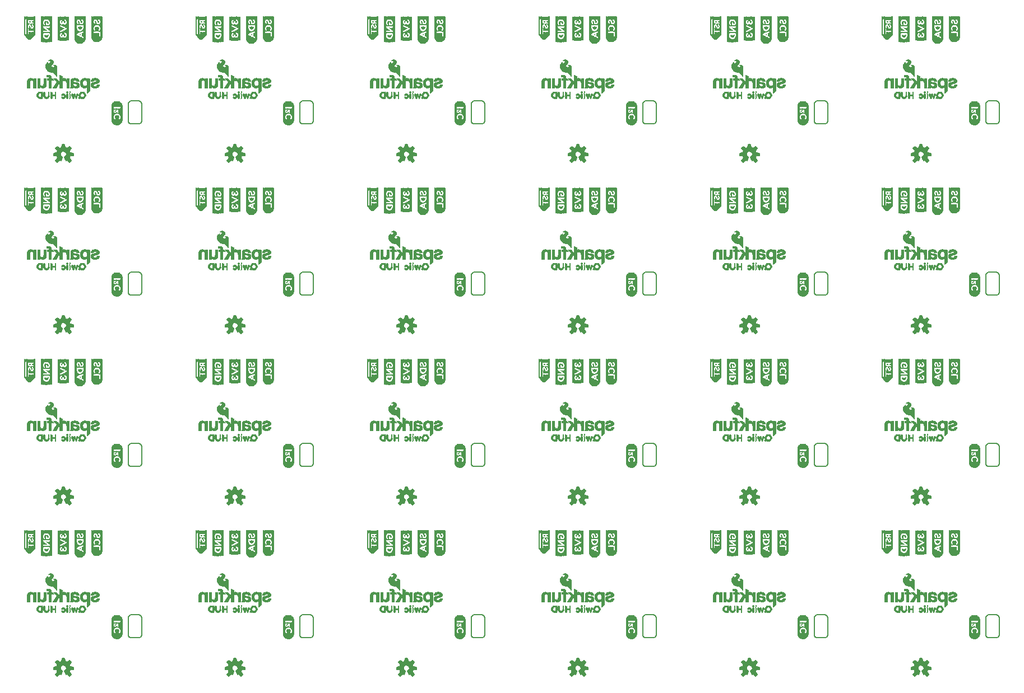
<source format=gbo>
G75*
%MOIN*%
%OFA0B0*%
%FSLAX25Y25*%
%IPPOS*%
%LPD*%
%AMOC8*
5,1,8,0,0,1.08239X$1,22.5*
%
%ADD10C,0.00600*%
%ADD11R,0.00157X0.13858*%
%ADD12R,0.00157X0.14331*%
%ADD13R,0.00157X0.14646*%
%ADD14R,0.00157X0.14961*%
%ADD15R,0.00157X0.15118*%
%ADD16R,0.00157X0.15276*%
%ADD17R,0.00157X0.15433*%
%ADD18R,0.00157X0.02835*%
%ADD19R,0.00157X0.11969*%
%ADD20R,0.00157X0.02520*%
%ADD21R,0.00157X0.01102*%
%ADD22R,0.00157X0.03150*%
%ADD23R,0.00157X0.04567*%
%ADD24R,0.00157X0.02205*%
%ADD25R,0.00157X0.00787*%
%ADD26R,0.00157X0.02677*%
%ADD27R,0.00157X0.04409*%
%ADD28R,0.00157X0.02047*%
%ADD29R,0.00157X0.00630*%
%ADD30R,0.00157X0.01890*%
%ADD31R,0.00157X0.01732*%
%ADD32R,0.00157X0.01575*%
%ADD33R,0.00157X0.00945*%
%ADD34R,0.00157X0.02362*%
%ADD35R,0.00157X0.01260*%
%ADD36R,0.00157X0.01417*%
%ADD37R,0.00157X0.04252*%
%ADD38R,0.00157X0.00315*%
%ADD39R,0.00157X0.04094*%
%ADD40R,0.00157X0.00472*%
%ADD41R,0.00157X0.03937*%
%ADD42R,0.00157X0.03307*%
%ADD43R,0.00157X0.03780*%
%ADD44R,0.00157X0.03465*%
%ADD45R,0.00157X0.02992*%
%ADD46R,0.00157X0.12913*%
%ADD47R,0.00157X0.13386*%
%ADD48R,0.00157X0.13701*%
%ADD49R,0.00157X0.14016*%
%ADD50R,0.00157X0.14173*%
%ADD51R,0.00157X0.14488*%
%ADD52R,0.00157X0.07087*%
%ADD53R,0.00157X0.04882*%
%ADD54R,0.00157X0.05039*%
%ADD55R,0.00157X0.05197*%
%ADD56R,0.00157X0.03622*%
%ADD57R,0.00157X0.00157*%
%ADD58R,0.00157X0.11024*%
%ADD59R,0.00157X0.11181*%
%ADD60R,0.00157X0.11496*%
%ADD61R,0.00157X0.11654*%
%ADD62R,0.00157X0.12756*%
%ADD63R,0.00157X0.13071*%
%ADD64R,0.00157X0.13228*%
%ADD65R,0.00157X0.11811*%
%ADD66R,0.00630X0.00157*%
%ADD67R,0.00787X0.00157*%
%ADD68R,0.00945X0.00157*%
%ADD69R,0.01102X0.00157*%
%ADD70R,0.01732X0.00157*%
%ADD71R,0.02362X0.00157*%
%ADD72R,0.02677X0.00157*%
%ADD73R,0.02992X0.00157*%
%ADD74R,0.03307X0.00157*%
%ADD75R,0.00315X0.00157*%
%ADD76R,0.00472X0.00157*%
%ADD77R,0.03622X0.00157*%
%ADD78R,0.01417X0.00157*%
%ADD79R,0.01260X0.00157*%
%ADD80R,0.02047X0.00157*%
%ADD81R,0.02520X0.00157*%
%ADD82R,0.03780X0.00157*%
%ADD83R,0.03465X0.00157*%
%ADD84R,0.01575X0.00157*%
%ADD85R,0.04094X0.00157*%
%ADD86R,0.03937X0.00157*%
%ADD87R,0.02205X0.00157*%
%ADD88R,0.02835X0.00157*%
%ADD89R,0.03150X0.00157*%
%ADD90R,0.00157X0.09606*%
%ADD91R,0.00157X0.10551*%
%ADD92R,0.00157X0.12126*%
%ADD93R,0.00157X0.12441*%
%ADD94R,0.00157X0.05669*%
%ADD95R,0.00157X0.05827*%
%ADD96R,0.00157X0.05984*%
%ADD97C,0.00300*%
%ADD98C,0.00591*%
D10*
X0117250Y0058750D02*
X0117250Y0068750D01*
X0117252Y0068833D01*
X0117258Y0068916D01*
X0117267Y0068999D01*
X0117281Y0069081D01*
X0117298Y0069162D01*
X0117319Y0069243D01*
X0117343Y0069322D01*
X0117372Y0069400D01*
X0117403Y0069477D01*
X0117439Y0069552D01*
X0117477Y0069626D01*
X0117520Y0069698D01*
X0117565Y0069767D01*
X0117614Y0069835D01*
X0117665Y0069900D01*
X0117720Y0069963D01*
X0117777Y0070023D01*
X0117837Y0070080D01*
X0117900Y0070135D01*
X0117965Y0070186D01*
X0118033Y0070235D01*
X0118102Y0070280D01*
X0118174Y0070323D01*
X0118248Y0070361D01*
X0118323Y0070397D01*
X0118400Y0070428D01*
X0118478Y0070457D01*
X0118557Y0070481D01*
X0118638Y0070502D01*
X0118719Y0070519D01*
X0118801Y0070533D01*
X0118884Y0070542D01*
X0118967Y0070548D01*
X0119050Y0070550D01*
X0123450Y0070550D01*
X0123533Y0070548D01*
X0123616Y0070542D01*
X0123699Y0070533D01*
X0123781Y0070519D01*
X0123862Y0070502D01*
X0123943Y0070481D01*
X0124022Y0070457D01*
X0124100Y0070428D01*
X0124177Y0070397D01*
X0124252Y0070361D01*
X0124326Y0070323D01*
X0124398Y0070280D01*
X0124467Y0070235D01*
X0124535Y0070186D01*
X0124600Y0070135D01*
X0124663Y0070080D01*
X0124723Y0070023D01*
X0124780Y0069963D01*
X0124835Y0069900D01*
X0124886Y0069835D01*
X0124935Y0069767D01*
X0124980Y0069698D01*
X0125023Y0069626D01*
X0125061Y0069552D01*
X0125097Y0069477D01*
X0125128Y0069400D01*
X0125157Y0069322D01*
X0125181Y0069243D01*
X0125202Y0069162D01*
X0125219Y0069081D01*
X0125233Y0068999D01*
X0125242Y0068916D01*
X0125248Y0068833D01*
X0125250Y0068750D01*
X0125250Y0058750D01*
X0125248Y0058667D01*
X0125242Y0058584D01*
X0125233Y0058501D01*
X0125219Y0058419D01*
X0125202Y0058338D01*
X0125181Y0058257D01*
X0125157Y0058178D01*
X0125128Y0058100D01*
X0125097Y0058023D01*
X0125061Y0057948D01*
X0125023Y0057874D01*
X0124980Y0057802D01*
X0124935Y0057733D01*
X0124886Y0057665D01*
X0124835Y0057600D01*
X0124780Y0057537D01*
X0124723Y0057477D01*
X0124663Y0057420D01*
X0124600Y0057365D01*
X0124535Y0057314D01*
X0124467Y0057265D01*
X0124398Y0057220D01*
X0124326Y0057177D01*
X0124252Y0057139D01*
X0124177Y0057103D01*
X0124100Y0057072D01*
X0124022Y0057043D01*
X0123943Y0057019D01*
X0123862Y0056998D01*
X0123781Y0056981D01*
X0123699Y0056967D01*
X0123616Y0056958D01*
X0123533Y0056952D01*
X0123450Y0056950D01*
X0119050Y0056950D01*
X0118967Y0056952D01*
X0118884Y0056958D01*
X0118801Y0056967D01*
X0118719Y0056981D01*
X0118638Y0056998D01*
X0118557Y0057019D01*
X0118478Y0057043D01*
X0118400Y0057072D01*
X0118323Y0057103D01*
X0118248Y0057139D01*
X0118174Y0057177D01*
X0118102Y0057220D01*
X0118033Y0057265D01*
X0117965Y0057314D01*
X0117900Y0057365D01*
X0117837Y0057420D01*
X0117777Y0057477D01*
X0117720Y0057537D01*
X0117665Y0057600D01*
X0117614Y0057665D01*
X0117565Y0057733D01*
X0117520Y0057802D01*
X0117477Y0057874D01*
X0117439Y0057948D01*
X0117403Y0058023D01*
X0117372Y0058100D01*
X0117343Y0058178D01*
X0117319Y0058257D01*
X0117298Y0058338D01*
X0117281Y0058419D01*
X0117267Y0058501D01*
X0117258Y0058584D01*
X0117252Y0058667D01*
X0117250Y0058750D01*
X0219250Y0058750D02*
X0219250Y0068750D01*
X0219252Y0068833D01*
X0219258Y0068916D01*
X0219267Y0068999D01*
X0219281Y0069081D01*
X0219298Y0069162D01*
X0219319Y0069243D01*
X0219343Y0069322D01*
X0219372Y0069400D01*
X0219403Y0069477D01*
X0219439Y0069552D01*
X0219477Y0069626D01*
X0219520Y0069698D01*
X0219565Y0069767D01*
X0219614Y0069835D01*
X0219665Y0069900D01*
X0219720Y0069963D01*
X0219777Y0070023D01*
X0219837Y0070080D01*
X0219900Y0070135D01*
X0219965Y0070186D01*
X0220033Y0070235D01*
X0220102Y0070280D01*
X0220174Y0070323D01*
X0220248Y0070361D01*
X0220323Y0070397D01*
X0220400Y0070428D01*
X0220478Y0070457D01*
X0220557Y0070481D01*
X0220638Y0070502D01*
X0220719Y0070519D01*
X0220801Y0070533D01*
X0220884Y0070542D01*
X0220967Y0070548D01*
X0221050Y0070550D01*
X0225450Y0070550D01*
X0225533Y0070548D01*
X0225616Y0070542D01*
X0225699Y0070533D01*
X0225781Y0070519D01*
X0225862Y0070502D01*
X0225943Y0070481D01*
X0226022Y0070457D01*
X0226100Y0070428D01*
X0226177Y0070397D01*
X0226252Y0070361D01*
X0226326Y0070323D01*
X0226398Y0070280D01*
X0226467Y0070235D01*
X0226535Y0070186D01*
X0226600Y0070135D01*
X0226663Y0070080D01*
X0226723Y0070023D01*
X0226780Y0069963D01*
X0226835Y0069900D01*
X0226886Y0069835D01*
X0226935Y0069767D01*
X0226980Y0069698D01*
X0227023Y0069626D01*
X0227061Y0069552D01*
X0227097Y0069477D01*
X0227128Y0069400D01*
X0227157Y0069322D01*
X0227181Y0069243D01*
X0227202Y0069162D01*
X0227219Y0069081D01*
X0227233Y0068999D01*
X0227242Y0068916D01*
X0227248Y0068833D01*
X0227250Y0068750D01*
X0227250Y0058750D01*
X0227248Y0058667D01*
X0227242Y0058584D01*
X0227233Y0058501D01*
X0227219Y0058419D01*
X0227202Y0058338D01*
X0227181Y0058257D01*
X0227157Y0058178D01*
X0227128Y0058100D01*
X0227097Y0058023D01*
X0227061Y0057948D01*
X0227023Y0057874D01*
X0226980Y0057802D01*
X0226935Y0057733D01*
X0226886Y0057665D01*
X0226835Y0057600D01*
X0226780Y0057537D01*
X0226723Y0057477D01*
X0226663Y0057420D01*
X0226600Y0057365D01*
X0226535Y0057314D01*
X0226467Y0057265D01*
X0226398Y0057220D01*
X0226326Y0057177D01*
X0226252Y0057139D01*
X0226177Y0057103D01*
X0226100Y0057072D01*
X0226022Y0057043D01*
X0225943Y0057019D01*
X0225862Y0056998D01*
X0225781Y0056981D01*
X0225699Y0056967D01*
X0225616Y0056958D01*
X0225533Y0056952D01*
X0225450Y0056950D01*
X0221050Y0056950D01*
X0220967Y0056952D01*
X0220884Y0056958D01*
X0220801Y0056967D01*
X0220719Y0056981D01*
X0220638Y0056998D01*
X0220557Y0057019D01*
X0220478Y0057043D01*
X0220400Y0057072D01*
X0220323Y0057103D01*
X0220248Y0057139D01*
X0220174Y0057177D01*
X0220102Y0057220D01*
X0220033Y0057265D01*
X0219965Y0057314D01*
X0219900Y0057365D01*
X0219837Y0057420D01*
X0219777Y0057477D01*
X0219720Y0057537D01*
X0219665Y0057600D01*
X0219614Y0057665D01*
X0219565Y0057733D01*
X0219520Y0057802D01*
X0219477Y0057874D01*
X0219439Y0057948D01*
X0219403Y0058023D01*
X0219372Y0058100D01*
X0219343Y0058178D01*
X0219319Y0058257D01*
X0219298Y0058338D01*
X0219281Y0058419D01*
X0219267Y0058501D01*
X0219258Y0058584D01*
X0219252Y0058667D01*
X0219250Y0058750D01*
X0321250Y0058750D02*
X0321250Y0068750D01*
X0321252Y0068833D01*
X0321258Y0068916D01*
X0321267Y0068999D01*
X0321281Y0069081D01*
X0321298Y0069162D01*
X0321319Y0069243D01*
X0321343Y0069322D01*
X0321372Y0069400D01*
X0321403Y0069477D01*
X0321439Y0069552D01*
X0321477Y0069626D01*
X0321520Y0069698D01*
X0321565Y0069767D01*
X0321614Y0069835D01*
X0321665Y0069900D01*
X0321720Y0069963D01*
X0321777Y0070023D01*
X0321837Y0070080D01*
X0321900Y0070135D01*
X0321965Y0070186D01*
X0322033Y0070235D01*
X0322102Y0070280D01*
X0322174Y0070323D01*
X0322248Y0070361D01*
X0322323Y0070397D01*
X0322400Y0070428D01*
X0322478Y0070457D01*
X0322557Y0070481D01*
X0322638Y0070502D01*
X0322719Y0070519D01*
X0322801Y0070533D01*
X0322884Y0070542D01*
X0322967Y0070548D01*
X0323050Y0070550D01*
X0327450Y0070550D01*
X0327533Y0070548D01*
X0327616Y0070542D01*
X0327699Y0070533D01*
X0327781Y0070519D01*
X0327862Y0070502D01*
X0327943Y0070481D01*
X0328022Y0070457D01*
X0328100Y0070428D01*
X0328177Y0070397D01*
X0328252Y0070361D01*
X0328326Y0070323D01*
X0328398Y0070280D01*
X0328467Y0070235D01*
X0328535Y0070186D01*
X0328600Y0070135D01*
X0328663Y0070080D01*
X0328723Y0070023D01*
X0328780Y0069963D01*
X0328835Y0069900D01*
X0328886Y0069835D01*
X0328935Y0069767D01*
X0328980Y0069698D01*
X0329023Y0069626D01*
X0329061Y0069552D01*
X0329097Y0069477D01*
X0329128Y0069400D01*
X0329157Y0069322D01*
X0329181Y0069243D01*
X0329202Y0069162D01*
X0329219Y0069081D01*
X0329233Y0068999D01*
X0329242Y0068916D01*
X0329248Y0068833D01*
X0329250Y0068750D01*
X0329250Y0058750D01*
X0329248Y0058667D01*
X0329242Y0058584D01*
X0329233Y0058501D01*
X0329219Y0058419D01*
X0329202Y0058338D01*
X0329181Y0058257D01*
X0329157Y0058178D01*
X0329128Y0058100D01*
X0329097Y0058023D01*
X0329061Y0057948D01*
X0329023Y0057874D01*
X0328980Y0057802D01*
X0328935Y0057733D01*
X0328886Y0057665D01*
X0328835Y0057600D01*
X0328780Y0057537D01*
X0328723Y0057477D01*
X0328663Y0057420D01*
X0328600Y0057365D01*
X0328535Y0057314D01*
X0328467Y0057265D01*
X0328398Y0057220D01*
X0328326Y0057177D01*
X0328252Y0057139D01*
X0328177Y0057103D01*
X0328100Y0057072D01*
X0328022Y0057043D01*
X0327943Y0057019D01*
X0327862Y0056998D01*
X0327781Y0056981D01*
X0327699Y0056967D01*
X0327616Y0056958D01*
X0327533Y0056952D01*
X0327450Y0056950D01*
X0323050Y0056950D01*
X0322967Y0056952D01*
X0322884Y0056958D01*
X0322801Y0056967D01*
X0322719Y0056981D01*
X0322638Y0056998D01*
X0322557Y0057019D01*
X0322478Y0057043D01*
X0322400Y0057072D01*
X0322323Y0057103D01*
X0322248Y0057139D01*
X0322174Y0057177D01*
X0322102Y0057220D01*
X0322033Y0057265D01*
X0321965Y0057314D01*
X0321900Y0057365D01*
X0321837Y0057420D01*
X0321777Y0057477D01*
X0321720Y0057537D01*
X0321665Y0057600D01*
X0321614Y0057665D01*
X0321565Y0057733D01*
X0321520Y0057802D01*
X0321477Y0057874D01*
X0321439Y0057948D01*
X0321403Y0058023D01*
X0321372Y0058100D01*
X0321343Y0058178D01*
X0321319Y0058257D01*
X0321298Y0058338D01*
X0321281Y0058419D01*
X0321267Y0058501D01*
X0321258Y0058584D01*
X0321252Y0058667D01*
X0321250Y0058750D01*
X0423250Y0058750D02*
X0423250Y0068750D01*
X0423252Y0068833D01*
X0423258Y0068916D01*
X0423267Y0068999D01*
X0423281Y0069081D01*
X0423298Y0069162D01*
X0423319Y0069243D01*
X0423343Y0069322D01*
X0423372Y0069400D01*
X0423403Y0069477D01*
X0423439Y0069552D01*
X0423477Y0069626D01*
X0423520Y0069698D01*
X0423565Y0069767D01*
X0423614Y0069835D01*
X0423665Y0069900D01*
X0423720Y0069963D01*
X0423777Y0070023D01*
X0423837Y0070080D01*
X0423900Y0070135D01*
X0423965Y0070186D01*
X0424033Y0070235D01*
X0424102Y0070280D01*
X0424174Y0070323D01*
X0424248Y0070361D01*
X0424323Y0070397D01*
X0424400Y0070428D01*
X0424478Y0070457D01*
X0424557Y0070481D01*
X0424638Y0070502D01*
X0424719Y0070519D01*
X0424801Y0070533D01*
X0424884Y0070542D01*
X0424967Y0070548D01*
X0425050Y0070550D01*
X0429450Y0070550D01*
X0429533Y0070548D01*
X0429616Y0070542D01*
X0429699Y0070533D01*
X0429781Y0070519D01*
X0429862Y0070502D01*
X0429943Y0070481D01*
X0430022Y0070457D01*
X0430100Y0070428D01*
X0430177Y0070397D01*
X0430252Y0070361D01*
X0430326Y0070323D01*
X0430398Y0070280D01*
X0430467Y0070235D01*
X0430535Y0070186D01*
X0430600Y0070135D01*
X0430663Y0070080D01*
X0430723Y0070023D01*
X0430780Y0069963D01*
X0430835Y0069900D01*
X0430886Y0069835D01*
X0430935Y0069767D01*
X0430980Y0069698D01*
X0431023Y0069626D01*
X0431061Y0069552D01*
X0431097Y0069477D01*
X0431128Y0069400D01*
X0431157Y0069322D01*
X0431181Y0069243D01*
X0431202Y0069162D01*
X0431219Y0069081D01*
X0431233Y0068999D01*
X0431242Y0068916D01*
X0431248Y0068833D01*
X0431250Y0068750D01*
X0431250Y0058750D01*
X0431248Y0058667D01*
X0431242Y0058584D01*
X0431233Y0058501D01*
X0431219Y0058419D01*
X0431202Y0058338D01*
X0431181Y0058257D01*
X0431157Y0058178D01*
X0431128Y0058100D01*
X0431097Y0058023D01*
X0431061Y0057948D01*
X0431023Y0057874D01*
X0430980Y0057802D01*
X0430935Y0057733D01*
X0430886Y0057665D01*
X0430835Y0057600D01*
X0430780Y0057537D01*
X0430723Y0057477D01*
X0430663Y0057420D01*
X0430600Y0057365D01*
X0430535Y0057314D01*
X0430467Y0057265D01*
X0430398Y0057220D01*
X0430326Y0057177D01*
X0430252Y0057139D01*
X0430177Y0057103D01*
X0430100Y0057072D01*
X0430022Y0057043D01*
X0429943Y0057019D01*
X0429862Y0056998D01*
X0429781Y0056981D01*
X0429699Y0056967D01*
X0429616Y0056958D01*
X0429533Y0056952D01*
X0429450Y0056950D01*
X0425050Y0056950D01*
X0424967Y0056952D01*
X0424884Y0056958D01*
X0424801Y0056967D01*
X0424719Y0056981D01*
X0424638Y0056998D01*
X0424557Y0057019D01*
X0424478Y0057043D01*
X0424400Y0057072D01*
X0424323Y0057103D01*
X0424248Y0057139D01*
X0424174Y0057177D01*
X0424102Y0057220D01*
X0424033Y0057265D01*
X0423965Y0057314D01*
X0423900Y0057365D01*
X0423837Y0057420D01*
X0423777Y0057477D01*
X0423720Y0057537D01*
X0423665Y0057600D01*
X0423614Y0057665D01*
X0423565Y0057733D01*
X0423520Y0057802D01*
X0423477Y0057874D01*
X0423439Y0057948D01*
X0423403Y0058023D01*
X0423372Y0058100D01*
X0423343Y0058178D01*
X0423319Y0058257D01*
X0423298Y0058338D01*
X0423281Y0058419D01*
X0423267Y0058501D01*
X0423258Y0058584D01*
X0423252Y0058667D01*
X0423250Y0058750D01*
X0525250Y0058750D02*
X0525250Y0068750D01*
X0525252Y0068833D01*
X0525258Y0068916D01*
X0525267Y0068999D01*
X0525281Y0069081D01*
X0525298Y0069162D01*
X0525319Y0069243D01*
X0525343Y0069322D01*
X0525372Y0069400D01*
X0525403Y0069477D01*
X0525439Y0069552D01*
X0525477Y0069626D01*
X0525520Y0069698D01*
X0525565Y0069767D01*
X0525614Y0069835D01*
X0525665Y0069900D01*
X0525720Y0069963D01*
X0525777Y0070023D01*
X0525837Y0070080D01*
X0525900Y0070135D01*
X0525965Y0070186D01*
X0526033Y0070235D01*
X0526102Y0070280D01*
X0526174Y0070323D01*
X0526248Y0070361D01*
X0526323Y0070397D01*
X0526400Y0070428D01*
X0526478Y0070457D01*
X0526557Y0070481D01*
X0526638Y0070502D01*
X0526719Y0070519D01*
X0526801Y0070533D01*
X0526884Y0070542D01*
X0526967Y0070548D01*
X0527050Y0070550D01*
X0531450Y0070550D01*
X0531533Y0070548D01*
X0531616Y0070542D01*
X0531699Y0070533D01*
X0531781Y0070519D01*
X0531862Y0070502D01*
X0531943Y0070481D01*
X0532022Y0070457D01*
X0532100Y0070428D01*
X0532177Y0070397D01*
X0532252Y0070361D01*
X0532326Y0070323D01*
X0532398Y0070280D01*
X0532467Y0070235D01*
X0532535Y0070186D01*
X0532600Y0070135D01*
X0532663Y0070080D01*
X0532723Y0070023D01*
X0532780Y0069963D01*
X0532835Y0069900D01*
X0532886Y0069835D01*
X0532935Y0069767D01*
X0532980Y0069698D01*
X0533023Y0069626D01*
X0533061Y0069552D01*
X0533097Y0069477D01*
X0533128Y0069400D01*
X0533157Y0069322D01*
X0533181Y0069243D01*
X0533202Y0069162D01*
X0533219Y0069081D01*
X0533233Y0068999D01*
X0533242Y0068916D01*
X0533248Y0068833D01*
X0533250Y0068750D01*
X0533250Y0058750D01*
X0533248Y0058667D01*
X0533242Y0058584D01*
X0533233Y0058501D01*
X0533219Y0058419D01*
X0533202Y0058338D01*
X0533181Y0058257D01*
X0533157Y0058178D01*
X0533128Y0058100D01*
X0533097Y0058023D01*
X0533061Y0057948D01*
X0533023Y0057874D01*
X0532980Y0057802D01*
X0532935Y0057733D01*
X0532886Y0057665D01*
X0532835Y0057600D01*
X0532780Y0057537D01*
X0532723Y0057477D01*
X0532663Y0057420D01*
X0532600Y0057365D01*
X0532535Y0057314D01*
X0532467Y0057265D01*
X0532398Y0057220D01*
X0532326Y0057177D01*
X0532252Y0057139D01*
X0532177Y0057103D01*
X0532100Y0057072D01*
X0532022Y0057043D01*
X0531943Y0057019D01*
X0531862Y0056998D01*
X0531781Y0056981D01*
X0531699Y0056967D01*
X0531616Y0056958D01*
X0531533Y0056952D01*
X0531450Y0056950D01*
X0527050Y0056950D01*
X0526967Y0056952D01*
X0526884Y0056958D01*
X0526801Y0056967D01*
X0526719Y0056981D01*
X0526638Y0056998D01*
X0526557Y0057019D01*
X0526478Y0057043D01*
X0526400Y0057072D01*
X0526323Y0057103D01*
X0526248Y0057139D01*
X0526174Y0057177D01*
X0526102Y0057220D01*
X0526033Y0057265D01*
X0525965Y0057314D01*
X0525900Y0057365D01*
X0525837Y0057420D01*
X0525777Y0057477D01*
X0525720Y0057537D01*
X0525665Y0057600D01*
X0525614Y0057665D01*
X0525565Y0057733D01*
X0525520Y0057802D01*
X0525477Y0057874D01*
X0525439Y0057948D01*
X0525403Y0058023D01*
X0525372Y0058100D01*
X0525343Y0058178D01*
X0525319Y0058257D01*
X0525298Y0058338D01*
X0525281Y0058419D01*
X0525267Y0058501D01*
X0525258Y0058584D01*
X0525252Y0058667D01*
X0525250Y0058750D01*
X0627250Y0058750D02*
X0627250Y0068750D01*
X0627252Y0068833D01*
X0627258Y0068916D01*
X0627267Y0068999D01*
X0627281Y0069081D01*
X0627298Y0069162D01*
X0627319Y0069243D01*
X0627343Y0069322D01*
X0627372Y0069400D01*
X0627403Y0069477D01*
X0627439Y0069552D01*
X0627477Y0069626D01*
X0627520Y0069698D01*
X0627565Y0069767D01*
X0627614Y0069835D01*
X0627665Y0069900D01*
X0627720Y0069963D01*
X0627777Y0070023D01*
X0627837Y0070080D01*
X0627900Y0070135D01*
X0627965Y0070186D01*
X0628033Y0070235D01*
X0628102Y0070280D01*
X0628174Y0070323D01*
X0628248Y0070361D01*
X0628323Y0070397D01*
X0628400Y0070428D01*
X0628478Y0070457D01*
X0628557Y0070481D01*
X0628638Y0070502D01*
X0628719Y0070519D01*
X0628801Y0070533D01*
X0628884Y0070542D01*
X0628967Y0070548D01*
X0629050Y0070550D01*
X0633450Y0070550D01*
X0633533Y0070548D01*
X0633616Y0070542D01*
X0633699Y0070533D01*
X0633781Y0070519D01*
X0633862Y0070502D01*
X0633943Y0070481D01*
X0634022Y0070457D01*
X0634100Y0070428D01*
X0634177Y0070397D01*
X0634252Y0070361D01*
X0634326Y0070323D01*
X0634398Y0070280D01*
X0634467Y0070235D01*
X0634535Y0070186D01*
X0634600Y0070135D01*
X0634663Y0070080D01*
X0634723Y0070023D01*
X0634780Y0069963D01*
X0634835Y0069900D01*
X0634886Y0069835D01*
X0634935Y0069767D01*
X0634980Y0069698D01*
X0635023Y0069626D01*
X0635061Y0069552D01*
X0635097Y0069477D01*
X0635128Y0069400D01*
X0635157Y0069322D01*
X0635181Y0069243D01*
X0635202Y0069162D01*
X0635219Y0069081D01*
X0635233Y0068999D01*
X0635242Y0068916D01*
X0635248Y0068833D01*
X0635250Y0068750D01*
X0635250Y0058750D01*
X0635248Y0058667D01*
X0635242Y0058584D01*
X0635233Y0058501D01*
X0635219Y0058419D01*
X0635202Y0058338D01*
X0635181Y0058257D01*
X0635157Y0058178D01*
X0635128Y0058100D01*
X0635097Y0058023D01*
X0635061Y0057948D01*
X0635023Y0057874D01*
X0634980Y0057802D01*
X0634935Y0057733D01*
X0634886Y0057665D01*
X0634835Y0057600D01*
X0634780Y0057537D01*
X0634723Y0057477D01*
X0634663Y0057420D01*
X0634600Y0057365D01*
X0634535Y0057314D01*
X0634467Y0057265D01*
X0634398Y0057220D01*
X0634326Y0057177D01*
X0634252Y0057139D01*
X0634177Y0057103D01*
X0634100Y0057072D01*
X0634022Y0057043D01*
X0633943Y0057019D01*
X0633862Y0056998D01*
X0633781Y0056981D01*
X0633699Y0056967D01*
X0633616Y0056958D01*
X0633533Y0056952D01*
X0633450Y0056950D01*
X0629050Y0056950D01*
X0628967Y0056952D01*
X0628884Y0056958D01*
X0628801Y0056967D01*
X0628719Y0056981D01*
X0628638Y0056998D01*
X0628557Y0057019D01*
X0628478Y0057043D01*
X0628400Y0057072D01*
X0628323Y0057103D01*
X0628248Y0057139D01*
X0628174Y0057177D01*
X0628102Y0057220D01*
X0628033Y0057265D01*
X0627965Y0057314D01*
X0627900Y0057365D01*
X0627837Y0057420D01*
X0627777Y0057477D01*
X0627720Y0057537D01*
X0627665Y0057600D01*
X0627614Y0057665D01*
X0627565Y0057733D01*
X0627520Y0057802D01*
X0627477Y0057874D01*
X0627439Y0057948D01*
X0627403Y0058023D01*
X0627372Y0058100D01*
X0627343Y0058178D01*
X0627319Y0058257D01*
X0627298Y0058338D01*
X0627281Y0058419D01*
X0627267Y0058501D01*
X0627258Y0058584D01*
X0627252Y0058667D01*
X0627250Y0058750D01*
X0629050Y0158950D02*
X0633450Y0158950D01*
X0633533Y0158952D01*
X0633616Y0158958D01*
X0633699Y0158967D01*
X0633781Y0158981D01*
X0633862Y0158998D01*
X0633943Y0159019D01*
X0634022Y0159043D01*
X0634100Y0159072D01*
X0634177Y0159103D01*
X0634252Y0159139D01*
X0634326Y0159177D01*
X0634398Y0159220D01*
X0634467Y0159265D01*
X0634535Y0159314D01*
X0634600Y0159365D01*
X0634663Y0159420D01*
X0634723Y0159477D01*
X0634780Y0159537D01*
X0634835Y0159600D01*
X0634886Y0159665D01*
X0634935Y0159733D01*
X0634980Y0159802D01*
X0635023Y0159874D01*
X0635061Y0159948D01*
X0635097Y0160023D01*
X0635128Y0160100D01*
X0635157Y0160178D01*
X0635181Y0160257D01*
X0635202Y0160338D01*
X0635219Y0160419D01*
X0635233Y0160501D01*
X0635242Y0160584D01*
X0635248Y0160667D01*
X0635250Y0160750D01*
X0635250Y0170750D01*
X0635248Y0170833D01*
X0635242Y0170916D01*
X0635233Y0170999D01*
X0635219Y0171081D01*
X0635202Y0171162D01*
X0635181Y0171243D01*
X0635157Y0171322D01*
X0635128Y0171400D01*
X0635097Y0171477D01*
X0635061Y0171552D01*
X0635023Y0171626D01*
X0634980Y0171698D01*
X0634935Y0171767D01*
X0634886Y0171835D01*
X0634835Y0171900D01*
X0634780Y0171963D01*
X0634723Y0172023D01*
X0634663Y0172080D01*
X0634600Y0172135D01*
X0634535Y0172186D01*
X0634467Y0172235D01*
X0634398Y0172280D01*
X0634326Y0172323D01*
X0634252Y0172361D01*
X0634177Y0172397D01*
X0634100Y0172428D01*
X0634022Y0172457D01*
X0633943Y0172481D01*
X0633862Y0172502D01*
X0633781Y0172519D01*
X0633699Y0172533D01*
X0633616Y0172542D01*
X0633533Y0172548D01*
X0633450Y0172550D01*
X0629050Y0172550D01*
X0628967Y0172548D01*
X0628884Y0172542D01*
X0628801Y0172533D01*
X0628719Y0172519D01*
X0628638Y0172502D01*
X0628557Y0172481D01*
X0628478Y0172457D01*
X0628400Y0172428D01*
X0628323Y0172397D01*
X0628248Y0172361D01*
X0628174Y0172323D01*
X0628102Y0172280D01*
X0628033Y0172235D01*
X0627965Y0172186D01*
X0627900Y0172135D01*
X0627837Y0172080D01*
X0627777Y0172023D01*
X0627720Y0171963D01*
X0627665Y0171900D01*
X0627614Y0171835D01*
X0627565Y0171767D01*
X0627520Y0171698D01*
X0627477Y0171626D01*
X0627439Y0171552D01*
X0627403Y0171477D01*
X0627372Y0171400D01*
X0627343Y0171322D01*
X0627319Y0171243D01*
X0627298Y0171162D01*
X0627281Y0171081D01*
X0627267Y0170999D01*
X0627258Y0170916D01*
X0627252Y0170833D01*
X0627250Y0170750D01*
X0627250Y0160750D01*
X0627252Y0160667D01*
X0627258Y0160584D01*
X0627267Y0160501D01*
X0627281Y0160419D01*
X0627298Y0160338D01*
X0627319Y0160257D01*
X0627343Y0160178D01*
X0627372Y0160100D01*
X0627403Y0160023D01*
X0627439Y0159948D01*
X0627477Y0159874D01*
X0627520Y0159802D01*
X0627565Y0159733D01*
X0627614Y0159665D01*
X0627665Y0159600D01*
X0627720Y0159537D01*
X0627777Y0159477D01*
X0627837Y0159420D01*
X0627900Y0159365D01*
X0627965Y0159314D01*
X0628033Y0159265D01*
X0628102Y0159220D01*
X0628174Y0159177D01*
X0628248Y0159139D01*
X0628323Y0159103D01*
X0628400Y0159072D01*
X0628478Y0159043D01*
X0628557Y0159019D01*
X0628638Y0158998D01*
X0628719Y0158981D01*
X0628801Y0158967D01*
X0628884Y0158958D01*
X0628967Y0158952D01*
X0629050Y0158950D01*
X0533250Y0160750D02*
X0533250Y0170750D01*
X0533248Y0170833D01*
X0533242Y0170916D01*
X0533233Y0170999D01*
X0533219Y0171081D01*
X0533202Y0171162D01*
X0533181Y0171243D01*
X0533157Y0171322D01*
X0533128Y0171400D01*
X0533097Y0171477D01*
X0533061Y0171552D01*
X0533023Y0171626D01*
X0532980Y0171698D01*
X0532935Y0171767D01*
X0532886Y0171835D01*
X0532835Y0171900D01*
X0532780Y0171963D01*
X0532723Y0172023D01*
X0532663Y0172080D01*
X0532600Y0172135D01*
X0532535Y0172186D01*
X0532467Y0172235D01*
X0532398Y0172280D01*
X0532326Y0172323D01*
X0532252Y0172361D01*
X0532177Y0172397D01*
X0532100Y0172428D01*
X0532022Y0172457D01*
X0531943Y0172481D01*
X0531862Y0172502D01*
X0531781Y0172519D01*
X0531699Y0172533D01*
X0531616Y0172542D01*
X0531533Y0172548D01*
X0531450Y0172550D01*
X0527050Y0172550D01*
X0526967Y0172548D01*
X0526884Y0172542D01*
X0526801Y0172533D01*
X0526719Y0172519D01*
X0526638Y0172502D01*
X0526557Y0172481D01*
X0526478Y0172457D01*
X0526400Y0172428D01*
X0526323Y0172397D01*
X0526248Y0172361D01*
X0526174Y0172323D01*
X0526102Y0172280D01*
X0526033Y0172235D01*
X0525965Y0172186D01*
X0525900Y0172135D01*
X0525837Y0172080D01*
X0525777Y0172023D01*
X0525720Y0171963D01*
X0525665Y0171900D01*
X0525614Y0171835D01*
X0525565Y0171767D01*
X0525520Y0171698D01*
X0525477Y0171626D01*
X0525439Y0171552D01*
X0525403Y0171477D01*
X0525372Y0171400D01*
X0525343Y0171322D01*
X0525319Y0171243D01*
X0525298Y0171162D01*
X0525281Y0171081D01*
X0525267Y0170999D01*
X0525258Y0170916D01*
X0525252Y0170833D01*
X0525250Y0170750D01*
X0525250Y0160750D01*
X0525252Y0160667D01*
X0525258Y0160584D01*
X0525267Y0160501D01*
X0525281Y0160419D01*
X0525298Y0160338D01*
X0525319Y0160257D01*
X0525343Y0160178D01*
X0525372Y0160100D01*
X0525403Y0160023D01*
X0525439Y0159948D01*
X0525477Y0159874D01*
X0525520Y0159802D01*
X0525565Y0159733D01*
X0525614Y0159665D01*
X0525665Y0159600D01*
X0525720Y0159537D01*
X0525777Y0159477D01*
X0525837Y0159420D01*
X0525900Y0159365D01*
X0525965Y0159314D01*
X0526033Y0159265D01*
X0526102Y0159220D01*
X0526174Y0159177D01*
X0526248Y0159139D01*
X0526323Y0159103D01*
X0526400Y0159072D01*
X0526478Y0159043D01*
X0526557Y0159019D01*
X0526638Y0158998D01*
X0526719Y0158981D01*
X0526801Y0158967D01*
X0526884Y0158958D01*
X0526967Y0158952D01*
X0527050Y0158950D01*
X0531450Y0158950D01*
X0531533Y0158952D01*
X0531616Y0158958D01*
X0531699Y0158967D01*
X0531781Y0158981D01*
X0531862Y0158998D01*
X0531943Y0159019D01*
X0532022Y0159043D01*
X0532100Y0159072D01*
X0532177Y0159103D01*
X0532252Y0159139D01*
X0532326Y0159177D01*
X0532398Y0159220D01*
X0532467Y0159265D01*
X0532535Y0159314D01*
X0532600Y0159365D01*
X0532663Y0159420D01*
X0532723Y0159477D01*
X0532780Y0159537D01*
X0532835Y0159600D01*
X0532886Y0159665D01*
X0532935Y0159733D01*
X0532980Y0159802D01*
X0533023Y0159874D01*
X0533061Y0159948D01*
X0533097Y0160023D01*
X0533128Y0160100D01*
X0533157Y0160178D01*
X0533181Y0160257D01*
X0533202Y0160338D01*
X0533219Y0160419D01*
X0533233Y0160501D01*
X0533242Y0160584D01*
X0533248Y0160667D01*
X0533250Y0160750D01*
X0431250Y0160750D02*
X0431250Y0170750D01*
X0431248Y0170833D01*
X0431242Y0170916D01*
X0431233Y0170999D01*
X0431219Y0171081D01*
X0431202Y0171162D01*
X0431181Y0171243D01*
X0431157Y0171322D01*
X0431128Y0171400D01*
X0431097Y0171477D01*
X0431061Y0171552D01*
X0431023Y0171626D01*
X0430980Y0171698D01*
X0430935Y0171767D01*
X0430886Y0171835D01*
X0430835Y0171900D01*
X0430780Y0171963D01*
X0430723Y0172023D01*
X0430663Y0172080D01*
X0430600Y0172135D01*
X0430535Y0172186D01*
X0430467Y0172235D01*
X0430398Y0172280D01*
X0430326Y0172323D01*
X0430252Y0172361D01*
X0430177Y0172397D01*
X0430100Y0172428D01*
X0430022Y0172457D01*
X0429943Y0172481D01*
X0429862Y0172502D01*
X0429781Y0172519D01*
X0429699Y0172533D01*
X0429616Y0172542D01*
X0429533Y0172548D01*
X0429450Y0172550D01*
X0425050Y0172550D01*
X0424967Y0172548D01*
X0424884Y0172542D01*
X0424801Y0172533D01*
X0424719Y0172519D01*
X0424638Y0172502D01*
X0424557Y0172481D01*
X0424478Y0172457D01*
X0424400Y0172428D01*
X0424323Y0172397D01*
X0424248Y0172361D01*
X0424174Y0172323D01*
X0424102Y0172280D01*
X0424033Y0172235D01*
X0423965Y0172186D01*
X0423900Y0172135D01*
X0423837Y0172080D01*
X0423777Y0172023D01*
X0423720Y0171963D01*
X0423665Y0171900D01*
X0423614Y0171835D01*
X0423565Y0171767D01*
X0423520Y0171698D01*
X0423477Y0171626D01*
X0423439Y0171552D01*
X0423403Y0171477D01*
X0423372Y0171400D01*
X0423343Y0171322D01*
X0423319Y0171243D01*
X0423298Y0171162D01*
X0423281Y0171081D01*
X0423267Y0170999D01*
X0423258Y0170916D01*
X0423252Y0170833D01*
X0423250Y0170750D01*
X0423250Y0160750D01*
X0423252Y0160667D01*
X0423258Y0160584D01*
X0423267Y0160501D01*
X0423281Y0160419D01*
X0423298Y0160338D01*
X0423319Y0160257D01*
X0423343Y0160178D01*
X0423372Y0160100D01*
X0423403Y0160023D01*
X0423439Y0159948D01*
X0423477Y0159874D01*
X0423520Y0159802D01*
X0423565Y0159733D01*
X0423614Y0159665D01*
X0423665Y0159600D01*
X0423720Y0159537D01*
X0423777Y0159477D01*
X0423837Y0159420D01*
X0423900Y0159365D01*
X0423965Y0159314D01*
X0424033Y0159265D01*
X0424102Y0159220D01*
X0424174Y0159177D01*
X0424248Y0159139D01*
X0424323Y0159103D01*
X0424400Y0159072D01*
X0424478Y0159043D01*
X0424557Y0159019D01*
X0424638Y0158998D01*
X0424719Y0158981D01*
X0424801Y0158967D01*
X0424884Y0158958D01*
X0424967Y0158952D01*
X0425050Y0158950D01*
X0429450Y0158950D01*
X0429533Y0158952D01*
X0429616Y0158958D01*
X0429699Y0158967D01*
X0429781Y0158981D01*
X0429862Y0158998D01*
X0429943Y0159019D01*
X0430022Y0159043D01*
X0430100Y0159072D01*
X0430177Y0159103D01*
X0430252Y0159139D01*
X0430326Y0159177D01*
X0430398Y0159220D01*
X0430467Y0159265D01*
X0430535Y0159314D01*
X0430600Y0159365D01*
X0430663Y0159420D01*
X0430723Y0159477D01*
X0430780Y0159537D01*
X0430835Y0159600D01*
X0430886Y0159665D01*
X0430935Y0159733D01*
X0430980Y0159802D01*
X0431023Y0159874D01*
X0431061Y0159948D01*
X0431097Y0160023D01*
X0431128Y0160100D01*
X0431157Y0160178D01*
X0431181Y0160257D01*
X0431202Y0160338D01*
X0431219Y0160419D01*
X0431233Y0160501D01*
X0431242Y0160584D01*
X0431248Y0160667D01*
X0431250Y0160750D01*
X0329250Y0160750D02*
X0329250Y0170750D01*
X0329248Y0170833D01*
X0329242Y0170916D01*
X0329233Y0170999D01*
X0329219Y0171081D01*
X0329202Y0171162D01*
X0329181Y0171243D01*
X0329157Y0171322D01*
X0329128Y0171400D01*
X0329097Y0171477D01*
X0329061Y0171552D01*
X0329023Y0171626D01*
X0328980Y0171698D01*
X0328935Y0171767D01*
X0328886Y0171835D01*
X0328835Y0171900D01*
X0328780Y0171963D01*
X0328723Y0172023D01*
X0328663Y0172080D01*
X0328600Y0172135D01*
X0328535Y0172186D01*
X0328467Y0172235D01*
X0328398Y0172280D01*
X0328326Y0172323D01*
X0328252Y0172361D01*
X0328177Y0172397D01*
X0328100Y0172428D01*
X0328022Y0172457D01*
X0327943Y0172481D01*
X0327862Y0172502D01*
X0327781Y0172519D01*
X0327699Y0172533D01*
X0327616Y0172542D01*
X0327533Y0172548D01*
X0327450Y0172550D01*
X0323050Y0172550D01*
X0322967Y0172548D01*
X0322884Y0172542D01*
X0322801Y0172533D01*
X0322719Y0172519D01*
X0322638Y0172502D01*
X0322557Y0172481D01*
X0322478Y0172457D01*
X0322400Y0172428D01*
X0322323Y0172397D01*
X0322248Y0172361D01*
X0322174Y0172323D01*
X0322102Y0172280D01*
X0322033Y0172235D01*
X0321965Y0172186D01*
X0321900Y0172135D01*
X0321837Y0172080D01*
X0321777Y0172023D01*
X0321720Y0171963D01*
X0321665Y0171900D01*
X0321614Y0171835D01*
X0321565Y0171767D01*
X0321520Y0171698D01*
X0321477Y0171626D01*
X0321439Y0171552D01*
X0321403Y0171477D01*
X0321372Y0171400D01*
X0321343Y0171322D01*
X0321319Y0171243D01*
X0321298Y0171162D01*
X0321281Y0171081D01*
X0321267Y0170999D01*
X0321258Y0170916D01*
X0321252Y0170833D01*
X0321250Y0170750D01*
X0321250Y0160750D01*
X0321252Y0160667D01*
X0321258Y0160584D01*
X0321267Y0160501D01*
X0321281Y0160419D01*
X0321298Y0160338D01*
X0321319Y0160257D01*
X0321343Y0160178D01*
X0321372Y0160100D01*
X0321403Y0160023D01*
X0321439Y0159948D01*
X0321477Y0159874D01*
X0321520Y0159802D01*
X0321565Y0159733D01*
X0321614Y0159665D01*
X0321665Y0159600D01*
X0321720Y0159537D01*
X0321777Y0159477D01*
X0321837Y0159420D01*
X0321900Y0159365D01*
X0321965Y0159314D01*
X0322033Y0159265D01*
X0322102Y0159220D01*
X0322174Y0159177D01*
X0322248Y0159139D01*
X0322323Y0159103D01*
X0322400Y0159072D01*
X0322478Y0159043D01*
X0322557Y0159019D01*
X0322638Y0158998D01*
X0322719Y0158981D01*
X0322801Y0158967D01*
X0322884Y0158958D01*
X0322967Y0158952D01*
X0323050Y0158950D01*
X0327450Y0158950D01*
X0327533Y0158952D01*
X0327616Y0158958D01*
X0327699Y0158967D01*
X0327781Y0158981D01*
X0327862Y0158998D01*
X0327943Y0159019D01*
X0328022Y0159043D01*
X0328100Y0159072D01*
X0328177Y0159103D01*
X0328252Y0159139D01*
X0328326Y0159177D01*
X0328398Y0159220D01*
X0328467Y0159265D01*
X0328535Y0159314D01*
X0328600Y0159365D01*
X0328663Y0159420D01*
X0328723Y0159477D01*
X0328780Y0159537D01*
X0328835Y0159600D01*
X0328886Y0159665D01*
X0328935Y0159733D01*
X0328980Y0159802D01*
X0329023Y0159874D01*
X0329061Y0159948D01*
X0329097Y0160023D01*
X0329128Y0160100D01*
X0329157Y0160178D01*
X0329181Y0160257D01*
X0329202Y0160338D01*
X0329219Y0160419D01*
X0329233Y0160501D01*
X0329242Y0160584D01*
X0329248Y0160667D01*
X0329250Y0160750D01*
X0227250Y0160750D02*
X0227250Y0170750D01*
X0227248Y0170833D01*
X0227242Y0170916D01*
X0227233Y0170999D01*
X0227219Y0171081D01*
X0227202Y0171162D01*
X0227181Y0171243D01*
X0227157Y0171322D01*
X0227128Y0171400D01*
X0227097Y0171477D01*
X0227061Y0171552D01*
X0227023Y0171626D01*
X0226980Y0171698D01*
X0226935Y0171767D01*
X0226886Y0171835D01*
X0226835Y0171900D01*
X0226780Y0171963D01*
X0226723Y0172023D01*
X0226663Y0172080D01*
X0226600Y0172135D01*
X0226535Y0172186D01*
X0226467Y0172235D01*
X0226398Y0172280D01*
X0226326Y0172323D01*
X0226252Y0172361D01*
X0226177Y0172397D01*
X0226100Y0172428D01*
X0226022Y0172457D01*
X0225943Y0172481D01*
X0225862Y0172502D01*
X0225781Y0172519D01*
X0225699Y0172533D01*
X0225616Y0172542D01*
X0225533Y0172548D01*
X0225450Y0172550D01*
X0221050Y0172550D01*
X0220967Y0172548D01*
X0220884Y0172542D01*
X0220801Y0172533D01*
X0220719Y0172519D01*
X0220638Y0172502D01*
X0220557Y0172481D01*
X0220478Y0172457D01*
X0220400Y0172428D01*
X0220323Y0172397D01*
X0220248Y0172361D01*
X0220174Y0172323D01*
X0220102Y0172280D01*
X0220033Y0172235D01*
X0219965Y0172186D01*
X0219900Y0172135D01*
X0219837Y0172080D01*
X0219777Y0172023D01*
X0219720Y0171963D01*
X0219665Y0171900D01*
X0219614Y0171835D01*
X0219565Y0171767D01*
X0219520Y0171698D01*
X0219477Y0171626D01*
X0219439Y0171552D01*
X0219403Y0171477D01*
X0219372Y0171400D01*
X0219343Y0171322D01*
X0219319Y0171243D01*
X0219298Y0171162D01*
X0219281Y0171081D01*
X0219267Y0170999D01*
X0219258Y0170916D01*
X0219252Y0170833D01*
X0219250Y0170750D01*
X0219250Y0160750D01*
X0219252Y0160667D01*
X0219258Y0160584D01*
X0219267Y0160501D01*
X0219281Y0160419D01*
X0219298Y0160338D01*
X0219319Y0160257D01*
X0219343Y0160178D01*
X0219372Y0160100D01*
X0219403Y0160023D01*
X0219439Y0159948D01*
X0219477Y0159874D01*
X0219520Y0159802D01*
X0219565Y0159733D01*
X0219614Y0159665D01*
X0219665Y0159600D01*
X0219720Y0159537D01*
X0219777Y0159477D01*
X0219837Y0159420D01*
X0219900Y0159365D01*
X0219965Y0159314D01*
X0220033Y0159265D01*
X0220102Y0159220D01*
X0220174Y0159177D01*
X0220248Y0159139D01*
X0220323Y0159103D01*
X0220400Y0159072D01*
X0220478Y0159043D01*
X0220557Y0159019D01*
X0220638Y0158998D01*
X0220719Y0158981D01*
X0220801Y0158967D01*
X0220884Y0158958D01*
X0220967Y0158952D01*
X0221050Y0158950D01*
X0225450Y0158950D01*
X0225533Y0158952D01*
X0225616Y0158958D01*
X0225699Y0158967D01*
X0225781Y0158981D01*
X0225862Y0158998D01*
X0225943Y0159019D01*
X0226022Y0159043D01*
X0226100Y0159072D01*
X0226177Y0159103D01*
X0226252Y0159139D01*
X0226326Y0159177D01*
X0226398Y0159220D01*
X0226467Y0159265D01*
X0226535Y0159314D01*
X0226600Y0159365D01*
X0226663Y0159420D01*
X0226723Y0159477D01*
X0226780Y0159537D01*
X0226835Y0159600D01*
X0226886Y0159665D01*
X0226935Y0159733D01*
X0226980Y0159802D01*
X0227023Y0159874D01*
X0227061Y0159948D01*
X0227097Y0160023D01*
X0227128Y0160100D01*
X0227157Y0160178D01*
X0227181Y0160257D01*
X0227202Y0160338D01*
X0227219Y0160419D01*
X0227233Y0160501D01*
X0227242Y0160584D01*
X0227248Y0160667D01*
X0227250Y0160750D01*
X0125250Y0160750D02*
X0125250Y0170750D01*
X0125248Y0170833D01*
X0125242Y0170916D01*
X0125233Y0170999D01*
X0125219Y0171081D01*
X0125202Y0171162D01*
X0125181Y0171243D01*
X0125157Y0171322D01*
X0125128Y0171400D01*
X0125097Y0171477D01*
X0125061Y0171552D01*
X0125023Y0171626D01*
X0124980Y0171698D01*
X0124935Y0171767D01*
X0124886Y0171835D01*
X0124835Y0171900D01*
X0124780Y0171963D01*
X0124723Y0172023D01*
X0124663Y0172080D01*
X0124600Y0172135D01*
X0124535Y0172186D01*
X0124467Y0172235D01*
X0124398Y0172280D01*
X0124326Y0172323D01*
X0124252Y0172361D01*
X0124177Y0172397D01*
X0124100Y0172428D01*
X0124022Y0172457D01*
X0123943Y0172481D01*
X0123862Y0172502D01*
X0123781Y0172519D01*
X0123699Y0172533D01*
X0123616Y0172542D01*
X0123533Y0172548D01*
X0123450Y0172550D01*
X0119050Y0172550D01*
X0118967Y0172548D01*
X0118884Y0172542D01*
X0118801Y0172533D01*
X0118719Y0172519D01*
X0118638Y0172502D01*
X0118557Y0172481D01*
X0118478Y0172457D01*
X0118400Y0172428D01*
X0118323Y0172397D01*
X0118248Y0172361D01*
X0118174Y0172323D01*
X0118102Y0172280D01*
X0118033Y0172235D01*
X0117965Y0172186D01*
X0117900Y0172135D01*
X0117837Y0172080D01*
X0117777Y0172023D01*
X0117720Y0171963D01*
X0117665Y0171900D01*
X0117614Y0171835D01*
X0117565Y0171767D01*
X0117520Y0171698D01*
X0117477Y0171626D01*
X0117439Y0171552D01*
X0117403Y0171477D01*
X0117372Y0171400D01*
X0117343Y0171322D01*
X0117319Y0171243D01*
X0117298Y0171162D01*
X0117281Y0171081D01*
X0117267Y0170999D01*
X0117258Y0170916D01*
X0117252Y0170833D01*
X0117250Y0170750D01*
X0117250Y0160750D01*
X0117252Y0160667D01*
X0117258Y0160584D01*
X0117267Y0160501D01*
X0117281Y0160419D01*
X0117298Y0160338D01*
X0117319Y0160257D01*
X0117343Y0160178D01*
X0117372Y0160100D01*
X0117403Y0160023D01*
X0117439Y0159948D01*
X0117477Y0159874D01*
X0117520Y0159802D01*
X0117565Y0159733D01*
X0117614Y0159665D01*
X0117665Y0159600D01*
X0117720Y0159537D01*
X0117777Y0159477D01*
X0117837Y0159420D01*
X0117900Y0159365D01*
X0117965Y0159314D01*
X0118033Y0159265D01*
X0118102Y0159220D01*
X0118174Y0159177D01*
X0118248Y0159139D01*
X0118323Y0159103D01*
X0118400Y0159072D01*
X0118478Y0159043D01*
X0118557Y0159019D01*
X0118638Y0158998D01*
X0118719Y0158981D01*
X0118801Y0158967D01*
X0118884Y0158958D01*
X0118967Y0158952D01*
X0119050Y0158950D01*
X0123450Y0158950D01*
X0123533Y0158952D01*
X0123616Y0158958D01*
X0123699Y0158967D01*
X0123781Y0158981D01*
X0123862Y0158998D01*
X0123943Y0159019D01*
X0124022Y0159043D01*
X0124100Y0159072D01*
X0124177Y0159103D01*
X0124252Y0159139D01*
X0124326Y0159177D01*
X0124398Y0159220D01*
X0124467Y0159265D01*
X0124535Y0159314D01*
X0124600Y0159365D01*
X0124663Y0159420D01*
X0124723Y0159477D01*
X0124780Y0159537D01*
X0124835Y0159600D01*
X0124886Y0159665D01*
X0124935Y0159733D01*
X0124980Y0159802D01*
X0125023Y0159874D01*
X0125061Y0159948D01*
X0125097Y0160023D01*
X0125128Y0160100D01*
X0125157Y0160178D01*
X0125181Y0160257D01*
X0125202Y0160338D01*
X0125219Y0160419D01*
X0125233Y0160501D01*
X0125242Y0160584D01*
X0125248Y0160667D01*
X0125250Y0160750D01*
X0123450Y0260950D02*
X0119050Y0260950D01*
X0118967Y0260952D01*
X0118884Y0260958D01*
X0118801Y0260967D01*
X0118719Y0260981D01*
X0118638Y0260998D01*
X0118557Y0261019D01*
X0118478Y0261043D01*
X0118400Y0261072D01*
X0118323Y0261103D01*
X0118248Y0261139D01*
X0118174Y0261177D01*
X0118102Y0261220D01*
X0118033Y0261265D01*
X0117965Y0261314D01*
X0117900Y0261365D01*
X0117837Y0261420D01*
X0117777Y0261477D01*
X0117720Y0261537D01*
X0117665Y0261600D01*
X0117614Y0261665D01*
X0117565Y0261733D01*
X0117520Y0261802D01*
X0117477Y0261874D01*
X0117439Y0261948D01*
X0117403Y0262023D01*
X0117372Y0262100D01*
X0117343Y0262178D01*
X0117319Y0262257D01*
X0117298Y0262338D01*
X0117281Y0262419D01*
X0117267Y0262501D01*
X0117258Y0262584D01*
X0117252Y0262667D01*
X0117250Y0262750D01*
X0117250Y0272750D01*
X0117252Y0272833D01*
X0117258Y0272916D01*
X0117267Y0272999D01*
X0117281Y0273081D01*
X0117298Y0273162D01*
X0117319Y0273243D01*
X0117343Y0273322D01*
X0117372Y0273400D01*
X0117403Y0273477D01*
X0117439Y0273552D01*
X0117477Y0273626D01*
X0117520Y0273698D01*
X0117565Y0273767D01*
X0117614Y0273835D01*
X0117665Y0273900D01*
X0117720Y0273963D01*
X0117777Y0274023D01*
X0117837Y0274080D01*
X0117900Y0274135D01*
X0117965Y0274186D01*
X0118033Y0274235D01*
X0118102Y0274280D01*
X0118174Y0274323D01*
X0118248Y0274361D01*
X0118323Y0274397D01*
X0118400Y0274428D01*
X0118478Y0274457D01*
X0118557Y0274481D01*
X0118638Y0274502D01*
X0118719Y0274519D01*
X0118801Y0274533D01*
X0118884Y0274542D01*
X0118967Y0274548D01*
X0119050Y0274550D01*
X0123450Y0274550D01*
X0123533Y0274548D01*
X0123616Y0274542D01*
X0123699Y0274533D01*
X0123781Y0274519D01*
X0123862Y0274502D01*
X0123943Y0274481D01*
X0124022Y0274457D01*
X0124100Y0274428D01*
X0124177Y0274397D01*
X0124252Y0274361D01*
X0124326Y0274323D01*
X0124398Y0274280D01*
X0124467Y0274235D01*
X0124535Y0274186D01*
X0124600Y0274135D01*
X0124663Y0274080D01*
X0124723Y0274023D01*
X0124780Y0273963D01*
X0124835Y0273900D01*
X0124886Y0273835D01*
X0124935Y0273767D01*
X0124980Y0273698D01*
X0125023Y0273626D01*
X0125061Y0273552D01*
X0125097Y0273477D01*
X0125128Y0273400D01*
X0125157Y0273322D01*
X0125181Y0273243D01*
X0125202Y0273162D01*
X0125219Y0273081D01*
X0125233Y0272999D01*
X0125242Y0272916D01*
X0125248Y0272833D01*
X0125250Y0272750D01*
X0125250Y0262750D01*
X0125248Y0262667D01*
X0125242Y0262584D01*
X0125233Y0262501D01*
X0125219Y0262419D01*
X0125202Y0262338D01*
X0125181Y0262257D01*
X0125157Y0262178D01*
X0125128Y0262100D01*
X0125097Y0262023D01*
X0125061Y0261948D01*
X0125023Y0261874D01*
X0124980Y0261802D01*
X0124935Y0261733D01*
X0124886Y0261665D01*
X0124835Y0261600D01*
X0124780Y0261537D01*
X0124723Y0261477D01*
X0124663Y0261420D01*
X0124600Y0261365D01*
X0124535Y0261314D01*
X0124467Y0261265D01*
X0124398Y0261220D01*
X0124326Y0261177D01*
X0124252Y0261139D01*
X0124177Y0261103D01*
X0124100Y0261072D01*
X0124022Y0261043D01*
X0123943Y0261019D01*
X0123862Y0260998D01*
X0123781Y0260981D01*
X0123699Y0260967D01*
X0123616Y0260958D01*
X0123533Y0260952D01*
X0123450Y0260950D01*
X0219250Y0262750D02*
X0219250Y0272750D01*
X0219252Y0272833D01*
X0219258Y0272916D01*
X0219267Y0272999D01*
X0219281Y0273081D01*
X0219298Y0273162D01*
X0219319Y0273243D01*
X0219343Y0273322D01*
X0219372Y0273400D01*
X0219403Y0273477D01*
X0219439Y0273552D01*
X0219477Y0273626D01*
X0219520Y0273698D01*
X0219565Y0273767D01*
X0219614Y0273835D01*
X0219665Y0273900D01*
X0219720Y0273963D01*
X0219777Y0274023D01*
X0219837Y0274080D01*
X0219900Y0274135D01*
X0219965Y0274186D01*
X0220033Y0274235D01*
X0220102Y0274280D01*
X0220174Y0274323D01*
X0220248Y0274361D01*
X0220323Y0274397D01*
X0220400Y0274428D01*
X0220478Y0274457D01*
X0220557Y0274481D01*
X0220638Y0274502D01*
X0220719Y0274519D01*
X0220801Y0274533D01*
X0220884Y0274542D01*
X0220967Y0274548D01*
X0221050Y0274550D01*
X0225450Y0274550D01*
X0225533Y0274548D01*
X0225616Y0274542D01*
X0225699Y0274533D01*
X0225781Y0274519D01*
X0225862Y0274502D01*
X0225943Y0274481D01*
X0226022Y0274457D01*
X0226100Y0274428D01*
X0226177Y0274397D01*
X0226252Y0274361D01*
X0226326Y0274323D01*
X0226398Y0274280D01*
X0226467Y0274235D01*
X0226535Y0274186D01*
X0226600Y0274135D01*
X0226663Y0274080D01*
X0226723Y0274023D01*
X0226780Y0273963D01*
X0226835Y0273900D01*
X0226886Y0273835D01*
X0226935Y0273767D01*
X0226980Y0273698D01*
X0227023Y0273626D01*
X0227061Y0273552D01*
X0227097Y0273477D01*
X0227128Y0273400D01*
X0227157Y0273322D01*
X0227181Y0273243D01*
X0227202Y0273162D01*
X0227219Y0273081D01*
X0227233Y0272999D01*
X0227242Y0272916D01*
X0227248Y0272833D01*
X0227250Y0272750D01*
X0227250Y0262750D01*
X0227248Y0262667D01*
X0227242Y0262584D01*
X0227233Y0262501D01*
X0227219Y0262419D01*
X0227202Y0262338D01*
X0227181Y0262257D01*
X0227157Y0262178D01*
X0227128Y0262100D01*
X0227097Y0262023D01*
X0227061Y0261948D01*
X0227023Y0261874D01*
X0226980Y0261802D01*
X0226935Y0261733D01*
X0226886Y0261665D01*
X0226835Y0261600D01*
X0226780Y0261537D01*
X0226723Y0261477D01*
X0226663Y0261420D01*
X0226600Y0261365D01*
X0226535Y0261314D01*
X0226467Y0261265D01*
X0226398Y0261220D01*
X0226326Y0261177D01*
X0226252Y0261139D01*
X0226177Y0261103D01*
X0226100Y0261072D01*
X0226022Y0261043D01*
X0225943Y0261019D01*
X0225862Y0260998D01*
X0225781Y0260981D01*
X0225699Y0260967D01*
X0225616Y0260958D01*
X0225533Y0260952D01*
X0225450Y0260950D01*
X0221050Y0260950D01*
X0220967Y0260952D01*
X0220884Y0260958D01*
X0220801Y0260967D01*
X0220719Y0260981D01*
X0220638Y0260998D01*
X0220557Y0261019D01*
X0220478Y0261043D01*
X0220400Y0261072D01*
X0220323Y0261103D01*
X0220248Y0261139D01*
X0220174Y0261177D01*
X0220102Y0261220D01*
X0220033Y0261265D01*
X0219965Y0261314D01*
X0219900Y0261365D01*
X0219837Y0261420D01*
X0219777Y0261477D01*
X0219720Y0261537D01*
X0219665Y0261600D01*
X0219614Y0261665D01*
X0219565Y0261733D01*
X0219520Y0261802D01*
X0219477Y0261874D01*
X0219439Y0261948D01*
X0219403Y0262023D01*
X0219372Y0262100D01*
X0219343Y0262178D01*
X0219319Y0262257D01*
X0219298Y0262338D01*
X0219281Y0262419D01*
X0219267Y0262501D01*
X0219258Y0262584D01*
X0219252Y0262667D01*
X0219250Y0262750D01*
X0321250Y0262750D02*
X0321250Y0272750D01*
X0321252Y0272833D01*
X0321258Y0272916D01*
X0321267Y0272999D01*
X0321281Y0273081D01*
X0321298Y0273162D01*
X0321319Y0273243D01*
X0321343Y0273322D01*
X0321372Y0273400D01*
X0321403Y0273477D01*
X0321439Y0273552D01*
X0321477Y0273626D01*
X0321520Y0273698D01*
X0321565Y0273767D01*
X0321614Y0273835D01*
X0321665Y0273900D01*
X0321720Y0273963D01*
X0321777Y0274023D01*
X0321837Y0274080D01*
X0321900Y0274135D01*
X0321965Y0274186D01*
X0322033Y0274235D01*
X0322102Y0274280D01*
X0322174Y0274323D01*
X0322248Y0274361D01*
X0322323Y0274397D01*
X0322400Y0274428D01*
X0322478Y0274457D01*
X0322557Y0274481D01*
X0322638Y0274502D01*
X0322719Y0274519D01*
X0322801Y0274533D01*
X0322884Y0274542D01*
X0322967Y0274548D01*
X0323050Y0274550D01*
X0327450Y0274550D01*
X0327533Y0274548D01*
X0327616Y0274542D01*
X0327699Y0274533D01*
X0327781Y0274519D01*
X0327862Y0274502D01*
X0327943Y0274481D01*
X0328022Y0274457D01*
X0328100Y0274428D01*
X0328177Y0274397D01*
X0328252Y0274361D01*
X0328326Y0274323D01*
X0328398Y0274280D01*
X0328467Y0274235D01*
X0328535Y0274186D01*
X0328600Y0274135D01*
X0328663Y0274080D01*
X0328723Y0274023D01*
X0328780Y0273963D01*
X0328835Y0273900D01*
X0328886Y0273835D01*
X0328935Y0273767D01*
X0328980Y0273698D01*
X0329023Y0273626D01*
X0329061Y0273552D01*
X0329097Y0273477D01*
X0329128Y0273400D01*
X0329157Y0273322D01*
X0329181Y0273243D01*
X0329202Y0273162D01*
X0329219Y0273081D01*
X0329233Y0272999D01*
X0329242Y0272916D01*
X0329248Y0272833D01*
X0329250Y0272750D01*
X0329250Y0262750D01*
X0329248Y0262667D01*
X0329242Y0262584D01*
X0329233Y0262501D01*
X0329219Y0262419D01*
X0329202Y0262338D01*
X0329181Y0262257D01*
X0329157Y0262178D01*
X0329128Y0262100D01*
X0329097Y0262023D01*
X0329061Y0261948D01*
X0329023Y0261874D01*
X0328980Y0261802D01*
X0328935Y0261733D01*
X0328886Y0261665D01*
X0328835Y0261600D01*
X0328780Y0261537D01*
X0328723Y0261477D01*
X0328663Y0261420D01*
X0328600Y0261365D01*
X0328535Y0261314D01*
X0328467Y0261265D01*
X0328398Y0261220D01*
X0328326Y0261177D01*
X0328252Y0261139D01*
X0328177Y0261103D01*
X0328100Y0261072D01*
X0328022Y0261043D01*
X0327943Y0261019D01*
X0327862Y0260998D01*
X0327781Y0260981D01*
X0327699Y0260967D01*
X0327616Y0260958D01*
X0327533Y0260952D01*
X0327450Y0260950D01*
X0323050Y0260950D01*
X0322967Y0260952D01*
X0322884Y0260958D01*
X0322801Y0260967D01*
X0322719Y0260981D01*
X0322638Y0260998D01*
X0322557Y0261019D01*
X0322478Y0261043D01*
X0322400Y0261072D01*
X0322323Y0261103D01*
X0322248Y0261139D01*
X0322174Y0261177D01*
X0322102Y0261220D01*
X0322033Y0261265D01*
X0321965Y0261314D01*
X0321900Y0261365D01*
X0321837Y0261420D01*
X0321777Y0261477D01*
X0321720Y0261537D01*
X0321665Y0261600D01*
X0321614Y0261665D01*
X0321565Y0261733D01*
X0321520Y0261802D01*
X0321477Y0261874D01*
X0321439Y0261948D01*
X0321403Y0262023D01*
X0321372Y0262100D01*
X0321343Y0262178D01*
X0321319Y0262257D01*
X0321298Y0262338D01*
X0321281Y0262419D01*
X0321267Y0262501D01*
X0321258Y0262584D01*
X0321252Y0262667D01*
X0321250Y0262750D01*
X0423250Y0262750D02*
X0423250Y0272750D01*
X0423252Y0272833D01*
X0423258Y0272916D01*
X0423267Y0272999D01*
X0423281Y0273081D01*
X0423298Y0273162D01*
X0423319Y0273243D01*
X0423343Y0273322D01*
X0423372Y0273400D01*
X0423403Y0273477D01*
X0423439Y0273552D01*
X0423477Y0273626D01*
X0423520Y0273698D01*
X0423565Y0273767D01*
X0423614Y0273835D01*
X0423665Y0273900D01*
X0423720Y0273963D01*
X0423777Y0274023D01*
X0423837Y0274080D01*
X0423900Y0274135D01*
X0423965Y0274186D01*
X0424033Y0274235D01*
X0424102Y0274280D01*
X0424174Y0274323D01*
X0424248Y0274361D01*
X0424323Y0274397D01*
X0424400Y0274428D01*
X0424478Y0274457D01*
X0424557Y0274481D01*
X0424638Y0274502D01*
X0424719Y0274519D01*
X0424801Y0274533D01*
X0424884Y0274542D01*
X0424967Y0274548D01*
X0425050Y0274550D01*
X0429450Y0274550D01*
X0429533Y0274548D01*
X0429616Y0274542D01*
X0429699Y0274533D01*
X0429781Y0274519D01*
X0429862Y0274502D01*
X0429943Y0274481D01*
X0430022Y0274457D01*
X0430100Y0274428D01*
X0430177Y0274397D01*
X0430252Y0274361D01*
X0430326Y0274323D01*
X0430398Y0274280D01*
X0430467Y0274235D01*
X0430535Y0274186D01*
X0430600Y0274135D01*
X0430663Y0274080D01*
X0430723Y0274023D01*
X0430780Y0273963D01*
X0430835Y0273900D01*
X0430886Y0273835D01*
X0430935Y0273767D01*
X0430980Y0273698D01*
X0431023Y0273626D01*
X0431061Y0273552D01*
X0431097Y0273477D01*
X0431128Y0273400D01*
X0431157Y0273322D01*
X0431181Y0273243D01*
X0431202Y0273162D01*
X0431219Y0273081D01*
X0431233Y0272999D01*
X0431242Y0272916D01*
X0431248Y0272833D01*
X0431250Y0272750D01*
X0431250Y0262750D01*
X0431248Y0262667D01*
X0431242Y0262584D01*
X0431233Y0262501D01*
X0431219Y0262419D01*
X0431202Y0262338D01*
X0431181Y0262257D01*
X0431157Y0262178D01*
X0431128Y0262100D01*
X0431097Y0262023D01*
X0431061Y0261948D01*
X0431023Y0261874D01*
X0430980Y0261802D01*
X0430935Y0261733D01*
X0430886Y0261665D01*
X0430835Y0261600D01*
X0430780Y0261537D01*
X0430723Y0261477D01*
X0430663Y0261420D01*
X0430600Y0261365D01*
X0430535Y0261314D01*
X0430467Y0261265D01*
X0430398Y0261220D01*
X0430326Y0261177D01*
X0430252Y0261139D01*
X0430177Y0261103D01*
X0430100Y0261072D01*
X0430022Y0261043D01*
X0429943Y0261019D01*
X0429862Y0260998D01*
X0429781Y0260981D01*
X0429699Y0260967D01*
X0429616Y0260958D01*
X0429533Y0260952D01*
X0429450Y0260950D01*
X0425050Y0260950D01*
X0424967Y0260952D01*
X0424884Y0260958D01*
X0424801Y0260967D01*
X0424719Y0260981D01*
X0424638Y0260998D01*
X0424557Y0261019D01*
X0424478Y0261043D01*
X0424400Y0261072D01*
X0424323Y0261103D01*
X0424248Y0261139D01*
X0424174Y0261177D01*
X0424102Y0261220D01*
X0424033Y0261265D01*
X0423965Y0261314D01*
X0423900Y0261365D01*
X0423837Y0261420D01*
X0423777Y0261477D01*
X0423720Y0261537D01*
X0423665Y0261600D01*
X0423614Y0261665D01*
X0423565Y0261733D01*
X0423520Y0261802D01*
X0423477Y0261874D01*
X0423439Y0261948D01*
X0423403Y0262023D01*
X0423372Y0262100D01*
X0423343Y0262178D01*
X0423319Y0262257D01*
X0423298Y0262338D01*
X0423281Y0262419D01*
X0423267Y0262501D01*
X0423258Y0262584D01*
X0423252Y0262667D01*
X0423250Y0262750D01*
X0525250Y0262750D02*
X0525250Y0272750D01*
X0525252Y0272833D01*
X0525258Y0272916D01*
X0525267Y0272999D01*
X0525281Y0273081D01*
X0525298Y0273162D01*
X0525319Y0273243D01*
X0525343Y0273322D01*
X0525372Y0273400D01*
X0525403Y0273477D01*
X0525439Y0273552D01*
X0525477Y0273626D01*
X0525520Y0273698D01*
X0525565Y0273767D01*
X0525614Y0273835D01*
X0525665Y0273900D01*
X0525720Y0273963D01*
X0525777Y0274023D01*
X0525837Y0274080D01*
X0525900Y0274135D01*
X0525965Y0274186D01*
X0526033Y0274235D01*
X0526102Y0274280D01*
X0526174Y0274323D01*
X0526248Y0274361D01*
X0526323Y0274397D01*
X0526400Y0274428D01*
X0526478Y0274457D01*
X0526557Y0274481D01*
X0526638Y0274502D01*
X0526719Y0274519D01*
X0526801Y0274533D01*
X0526884Y0274542D01*
X0526967Y0274548D01*
X0527050Y0274550D01*
X0531450Y0274550D01*
X0531533Y0274548D01*
X0531616Y0274542D01*
X0531699Y0274533D01*
X0531781Y0274519D01*
X0531862Y0274502D01*
X0531943Y0274481D01*
X0532022Y0274457D01*
X0532100Y0274428D01*
X0532177Y0274397D01*
X0532252Y0274361D01*
X0532326Y0274323D01*
X0532398Y0274280D01*
X0532467Y0274235D01*
X0532535Y0274186D01*
X0532600Y0274135D01*
X0532663Y0274080D01*
X0532723Y0274023D01*
X0532780Y0273963D01*
X0532835Y0273900D01*
X0532886Y0273835D01*
X0532935Y0273767D01*
X0532980Y0273698D01*
X0533023Y0273626D01*
X0533061Y0273552D01*
X0533097Y0273477D01*
X0533128Y0273400D01*
X0533157Y0273322D01*
X0533181Y0273243D01*
X0533202Y0273162D01*
X0533219Y0273081D01*
X0533233Y0272999D01*
X0533242Y0272916D01*
X0533248Y0272833D01*
X0533250Y0272750D01*
X0533250Y0262750D01*
X0533248Y0262667D01*
X0533242Y0262584D01*
X0533233Y0262501D01*
X0533219Y0262419D01*
X0533202Y0262338D01*
X0533181Y0262257D01*
X0533157Y0262178D01*
X0533128Y0262100D01*
X0533097Y0262023D01*
X0533061Y0261948D01*
X0533023Y0261874D01*
X0532980Y0261802D01*
X0532935Y0261733D01*
X0532886Y0261665D01*
X0532835Y0261600D01*
X0532780Y0261537D01*
X0532723Y0261477D01*
X0532663Y0261420D01*
X0532600Y0261365D01*
X0532535Y0261314D01*
X0532467Y0261265D01*
X0532398Y0261220D01*
X0532326Y0261177D01*
X0532252Y0261139D01*
X0532177Y0261103D01*
X0532100Y0261072D01*
X0532022Y0261043D01*
X0531943Y0261019D01*
X0531862Y0260998D01*
X0531781Y0260981D01*
X0531699Y0260967D01*
X0531616Y0260958D01*
X0531533Y0260952D01*
X0531450Y0260950D01*
X0527050Y0260950D01*
X0526967Y0260952D01*
X0526884Y0260958D01*
X0526801Y0260967D01*
X0526719Y0260981D01*
X0526638Y0260998D01*
X0526557Y0261019D01*
X0526478Y0261043D01*
X0526400Y0261072D01*
X0526323Y0261103D01*
X0526248Y0261139D01*
X0526174Y0261177D01*
X0526102Y0261220D01*
X0526033Y0261265D01*
X0525965Y0261314D01*
X0525900Y0261365D01*
X0525837Y0261420D01*
X0525777Y0261477D01*
X0525720Y0261537D01*
X0525665Y0261600D01*
X0525614Y0261665D01*
X0525565Y0261733D01*
X0525520Y0261802D01*
X0525477Y0261874D01*
X0525439Y0261948D01*
X0525403Y0262023D01*
X0525372Y0262100D01*
X0525343Y0262178D01*
X0525319Y0262257D01*
X0525298Y0262338D01*
X0525281Y0262419D01*
X0525267Y0262501D01*
X0525258Y0262584D01*
X0525252Y0262667D01*
X0525250Y0262750D01*
X0627250Y0262750D02*
X0627250Y0272750D01*
X0627252Y0272833D01*
X0627258Y0272916D01*
X0627267Y0272999D01*
X0627281Y0273081D01*
X0627298Y0273162D01*
X0627319Y0273243D01*
X0627343Y0273322D01*
X0627372Y0273400D01*
X0627403Y0273477D01*
X0627439Y0273552D01*
X0627477Y0273626D01*
X0627520Y0273698D01*
X0627565Y0273767D01*
X0627614Y0273835D01*
X0627665Y0273900D01*
X0627720Y0273963D01*
X0627777Y0274023D01*
X0627837Y0274080D01*
X0627900Y0274135D01*
X0627965Y0274186D01*
X0628033Y0274235D01*
X0628102Y0274280D01*
X0628174Y0274323D01*
X0628248Y0274361D01*
X0628323Y0274397D01*
X0628400Y0274428D01*
X0628478Y0274457D01*
X0628557Y0274481D01*
X0628638Y0274502D01*
X0628719Y0274519D01*
X0628801Y0274533D01*
X0628884Y0274542D01*
X0628967Y0274548D01*
X0629050Y0274550D01*
X0633450Y0274550D01*
X0633533Y0274548D01*
X0633616Y0274542D01*
X0633699Y0274533D01*
X0633781Y0274519D01*
X0633862Y0274502D01*
X0633943Y0274481D01*
X0634022Y0274457D01*
X0634100Y0274428D01*
X0634177Y0274397D01*
X0634252Y0274361D01*
X0634326Y0274323D01*
X0634398Y0274280D01*
X0634467Y0274235D01*
X0634535Y0274186D01*
X0634600Y0274135D01*
X0634663Y0274080D01*
X0634723Y0274023D01*
X0634780Y0273963D01*
X0634835Y0273900D01*
X0634886Y0273835D01*
X0634935Y0273767D01*
X0634980Y0273698D01*
X0635023Y0273626D01*
X0635061Y0273552D01*
X0635097Y0273477D01*
X0635128Y0273400D01*
X0635157Y0273322D01*
X0635181Y0273243D01*
X0635202Y0273162D01*
X0635219Y0273081D01*
X0635233Y0272999D01*
X0635242Y0272916D01*
X0635248Y0272833D01*
X0635250Y0272750D01*
X0635250Y0262750D01*
X0635248Y0262667D01*
X0635242Y0262584D01*
X0635233Y0262501D01*
X0635219Y0262419D01*
X0635202Y0262338D01*
X0635181Y0262257D01*
X0635157Y0262178D01*
X0635128Y0262100D01*
X0635097Y0262023D01*
X0635061Y0261948D01*
X0635023Y0261874D01*
X0634980Y0261802D01*
X0634935Y0261733D01*
X0634886Y0261665D01*
X0634835Y0261600D01*
X0634780Y0261537D01*
X0634723Y0261477D01*
X0634663Y0261420D01*
X0634600Y0261365D01*
X0634535Y0261314D01*
X0634467Y0261265D01*
X0634398Y0261220D01*
X0634326Y0261177D01*
X0634252Y0261139D01*
X0634177Y0261103D01*
X0634100Y0261072D01*
X0634022Y0261043D01*
X0633943Y0261019D01*
X0633862Y0260998D01*
X0633781Y0260981D01*
X0633699Y0260967D01*
X0633616Y0260958D01*
X0633533Y0260952D01*
X0633450Y0260950D01*
X0629050Y0260950D01*
X0628967Y0260952D01*
X0628884Y0260958D01*
X0628801Y0260967D01*
X0628719Y0260981D01*
X0628638Y0260998D01*
X0628557Y0261019D01*
X0628478Y0261043D01*
X0628400Y0261072D01*
X0628323Y0261103D01*
X0628248Y0261139D01*
X0628174Y0261177D01*
X0628102Y0261220D01*
X0628033Y0261265D01*
X0627965Y0261314D01*
X0627900Y0261365D01*
X0627837Y0261420D01*
X0627777Y0261477D01*
X0627720Y0261537D01*
X0627665Y0261600D01*
X0627614Y0261665D01*
X0627565Y0261733D01*
X0627520Y0261802D01*
X0627477Y0261874D01*
X0627439Y0261948D01*
X0627403Y0262023D01*
X0627372Y0262100D01*
X0627343Y0262178D01*
X0627319Y0262257D01*
X0627298Y0262338D01*
X0627281Y0262419D01*
X0627267Y0262501D01*
X0627258Y0262584D01*
X0627252Y0262667D01*
X0627250Y0262750D01*
X0629050Y0362950D02*
X0633450Y0362950D01*
X0633533Y0362952D01*
X0633616Y0362958D01*
X0633699Y0362967D01*
X0633781Y0362981D01*
X0633862Y0362998D01*
X0633943Y0363019D01*
X0634022Y0363043D01*
X0634100Y0363072D01*
X0634177Y0363103D01*
X0634252Y0363139D01*
X0634326Y0363177D01*
X0634398Y0363220D01*
X0634467Y0363265D01*
X0634535Y0363314D01*
X0634600Y0363365D01*
X0634663Y0363420D01*
X0634723Y0363477D01*
X0634780Y0363537D01*
X0634835Y0363600D01*
X0634886Y0363665D01*
X0634935Y0363733D01*
X0634980Y0363802D01*
X0635023Y0363874D01*
X0635061Y0363948D01*
X0635097Y0364023D01*
X0635128Y0364100D01*
X0635157Y0364178D01*
X0635181Y0364257D01*
X0635202Y0364338D01*
X0635219Y0364419D01*
X0635233Y0364501D01*
X0635242Y0364584D01*
X0635248Y0364667D01*
X0635250Y0364750D01*
X0635250Y0374750D01*
X0635248Y0374833D01*
X0635242Y0374916D01*
X0635233Y0374999D01*
X0635219Y0375081D01*
X0635202Y0375162D01*
X0635181Y0375243D01*
X0635157Y0375322D01*
X0635128Y0375400D01*
X0635097Y0375477D01*
X0635061Y0375552D01*
X0635023Y0375626D01*
X0634980Y0375698D01*
X0634935Y0375767D01*
X0634886Y0375835D01*
X0634835Y0375900D01*
X0634780Y0375963D01*
X0634723Y0376023D01*
X0634663Y0376080D01*
X0634600Y0376135D01*
X0634535Y0376186D01*
X0634467Y0376235D01*
X0634398Y0376280D01*
X0634326Y0376323D01*
X0634252Y0376361D01*
X0634177Y0376397D01*
X0634100Y0376428D01*
X0634022Y0376457D01*
X0633943Y0376481D01*
X0633862Y0376502D01*
X0633781Y0376519D01*
X0633699Y0376533D01*
X0633616Y0376542D01*
X0633533Y0376548D01*
X0633450Y0376550D01*
X0629050Y0376550D01*
X0628967Y0376548D01*
X0628884Y0376542D01*
X0628801Y0376533D01*
X0628719Y0376519D01*
X0628638Y0376502D01*
X0628557Y0376481D01*
X0628478Y0376457D01*
X0628400Y0376428D01*
X0628323Y0376397D01*
X0628248Y0376361D01*
X0628174Y0376323D01*
X0628102Y0376280D01*
X0628033Y0376235D01*
X0627965Y0376186D01*
X0627900Y0376135D01*
X0627837Y0376080D01*
X0627777Y0376023D01*
X0627720Y0375963D01*
X0627665Y0375900D01*
X0627614Y0375835D01*
X0627565Y0375767D01*
X0627520Y0375698D01*
X0627477Y0375626D01*
X0627439Y0375552D01*
X0627403Y0375477D01*
X0627372Y0375400D01*
X0627343Y0375322D01*
X0627319Y0375243D01*
X0627298Y0375162D01*
X0627281Y0375081D01*
X0627267Y0374999D01*
X0627258Y0374916D01*
X0627252Y0374833D01*
X0627250Y0374750D01*
X0627250Y0364750D01*
X0627252Y0364667D01*
X0627258Y0364584D01*
X0627267Y0364501D01*
X0627281Y0364419D01*
X0627298Y0364338D01*
X0627319Y0364257D01*
X0627343Y0364178D01*
X0627372Y0364100D01*
X0627403Y0364023D01*
X0627439Y0363948D01*
X0627477Y0363874D01*
X0627520Y0363802D01*
X0627565Y0363733D01*
X0627614Y0363665D01*
X0627665Y0363600D01*
X0627720Y0363537D01*
X0627777Y0363477D01*
X0627837Y0363420D01*
X0627900Y0363365D01*
X0627965Y0363314D01*
X0628033Y0363265D01*
X0628102Y0363220D01*
X0628174Y0363177D01*
X0628248Y0363139D01*
X0628323Y0363103D01*
X0628400Y0363072D01*
X0628478Y0363043D01*
X0628557Y0363019D01*
X0628638Y0362998D01*
X0628719Y0362981D01*
X0628801Y0362967D01*
X0628884Y0362958D01*
X0628967Y0362952D01*
X0629050Y0362950D01*
X0533250Y0364750D02*
X0533250Y0374750D01*
X0533248Y0374833D01*
X0533242Y0374916D01*
X0533233Y0374999D01*
X0533219Y0375081D01*
X0533202Y0375162D01*
X0533181Y0375243D01*
X0533157Y0375322D01*
X0533128Y0375400D01*
X0533097Y0375477D01*
X0533061Y0375552D01*
X0533023Y0375626D01*
X0532980Y0375698D01*
X0532935Y0375767D01*
X0532886Y0375835D01*
X0532835Y0375900D01*
X0532780Y0375963D01*
X0532723Y0376023D01*
X0532663Y0376080D01*
X0532600Y0376135D01*
X0532535Y0376186D01*
X0532467Y0376235D01*
X0532398Y0376280D01*
X0532326Y0376323D01*
X0532252Y0376361D01*
X0532177Y0376397D01*
X0532100Y0376428D01*
X0532022Y0376457D01*
X0531943Y0376481D01*
X0531862Y0376502D01*
X0531781Y0376519D01*
X0531699Y0376533D01*
X0531616Y0376542D01*
X0531533Y0376548D01*
X0531450Y0376550D01*
X0527050Y0376550D01*
X0526967Y0376548D01*
X0526884Y0376542D01*
X0526801Y0376533D01*
X0526719Y0376519D01*
X0526638Y0376502D01*
X0526557Y0376481D01*
X0526478Y0376457D01*
X0526400Y0376428D01*
X0526323Y0376397D01*
X0526248Y0376361D01*
X0526174Y0376323D01*
X0526102Y0376280D01*
X0526033Y0376235D01*
X0525965Y0376186D01*
X0525900Y0376135D01*
X0525837Y0376080D01*
X0525777Y0376023D01*
X0525720Y0375963D01*
X0525665Y0375900D01*
X0525614Y0375835D01*
X0525565Y0375767D01*
X0525520Y0375698D01*
X0525477Y0375626D01*
X0525439Y0375552D01*
X0525403Y0375477D01*
X0525372Y0375400D01*
X0525343Y0375322D01*
X0525319Y0375243D01*
X0525298Y0375162D01*
X0525281Y0375081D01*
X0525267Y0374999D01*
X0525258Y0374916D01*
X0525252Y0374833D01*
X0525250Y0374750D01*
X0525250Y0364750D01*
X0525252Y0364667D01*
X0525258Y0364584D01*
X0525267Y0364501D01*
X0525281Y0364419D01*
X0525298Y0364338D01*
X0525319Y0364257D01*
X0525343Y0364178D01*
X0525372Y0364100D01*
X0525403Y0364023D01*
X0525439Y0363948D01*
X0525477Y0363874D01*
X0525520Y0363802D01*
X0525565Y0363733D01*
X0525614Y0363665D01*
X0525665Y0363600D01*
X0525720Y0363537D01*
X0525777Y0363477D01*
X0525837Y0363420D01*
X0525900Y0363365D01*
X0525965Y0363314D01*
X0526033Y0363265D01*
X0526102Y0363220D01*
X0526174Y0363177D01*
X0526248Y0363139D01*
X0526323Y0363103D01*
X0526400Y0363072D01*
X0526478Y0363043D01*
X0526557Y0363019D01*
X0526638Y0362998D01*
X0526719Y0362981D01*
X0526801Y0362967D01*
X0526884Y0362958D01*
X0526967Y0362952D01*
X0527050Y0362950D01*
X0531450Y0362950D01*
X0531533Y0362952D01*
X0531616Y0362958D01*
X0531699Y0362967D01*
X0531781Y0362981D01*
X0531862Y0362998D01*
X0531943Y0363019D01*
X0532022Y0363043D01*
X0532100Y0363072D01*
X0532177Y0363103D01*
X0532252Y0363139D01*
X0532326Y0363177D01*
X0532398Y0363220D01*
X0532467Y0363265D01*
X0532535Y0363314D01*
X0532600Y0363365D01*
X0532663Y0363420D01*
X0532723Y0363477D01*
X0532780Y0363537D01*
X0532835Y0363600D01*
X0532886Y0363665D01*
X0532935Y0363733D01*
X0532980Y0363802D01*
X0533023Y0363874D01*
X0533061Y0363948D01*
X0533097Y0364023D01*
X0533128Y0364100D01*
X0533157Y0364178D01*
X0533181Y0364257D01*
X0533202Y0364338D01*
X0533219Y0364419D01*
X0533233Y0364501D01*
X0533242Y0364584D01*
X0533248Y0364667D01*
X0533250Y0364750D01*
X0431250Y0364750D02*
X0431250Y0374750D01*
X0431248Y0374833D01*
X0431242Y0374916D01*
X0431233Y0374999D01*
X0431219Y0375081D01*
X0431202Y0375162D01*
X0431181Y0375243D01*
X0431157Y0375322D01*
X0431128Y0375400D01*
X0431097Y0375477D01*
X0431061Y0375552D01*
X0431023Y0375626D01*
X0430980Y0375698D01*
X0430935Y0375767D01*
X0430886Y0375835D01*
X0430835Y0375900D01*
X0430780Y0375963D01*
X0430723Y0376023D01*
X0430663Y0376080D01*
X0430600Y0376135D01*
X0430535Y0376186D01*
X0430467Y0376235D01*
X0430398Y0376280D01*
X0430326Y0376323D01*
X0430252Y0376361D01*
X0430177Y0376397D01*
X0430100Y0376428D01*
X0430022Y0376457D01*
X0429943Y0376481D01*
X0429862Y0376502D01*
X0429781Y0376519D01*
X0429699Y0376533D01*
X0429616Y0376542D01*
X0429533Y0376548D01*
X0429450Y0376550D01*
X0425050Y0376550D01*
X0424967Y0376548D01*
X0424884Y0376542D01*
X0424801Y0376533D01*
X0424719Y0376519D01*
X0424638Y0376502D01*
X0424557Y0376481D01*
X0424478Y0376457D01*
X0424400Y0376428D01*
X0424323Y0376397D01*
X0424248Y0376361D01*
X0424174Y0376323D01*
X0424102Y0376280D01*
X0424033Y0376235D01*
X0423965Y0376186D01*
X0423900Y0376135D01*
X0423837Y0376080D01*
X0423777Y0376023D01*
X0423720Y0375963D01*
X0423665Y0375900D01*
X0423614Y0375835D01*
X0423565Y0375767D01*
X0423520Y0375698D01*
X0423477Y0375626D01*
X0423439Y0375552D01*
X0423403Y0375477D01*
X0423372Y0375400D01*
X0423343Y0375322D01*
X0423319Y0375243D01*
X0423298Y0375162D01*
X0423281Y0375081D01*
X0423267Y0374999D01*
X0423258Y0374916D01*
X0423252Y0374833D01*
X0423250Y0374750D01*
X0423250Y0364750D01*
X0423252Y0364667D01*
X0423258Y0364584D01*
X0423267Y0364501D01*
X0423281Y0364419D01*
X0423298Y0364338D01*
X0423319Y0364257D01*
X0423343Y0364178D01*
X0423372Y0364100D01*
X0423403Y0364023D01*
X0423439Y0363948D01*
X0423477Y0363874D01*
X0423520Y0363802D01*
X0423565Y0363733D01*
X0423614Y0363665D01*
X0423665Y0363600D01*
X0423720Y0363537D01*
X0423777Y0363477D01*
X0423837Y0363420D01*
X0423900Y0363365D01*
X0423965Y0363314D01*
X0424033Y0363265D01*
X0424102Y0363220D01*
X0424174Y0363177D01*
X0424248Y0363139D01*
X0424323Y0363103D01*
X0424400Y0363072D01*
X0424478Y0363043D01*
X0424557Y0363019D01*
X0424638Y0362998D01*
X0424719Y0362981D01*
X0424801Y0362967D01*
X0424884Y0362958D01*
X0424967Y0362952D01*
X0425050Y0362950D01*
X0429450Y0362950D01*
X0429533Y0362952D01*
X0429616Y0362958D01*
X0429699Y0362967D01*
X0429781Y0362981D01*
X0429862Y0362998D01*
X0429943Y0363019D01*
X0430022Y0363043D01*
X0430100Y0363072D01*
X0430177Y0363103D01*
X0430252Y0363139D01*
X0430326Y0363177D01*
X0430398Y0363220D01*
X0430467Y0363265D01*
X0430535Y0363314D01*
X0430600Y0363365D01*
X0430663Y0363420D01*
X0430723Y0363477D01*
X0430780Y0363537D01*
X0430835Y0363600D01*
X0430886Y0363665D01*
X0430935Y0363733D01*
X0430980Y0363802D01*
X0431023Y0363874D01*
X0431061Y0363948D01*
X0431097Y0364023D01*
X0431128Y0364100D01*
X0431157Y0364178D01*
X0431181Y0364257D01*
X0431202Y0364338D01*
X0431219Y0364419D01*
X0431233Y0364501D01*
X0431242Y0364584D01*
X0431248Y0364667D01*
X0431250Y0364750D01*
X0329250Y0364750D02*
X0329250Y0374750D01*
X0329248Y0374833D01*
X0329242Y0374916D01*
X0329233Y0374999D01*
X0329219Y0375081D01*
X0329202Y0375162D01*
X0329181Y0375243D01*
X0329157Y0375322D01*
X0329128Y0375400D01*
X0329097Y0375477D01*
X0329061Y0375552D01*
X0329023Y0375626D01*
X0328980Y0375698D01*
X0328935Y0375767D01*
X0328886Y0375835D01*
X0328835Y0375900D01*
X0328780Y0375963D01*
X0328723Y0376023D01*
X0328663Y0376080D01*
X0328600Y0376135D01*
X0328535Y0376186D01*
X0328467Y0376235D01*
X0328398Y0376280D01*
X0328326Y0376323D01*
X0328252Y0376361D01*
X0328177Y0376397D01*
X0328100Y0376428D01*
X0328022Y0376457D01*
X0327943Y0376481D01*
X0327862Y0376502D01*
X0327781Y0376519D01*
X0327699Y0376533D01*
X0327616Y0376542D01*
X0327533Y0376548D01*
X0327450Y0376550D01*
X0323050Y0376550D01*
X0322967Y0376548D01*
X0322884Y0376542D01*
X0322801Y0376533D01*
X0322719Y0376519D01*
X0322638Y0376502D01*
X0322557Y0376481D01*
X0322478Y0376457D01*
X0322400Y0376428D01*
X0322323Y0376397D01*
X0322248Y0376361D01*
X0322174Y0376323D01*
X0322102Y0376280D01*
X0322033Y0376235D01*
X0321965Y0376186D01*
X0321900Y0376135D01*
X0321837Y0376080D01*
X0321777Y0376023D01*
X0321720Y0375963D01*
X0321665Y0375900D01*
X0321614Y0375835D01*
X0321565Y0375767D01*
X0321520Y0375698D01*
X0321477Y0375626D01*
X0321439Y0375552D01*
X0321403Y0375477D01*
X0321372Y0375400D01*
X0321343Y0375322D01*
X0321319Y0375243D01*
X0321298Y0375162D01*
X0321281Y0375081D01*
X0321267Y0374999D01*
X0321258Y0374916D01*
X0321252Y0374833D01*
X0321250Y0374750D01*
X0321250Y0364750D01*
X0321252Y0364667D01*
X0321258Y0364584D01*
X0321267Y0364501D01*
X0321281Y0364419D01*
X0321298Y0364338D01*
X0321319Y0364257D01*
X0321343Y0364178D01*
X0321372Y0364100D01*
X0321403Y0364023D01*
X0321439Y0363948D01*
X0321477Y0363874D01*
X0321520Y0363802D01*
X0321565Y0363733D01*
X0321614Y0363665D01*
X0321665Y0363600D01*
X0321720Y0363537D01*
X0321777Y0363477D01*
X0321837Y0363420D01*
X0321900Y0363365D01*
X0321965Y0363314D01*
X0322033Y0363265D01*
X0322102Y0363220D01*
X0322174Y0363177D01*
X0322248Y0363139D01*
X0322323Y0363103D01*
X0322400Y0363072D01*
X0322478Y0363043D01*
X0322557Y0363019D01*
X0322638Y0362998D01*
X0322719Y0362981D01*
X0322801Y0362967D01*
X0322884Y0362958D01*
X0322967Y0362952D01*
X0323050Y0362950D01*
X0327450Y0362950D01*
X0327533Y0362952D01*
X0327616Y0362958D01*
X0327699Y0362967D01*
X0327781Y0362981D01*
X0327862Y0362998D01*
X0327943Y0363019D01*
X0328022Y0363043D01*
X0328100Y0363072D01*
X0328177Y0363103D01*
X0328252Y0363139D01*
X0328326Y0363177D01*
X0328398Y0363220D01*
X0328467Y0363265D01*
X0328535Y0363314D01*
X0328600Y0363365D01*
X0328663Y0363420D01*
X0328723Y0363477D01*
X0328780Y0363537D01*
X0328835Y0363600D01*
X0328886Y0363665D01*
X0328935Y0363733D01*
X0328980Y0363802D01*
X0329023Y0363874D01*
X0329061Y0363948D01*
X0329097Y0364023D01*
X0329128Y0364100D01*
X0329157Y0364178D01*
X0329181Y0364257D01*
X0329202Y0364338D01*
X0329219Y0364419D01*
X0329233Y0364501D01*
X0329242Y0364584D01*
X0329248Y0364667D01*
X0329250Y0364750D01*
X0227250Y0364750D02*
X0227250Y0374750D01*
X0227248Y0374833D01*
X0227242Y0374916D01*
X0227233Y0374999D01*
X0227219Y0375081D01*
X0227202Y0375162D01*
X0227181Y0375243D01*
X0227157Y0375322D01*
X0227128Y0375400D01*
X0227097Y0375477D01*
X0227061Y0375552D01*
X0227023Y0375626D01*
X0226980Y0375698D01*
X0226935Y0375767D01*
X0226886Y0375835D01*
X0226835Y0375900D01*
X0226780Y0375963D01*
X0226723Y0376023D01*
X0226663Y0376080D01*
X0226600Y0376135D01*
X0226535Y0376186D01*
X0226467Y0376235D01*
X0226398Y0376280D01*
X0226326Y0376323D01*
X0226252Y0376361D01*
X0226177Y0376397D01*
X0226100Y0376428D01*
X0226022Y0376457D01*
X0225943Y0376481D01*
X0225862Y0376502D01*
X0225781Y0376519D01*
X0225699Y0376533D01*
X0225616Y0376542D01*
X0225533Y0376548D01*
X0225450Y0376550D01*
X0221050Y0376550D01*
X0220967Y0376548D01*
X0220884Y0376542D01*
X0220801Y0376533D01*
X0220719Y0376519D01*
X0220638Y0376502D01*
X0220557Y0376481D01*
X0220478Y0376457D01*
X0220400Y0376428D01*
X0220323Y0376397D01*
X0220248Y0376361D01*
X0220174Y0376323D01*
X0220102Y0376280D01*
X0220033Y0376235D01*
X0219965Y0376186D01*
X0219900Y0376135D01*
X0219837Y0376080D01*
X0219777Y0376023D01*
X0219720Y0375963D01*
X0219665Y0375900D01*
X0219614Y0375835D01*
X0219565Y0375767D01*
X0219520Y0375698D01*
X0219477Y0375626D01*
X0219439Y0375552D01*
X0219403Y0375477D01*
X0219372Y0375400D01*
X0219343Y0375322D01*
X0219319Y0375243D01*
X0219298Y0375162D01*
X0219281Y0375081D01*
X0219267Y0374999D01*
X0219258Y0374916D01*
X0219252Y0374833D01*
X0219250Y0374750D01*
X0219250Y0364750D01*
X0219252Y0364667D01*
X0219258Y0364584D01*
X0219267Y0364501D01*
X0219281Y0364419D01*
X0219298Y0364338D01*
X0219319Y0364257D01*
X0219343Y0364178D01*
X0219372Y0364100D01*
X0219403Y0364023D01*
X0219439Y0363948D01*
X0219477Y0363874D01*
X0219520Y0363802D01*
X0219565Y0363733D01*
X0219614Y0363665D01*
X0219665Y0363600D01*
X0219720Y0363537D01*
X0219777Y0363477D01*
X0219837Y0363420D01*
X0219900Y0363365D01*
X0219965Y0363314D01*
X0220033Y0363265D01*
X0220102Y0363220D01*
X0220174Y0363177D01*
X0220248Y0363139D01*
X0220323Y0363103D01*
X0220400Y0363072D01*
X0220478Y0363043D01*
X0220557Y0363019D01*
X0220638Y0362998D01*
X0220719Y0362981D01*
X0220801Y0362967D01*
X0220884Y0362958D01*
X0220967Y0362952D01*
X0221050Y0362950D01*
X0225450Y0362950D01*
X0225533Y0362952D01*
X0225616Y0362958D01*
X0225699Y0362967D01*
X0225781Y0362981D01*
X0225862Y0362998D01*
X0225943Y0363019D01*
X0226022Y0363043D01*
X0226100Y0363072D01*
X0226177Y0363103D01*
X0226252Y0363139D01*
X0226326Y0363177D01*
X0226398Y0363220D01*
X0226467Y0363265D01*
X0226535Y0363314D01*
X0226600Y0363365D01*
X0226663Y0363420D01*
X0226723Y0363477D01*
X0226780Y0363537D01*
X0226835Y0363600D01*
X0226886Y0363665D01*
X0226935Y0363733D01*
X0226980Y0363802D01*
X0227023Y0363874D01*
X0227061Y0363948D01*
X0227097Y0364023D01*
X0227128Y0364100D01*
X0227157Y0364178D01*
X0227181Y0364257D01*
X0227202Y0364338D01*
X0227219Y0364419D01*
X0227233Y0364501D01*
X0227242Y0364584D01*
X0227248Y0364667D01*
X0227250Y0364750D01*
X0125250Y0364750D02*
X0125250Y0374750D01*
X0125248Y0374833D01*
X0125242Y0374916D01*
X0125233Y0374999D01*
X0125219Y0375081D01*
X0125202Y0375162D01*
X0125181Y0375243D01*
X0125157Y0375322D01*
X0125128Y0375400D01*
X0125097Y0375477D01*
X0125061Y0375552D01*
X0125023Y0375626D01*
X0124980Y0375698D01*
X0124935Y0375767D01*
X0124886Y0375835D01*
X0124835Y0375900D01*
X0124780Y0375963D01*
X0124723Y0376023D01*
X0124663Y0376080D01*
X0124600Y0376135D01*
X0124535Y0376186D01*
X0124467Y0376235D01*
X0124398Y0376280D01*
X0124326Y0376323D01*
X0124252Y0376361D01*
X0124177Y0376397D01*
X0124100Y0376428D01*
X0124022Y0376457D01*
X0123943Y0376481D01*
X0123862Y0376502D01*
X0123781Y0376519D01*
X0123699Y0376533D01*
X0123616Y0376542D01*
X0123533Y0376548D01*
X0123450Y0376550D01*
X0119050Y0376550D01*
X0118967Y0376548D01*
X0118884Y0376542D01*
X0118801Y0376533D01*
X0118719Y0376519D01*
X0118638Y0376502D01*
X0118557Y0376481D01*
X0118478Y0376457D01*
X0118400Y0376428D01*
X0118323Y0376397D01*
X0118248Y0376361D01*
X0118174Y0376323D01*
X0118102Y0376280D01*
X0118033Y0376235D01*
X0117965Y0376186D01*
X0117900Y0376135D01*
X0117837Y0376080D01*
X0117777Y0376023D01*
X0117720Y0375963D01*
X0117665Y0375900D01*
X0117614Y0375835D01*
X0117565Y0375767D01*
X0117520Y0375698D01*
X0117477Y0375626D01*
X0117439Y0375552D01*
X0117403Y0375477D01*
X0117372Y0375400D01*
X0117343Y0375322D01*
X0117319Y0375243D01*
X0117298Y0375162D01*
X0117281Y0375081D01*
X0117267Y0374999D01*
X0117258Y0374916D01*
X0117252Y0374833D01*
X0117250Y0374750D01*
X0117250Y0364750D01*
X0117252Y0364667D01*
X0117258Y0364584D01*
X0117267Y0364501D01*
X0117281Y0364419D01*
X0117298Y0364338D01*
X0117319Y0364257D01*
X0117343Y0364178D01*
X0117372Y0364100D01*
X0117403Y0364023D01*
X0117439Y0363948D01*
X0117477Y0363874D01*
X0117520Y0363802D01*
X0117565Y0363733D01*
X0117614Y0363665D01*
X0117665Y0363600D01*
X0117720Y0363537D01*
X0117777Y0363477D01*
X0117837Y0363420D01*
X0117900Y0363365D01*
X0117965Y0363314D01*
X0118033Y0363265D01*
X0118102Y0363220D01*
X0118174Y0363177D01*
X0118248Y0363139D01*
X0118323Y0363103D01*
X0118400Y0363072D01*
X0118478Y0363043D01*
X0118557Y0363019D01*
X0118638Y0362998D01*
X0118719Y0362981D01*
X0118801Y0362967D01*
X0118884Y0362958D01*
X0118967Y0362952D01*
X0119050Y0362950D01*
X0123450Y0362950D01*
X0123533Y0362952D01*
X0123616Y0362958D01*
X0123699Y0362967D01*
X0123781Y0362981D01*
X0123862Y0362998D01*
X0123943Y0363019D01*
X0124022Y0363043D01*
X0124100Y0363072D01*
X0124177Y0363103D01*
X0124252Y0363139D01*
X0124326Y0363177D01*
X0124398Y0363220D01*
X0124467Y0363265D01*
X0124535Y0363314D01*
X0124600Y0363365D01*
X0124663Y0363420D01*
X0124723Y0363477D01*
X0124780Y0363537D01*
X0124835Y0363600D01*
X0124886Y0363665D01*
X0124935Y0363733D01*
X0124980Y0363802D01*
X0125023Y0363874D01*
X0125061Y0363948D01*
X0125097Y0364023D01*
X0125128Y0364100D01*
X0125157Y0364178D01*
X0125181Y0364257D01*
X0125202Y0364338D01*
X0125219Y0364419D01*
X0125233Y0364501D01*
X0125242Y0364584D01*
X0125248Y0364667D01*
X0125250Y0364750D01*
D11*
X0091900Y0317931D03*
X0085600Y0317931D03*
X0187600Y0317931D03*
X0193900Y0317931D03*
X0289600Y0317931D03*
X0295900Y0317931D03*
X0391600Y0317931D03*
X0397900Y0317931D03*
X0493600Y0317931D03*
X0499900Y0317931D03*
X0595600Y0317931D03*
X0601900Y0317931D03*
X0601900Y0419931D03*
X0595600Y0419931D03*
X0499900Y0419931D03*
X0493600Y0419931D03*
X0397900Y0419931D03*
X0391600Y0419931D03*
X0295900Y0419931D03*
X0289600Y0419931D03*
X0193900Y0419931D03*
X0187600Y0419931D03*
X0091900Y0419931D03*
X0085600Y0419931D03*
X0085600Y0215931D03*
X0091900Y0215931D03*
X0187600Y0215931D03*
X0193900Y0215931D03*
X0289600Y0215931D03*
X0295900Y0215931D03*
X0391600Y0215931D03*
X0397900Y0215931D03*
X0493600Y0215931D03*
X0499900Y0215931D03*
X0595600Y0215931D03*
X0601900Y0215931D03*
X0601900Y0113931D03*
X0595600Y0113931D03*
X0499900Y0113931D03*
X0493600Y0113931D03*
X0397900Y0113931D03*
X0391600Y0113931D03*
X0295900Y0113931D03*
X0289600Y0113931D03*
X0193900Y0113931D03*
X0187600Y0113931D03*
X0091900Y0113931D03*
X0085600Y0113931D03*
D12*
X0085758Y0113695D03*
X0081900Y0113537D03*
X0081742Y0113537D03*
X0081585Y0113537D03*
X0081427Y0113537D03*
X0081270Y0113537D03*
X0081112Y0113537D03*
X0080955Y0113537D03*
X0076545Y0113537D03*
X0076388Y0113537D03*
X0076230Y0113537D03*
X0076073Y0113537D03*
X0075915Y0113537D03*
X0075758Y0113537D03*
X0075600Y0113537D03*
X0091742Y0113695D03*
X0096388Y0113695D03*
X0101112Y0113695D03*
X0177600Y0113537D03*
X0177758Y0113537D03*
X0177915Y0113537D03*
X0178073Y0113537D03*
X0178230Y0113537D03*
X0178388Y0113537D03*
X0178545Y0113537D03*
X0182955Y0113537D03*
X0183112Y0113537D03*
X0183270Y0113537D03*
X0183427Y0113537D03*
X0183585Y0113537D03*
X0183742Y0113537D03*
X0183900Y0113537D03*
X0187758Y0113695D03*
X0193742Y0113695D03*
X0198388Y0113695D03*
X0203112Y0113695D03*
X0279600Y0113537D03*
X0279758Y0113537D03*
X0279915Y0113537D03*
X0280073Y0113537D03*
X0280230Y0113537D03*
X0280388Y0113537D03*
X0280545Y0113537D03*
X0284955Y0113537D03*
X0285112Y0113537D03*
X0285270Y0113537D03*
X0285427Y0113537D03*
X0285585Y0113537D03*
X0285742Y0113537D03*
X0285900Y0113537D03*
X0289758Y0113695D03*
X0295742Y0113695D03*
X0300388Y0113695D03*
X0305112Y0113695D03*
X0381600Y0113537D03*
X0381758Y0113537D03*
X0381915Y0113537D03*
X0382073Y0113537D03*
X0382230Y0113537D03*
X0382388Y0113537D03*
X0382545Y0113537D03*
X0386955Y0113537D03*
X0387112Y0113537D03*
X0387270Y0113537D03*
X0387427Y0113537D03*
X0387585Y0113537D03*
X0387742Y0113537D03*
X0387900Y0113537D03*
X0391758Y0113695D03*
X0397742Y0113695D03*
X0402388Y0113695D03*
X0407112Y0113695D03*
X0483600Y0113537D03*
X0483758Y0113537D03*
X0483915Y0113537D03*
X0484073Y0113537D03*
X0484230Y0113537D03*
X0484388Y0113537D03*
X0484545Y0113537D03*
X0488955Y0113537D03*
X0489112Y0113537D03*
X0489270Y0113537D03*
X0489427Y0113537D03*
X0489585Y0113537D03*
X0489742Y0113537D03*
X0489900Y0113537D03*
X0493758Y0113695D03*
X0499742Y0113695D03*
X0504388Y0113695D03*
X0509112Y0113695D03*
X0585600Y0113537D03*
X0585758Y0113537D03*
X0585915Y0113537D03*
X0586073Y0113537D03*
X0586230Y0113537D03*
X0586388Y0113537D03*
X0586545Y0113537D03*
X0590955Y0113537D03*
X0591112Y0113537D03*
X0591270Y0113537D03*
X0591427Y0113537D03*
X0591585Y0113537D03*
X0591742Y0113537D03*
X0591900Y0113537D03*
X0595758Y0113695D03*
X0601742Y0113695D03*
X0606388Y0113695D03*
X0611112Y0113695D03*
X0611112Y0215695D03*
X0606388Y0215695D03*
X0601742Y0215695D03*
X0595758Y0215695D03*
X0591900Y0215537D03*
X0591742Y0215537D03*
X0591585Y0215537D03*
X0591427Y0215537D03*
X0591270Y0215537D03*
X0591112Y0215537D03*
X0590955Y0215537D03*
X0586545Y0215537D03*
X0586388Y0215537D03*
X0586230Y0215537D03*
X0586073Y0215537D03*
X0585915Y0215537D03*
X0585758Y0215537D03*
X0585600Y0215537D03*
X0509112Y0215695D03*
X0504388Y0215695D03*
X0499742Y0215695D03*
X0493758Y0215695D03*
X0489900Y0215537D03*
X0489742Y0215537D03*
X0489585Y0215537D03*
X0489427Y0215537D03*
X0489270Y0215537D03*
X0489112Y0215537D03*
X0488955Y0215537D03*
X0484545Y0215537D03*
X0484388Y0215537D03*
X0484230Y0215537D03*
X0484073Y0215537D03*
X0483915Y0215537D03*
X0483758Y0215537D03*
X0483600Y0215537D03*
X0407112Y0215695D03*
X0402388Y0215695D03*
X0397742Y0215695D03*
X0391758Y0215695D03*
X0387900Y0215537D03*
X0387742Y0215537D03*
X0387585Y0215537D03*
X0387427Y0215537D03*
X0387270Y0215537D03*
X0387112Y0215537D03*
X0386955Y0215537D03*
X0382545Y0215537D03*
X0382388Y0215537D03*
X0382230Y0215537D03*
X0382073Y0215537D03*
X0381915Y0215537D03*
X0381758Y0215537D03*
X0381600Y0215537D03*
X0305112Y0215695D03*
X0300388Y0215695D03*
X0295742Y0215695D03*
X0289758Y0215695D03*
X0285900Y0215537D03*
X0285742Y0215537D03*
X0285585Y0215537D03*
X0285427Y0215537D03*
X0285270Y0215537D03*
X0285112Y0215537D03*
X0284955Y0215537D03*
X0280545Y0215537D03*
X0280388Y0215537D03*
X0280230Y0215537D03*
X0280073Y0215537D03*
X0279915Y0215537D03*
X0279758Y0215537D03*
X0279600Y0215537D03*
X0203112Y0215695D03*
X0198388Y0215695D03*
X0193742Y0215695D03*
X0187758Y0215695D03*
X0183900Y0215537D03*
X0183742Y0215537D03*
X0183585Y0215537D03*
X0183427Y0215537D03*
X0183270Y0215537D03*
X0183112Y0215537D03*
X0182955Y0215537D03*
X0178545Y0215537D03*
X0178388Y0215537D03*
X0178230Y0215537D03*
X0178073Y0215537D03*
X0177915Y0215537D03*
X0177758Y0215537D03*
X0177600Y0215537D03*
X0101112Y0215695D03*
X0096388Y0215695D03*
X0091742Y0215695D03*
X0085758Y0215695D03*
X0081900Y0215537D03*
X0081742Y0215537D03*
X0081585Y0215537D03*
X0081427Y0215537D03*
X0081270Y0215537D03*
X0081112Y0215537D03*
X0080955Y0215537D03*
X0076545Y0215537D03*
X0076388Y0215537D03*
X0076230Y0215537D03*
X0076073Y0215537D03*
X0075915Y0215537D03*
X0075758Y0215537D03*
X0075600Y0215537D03*
X0075600Y0317537D03*
X0075758Y0317537D03*
X0075915Y0317537D03*
X0076073Y0317537D03*
X0076230Y0317537D03*
X0076388Y0317537D03*
X0076545Y0317537D03*
X0080955Y0317537D03*
X0081112Y0317537D03*
X0081270Y0317537D03*
X0081427Y0317537D03*
X0081585Y0317537D03*
X0081742Y0317537D03*
X0081900Y0317537D03*
X0085758Y0317695D03*
X0091742Y0317695D03*
X0096388Y0317695D03*
X0101112Y0317695D03*
X0177600Y0317537D03*
X0177758Y0317537D03*
X0177915Y0317537D03*
X0178073Y0317537D03*
X0178230Y0317537D03*
X0178388Y0317537D03*
X0178545Y0317537D03*
X0182955Y0317537D03*
X0183112Y0317537D03*
X0183270Y0317537D03*
X0183427Y0317537D03*
X0183585Y0317537D03*
X0183742Y0317537D03*
X0183900Y0317537D03*
X0187758Y0317695D03*
X0193742Y0317695D03*
X0198388Y0317695D03*
X0203112Y0317695D03*
X0279600Y0317537D03*
X0279758Y0317537D03*
X0279915Y0317537D03*
X0280073Y0317537D03*
X0280230Y0317537D03*
X0280388Y0317537D03*
X0280545Y0317537D03*
X0284955Y0317537D03*
X0285112Y0317537D03*
X0285270Y0317537D03*
X0285427Y0317537D03*
X0285585Y0317537D03*
X0285742Y0317537D03*
X0285900Y0317537D03*
X0289758Y0317695D03*
X0295742Y0317695D03*
X0300388Y0317695D03*
X0305112Y0317695D03*
X0381600Y0317537D03*
X0381758Y0317537D03*
X0381915Y0317537D03*
X0382073Y0317537D03*
X0382230Y0317537D03*
X0382388Y0317537D03*
X0382545Y0317537D03*
X0386955Y0317537D03*
X0387112Y0317537D03*
X0387270Y0317537D03*
X0387427Y0317537D03*
X0387585Y0317537D03*
X0387742Y0317537D03*
X0387900Y0317537D03*
X0391758Y0317695D03*
X0397742Y0317695D03*
X0402388Y0317695D03*
X0407112Y0317695D03*
X0483600Y0317537D03*
X0483758Y0317537D03*
X0483915Y0317537D03*
X0484073Y0317537D03*
X0484230Y0317537D03*
X0484388Y0317537D03*
X0484545Y0317537D03*
X0488955Y0317537D03*
X0489112Y0317537D03*
X0489270Y0317537D03*
X0489427Y0317537D03*
X0489585Y0317537D03*
X0489742Y0317537D03*
X0489900Y0317537D03*
X0493758Y0317695D03*
X0499742Y0317695D03*
X0504388Y0317695D03*
X0509112Y0317695D03*
X0585600Y0317537D03*
X0585758Y0317537D03*
X0585915Y0317537D03*
X0586073Y0317537D03*
X0586230Y0317537D03*
X0586388Y0317537D03*
X0586545Y0317537D03*
X0590955Y0317537D03*
X0591112Y0317537D03*
X0591270Y0317537D03*
X0591427Y0317537D03*
X0591585Y0317537D03*
X0591742Y0317537D03*
X0591900Y0317537D03*
X0595758Y0317695D03*
X0601742Y0317695D03*
X0606388Y0317695D03*
X0611112Y0317695D03*
X0611112Y0419695D03*
X0606388Y0419695D03*
X0601742Y0419695D03*
X0595758Y0419695D03*
X0591900Y0419537D03*
X0591742Y0419537D03*
X0591585Y0419537D03*
X0591427Y0419537D03*
X0591270Y0419537D03*
X0591112Y0419537D03*
X0590955Y0419537D03*
X0586545Y0419537D03*
X0586388Y0419537D03*
X0586230Y0419537D03*
X0586073Y0419537D03*
X0585915Y0419537D03*
X0585758Y0419537D03*
X0585600Y0419537D03*
X0509112Y0419695D03*
X0504388Y0419695D03*
X0499742Y0419695D03*
X0493758Y0419695D03*
X0489900Y0419537D03*
X0489742Y0419537D03*
X0489585Y0419537D03*
X0489427Y0419537D03*
X0489270Y0419537D03*
X0489112Y0419537D03*
X0488955Y0419537D03*
X0484545Y0419537D03*
X0484388Y0419537D03*
X0484230Y0419537D03*
X0484073Y0419537D03*
X0483915Y0419537D03*
X0483758Y0419537D03*
X0483600Y0419537D03*
X0407112Y0419695D03*
X0402388Y0419695D03*
X0397742Y0419695D03*
X0391758Y0419695D03*
X0387900Y0419537D03*
X0387742Y0419537D03*
X0387585Y0419537D03*
X0387427Y0419537D03*
X0387270Y0419537D03*
X0387112Y0419537D03*
X0386955Y0419537D03*
X0382545Y0419537D03*
X0382388Y0419537D03*
X0382230Y0419537D03*
X0382073Y0419537D03*
X0381915Y0419537D03*
X0381758Y0419537D03*
X0381600Y0419537D03*
X0305112Y0419695D03*
X0300388Y0419695D03*
X0295742Y0419695D03*
X0289758Y0419695D03*
X0285900Y0419537D03*
X0285742Y0419537D03*
X0285585Y0419537D03*
X0285427Y0419537D03*
X0285270Y0419537D03*
X0285112Y0419537D03*
X0284955Y0419537D03*
X0280545Y0419537D03*
X0280388Y0419537D03*
X0280230Y0419537D03*
X0280073Y0419537D03*
X0279915Y0419537D03*
X0279758Y0419537D03*
X0279600Y0419537D03*
X0203112Y0419695D03*
X0198388Y0419695D03*
X0193742Y0419695D03*
X0187758Y0419695D03*
X0183900Y0419537D03*
X0183742Y0419537D03*
X0183585Y0419537D03*
X0183427Y0419537D03*
X0183270Y0419537D03*
X0183112Y0419537D03*
X0182955Y0419537D03*
X0178545Y0419537D03*
X0178388Y0419537D03*
X0178230Y0419537D03*
X0178073Y0419537D03*
X0177915Y0419537D03*
X0177758Y0419537D03*
X0177600Y0419537D03*
X0101112Y0419695D03*
X0096388Y0419695D03*
X0091742Y0419695D03*
X0085758Y0419695D03*
X0081900Y0419537D03*
X0081742Y0419537D03*
X0081585Y0419537D03*
X0081427Y0419537D03*
X0081270Y0419537D03*
X0081112Y0419537D03*
X0080955Y0419537D03*
X0076545Y0419537D03*
X0076388Y0419537D03*
X0076230Y0419537D03*
X0076073Y0419537D03*
X0075915Y0419537D03*
X0075758Y0419537D03*
X0075600Y0419537D03*
D13*
X0085915Y0419537D03*
X0091585Y0419537D03*
X0187915Y0419537D03*
X0193585Y0419537D03*
X0289915Y0419537D03*
X0295585Y0419537D03*
X0391915Y0419537D03*
X0397585Y0419537D03*
X0493915Y0419537D03*
X0499585Y0419537D03*
X0595915Y0419537D03*
X0601585Y0419537D03*
X0601585Y0317537D03*
X0595915Y0317537D03*
X0499585Y0317537D03*
X0493915Y0317537D03*
X0397585Y0317537D03*
X0391915Y0317537D03*
X0295585Y0317537D03*
X0289915Y0317537D03*
X0193585Y0317537D03*
X0187915Y0317537D03*
X0091585Y0317537D03*
X0085915Y0317537D03*
X0085915Y0215537D03*
X0091585Y0215537D03*
X0187915Y0215537D03*
X0193585Y0215537D03*
X0289915Y0215537D03*
X0295585Y0215537D03*
X0391915Y0215537D03*
X0397585Y0215537D03*
X0493915Y0215537D03*
X0499585Y0215537D03*
X0595915Y0215537D03*
X0601585Y0215537D03*
X0601585Y0113537D03*
X0595915Y0113537D03*
X0499585Y0113537D03*
X0493915Y0113537D03*
X0397585Y0113537D03*
X0391915Y0113537D03*
X0295585Y0113537D03*
X0289915Y0113537D03*
X0193585Y0113537D03*
X0187915Y0113537D03*
X0091585Y0113537D03*
X0085915Y0113537D03*
D14*
X0086073Y0113380D03*
X0091427Y0113380D03*
X0188073Y0113380D03*
X0193427Y0113380D03*
X0290073Y0113380D03*
X0295427Y0113380D03*
X0392073Y0113380D03*
X0397427Y0113380D03*
X0494073Y0113380D03*
X0499427Y0113380D03*
X0596073Y0113380D03*
X0601427Y0113380D03*
X0601427Y0215380D03*
X0596073Y0215380D03*
X0499427Y0215380D03*
X0494073Y0215380D03*
X0397427Y0215380D03*
X0392073Y0215380D03*
X0295427Y0215380D03*
X0290073Y0215380D03*
X0193427Y0215380D03*
X0188073Y0215380D03*
X0091427Y0215380D03*
X0086073Y0215380D03*
X0086073Y0317380D03*
X0091427Y0317380D03*
X0188073Y0317380D03*
X0193427Y0317380D03*
X0290073Y0317380D03*
X0295427Y0317380D03*
X0392073Y0317380D03*
X0397427Y0317380D03*
X0494073Y0317380D03*
X0499427Y0317380D03*
X0596073Y0317380D03*
X0601427Y0317380D03*
X0601427Y0419380D03*
X0596073Y0419380D03*
X0499427Y0419380D03*
X0494073Y0419380D03*
X0397427Y0419380D03*
X0392073Y0419380D03*
X0295427Y0419380D03*
X0290073Y0419380D03*
X0193427Y0419380D03*
X0188073Y0419380D03*
X0091427Y0419380D03*
X0086073Y0419380D03*
D15*
X0086230Y0419301D03*
X0091270Y0419301D03*
X0188230Y0419301D03*
X0193270Y0419301D03*
X0290230Y0419301D03*
X0295270Y0419301D03*
X0392230Y0419301D03*
X0397270Y0419301D03*
X0494230Y0419301D03*
X0499270Y0419301D03*
X0596230Y0419301D03*
X0601270Y0419301D03*
X0601270Y0317301D03*
X0596230Y0317301D03*
X0499270Y0317301D03*
X0494230Y0317301D03*
X0397270Y0317301D03*
X0392230Y0317301D03*
X0295270Y0317301D03*
X0290230Y0317301D03*
X0193270Y0317301D03*
X0188230Y0317301D03*
X0091270Y0317301D03*
X0086230Y0317301D03*
X0086230Y0215301D03*
X0091270Y0215301D03*
X0188230Y0215301D03*
X0193270Y0215301D03*
X0290230Y0215301D03*
X0295270Y0215301D03*
X0392230Y0215301D03*
X0397270Y0215301D03*
X0494230Y0215301D03*
X0499270Y0215301D03*
X0596230Y0215301D03*
X0601270Y0215301D03*
X0601270Y0113301D03*
X0596230Y0113301D03*
X0499270Y0113301D03*
X0494230Y0113301D03*
X0397270Y0113301D03*
X0392230Y0113301D03*
X0295270Y0113301D03*
X0290230Y0113301D03*
X0193270Y0113301D03*
X0188230Y0113301D03*
X0091270Y0113301D03*
X0086230Y0113301D03*
D16*
X0086388Y0113222D03*
X0091112Y0113222D03*
X0071900Y0113222D03*
X0071742Y0113222D03*
X0071585Y0113222D03*
X0071427Y0113222D03*
X0071270Y0113222D03*
X0071112Y0113222D03*
X0070955Y0113222D03*
X0066545Y0113222D03*
X0066388Y0113222D03*
X0066230Y0113222D03*
X0066073Y0113222D03*
X0065915Y0113222D03*
X0065758Y0113222D03*
X0065600Y0113222D03*
X0167600Y0113222D03*
X0167758Y0113222D03*
X0167915Y0113222D03*
X0168073Y0113222D03*
X0168230Y0113222D03*
X0168388Y0113222D03*
X0168545Y0113222D03*
X0172955Y0113222D03*
X0173112Y0113222D03*
X0173270Y0113222D03*
X0173427Y0113222D03*
X0173585Y0113222D03*
X0173742Y0113222D03*
X0173900Y0113222D03*
X0188388Y0113222D03*
X0193112Y0113222D03*
X0269600Y0113222D03*
X0269758Y0113222D03*
X0269915Y0113222D03*
X0270073Y0113222D03*
X0270230Y0113222D03*
X0270388Y0113222D03*
X0270545Y0113222D03*
X0274955Y0113222D03*
X0275112Y0113222D03*
X0275270Y0113222D03*
X0275427Y0113222D03*
X0275585Y0113222D03*
X0275742Y0113222D03*
X0275900Y0113222D03*
X0290388Y0113222D03*
X0295112Y0113222D03*
X0371600Y0113222D03*
X0371758Y0113222D03*
X0371915Y0113222D03*
X0372073Y0113222D03*
X0372230Y0113222D03*
X0372388Y0113222D03*
X0372545Y0113222D03*
X0376955Y0113222D03*
X0377112Y0113222D03*
X0377270Y0113222D03*
X0377427Y0113222D03*
X0377585Y0113222D03*
X0377742Y0113222D03*
X0377900Y0113222D03*
X0392388Y0113222D03*
X0397112Y0113222D03*
X0473600Y0113222D03*
X0473758Y0113222D03*
X0473915Y0113222D03*
X0474073Y0113222D03*
X0474230Y0113222D03*
X0474388Y0113222D03*
X0474545Y0113222D03*
X0478955Y0113222D03*
X0479112Y0113222D03*
X0479270Y0113222D03*
X0479427Y0113222D03*
X0479585Y0113222D03*
X0479742Y0113222D03*
X0479900Y0113222D03*
X0494388Y0113222D03*
X0499112Y0113222D03*
X0575600Y0113222D03*
X0575758Y0113222D03*
X0575915Y0113222D03*
X0576073Y0113222D03*
X0576230Y0113222D03*
X0576388Y0113222D03*
X0576545Y0113222D03*
X0580955Y0113222D03*
X0581112Y0113222D03*
X0581270Y0113222D03*
X0581427Y0113222D03*
X0581585Y0113222D03*
X0581742Y0113222D03*
X0581900Y0113222D03*
X0596388Y0113222D03*
X0601112Y0113222D03*
X0601112Y0215222D03*
X0596388Y0215222D03*
X0581900Y0215222D03*
X0581742Y0215222D03*
X0581585Y0215222D03*
X0581427Y0215222D03*
X0581270Y0215222D03*
X0581112Y0215222D03*
X0580955Y0215222D03*
X0576545Y0215222D03*
X0576388Y0215222D03*
X0576230Y0215222D03*
X0576073Y0215222D03*
X0575915Y0215222D03*
X0575758Y0215222D03*
X0575600Y0215222D03*
X0499112Y0215222D03*
X0494388Y0215222D03*
X0479900Y0215222D03*
X0479742Y0215222D03*
X0479585Y0215222D03*
X0479427Y0215222D03*
X0479270Y0215222D03*
X0479112Y0215222D03*
X0478955Y0215222D03*
X0474545Y0215222D03*
X0474388Y0215222D03*
X0474230Y0215222D03*
X0474073Y0215222D03*
X0473915Y0215222D03*
X0473758Y0215222D03*
X0473600Y0215222D03*
X0397112Y0215222D03*
X0392388Y0215222D03*
X0377900Y0215222D03*
X0377742Y0215222D03*
X0377585Y0215222D03*
X0377427Y0215222D03*
X0377270Y0215222D03*
X0377112Y0215222D03*
X0376955Y0215222D03*
X0372545Y0215222D03*
X0372388Y0215222D03*
X0372230Y0215222D03*
X0372073Y0215222D03*
X0371915Y0215222D03*
X0371758Y0215222D03*
X0371600Y0215222D03*
X0295112Y0215222D03*
X0290388Y0215222D03*
X0275900Y0215222D03*
X0275742Y0215222D03*
X0275585Y0215222D03*
X0275427Y0215222D03*
X0275270Y0215222D03*
X0275112Y0215222D03*
X0274955Y0215222D03*
X0270545Y0215222D03*
X0270388Y0215222D03*
X0270230Y0215222D03*
X0270073Y0215222D03*
X0269915Y0215222D03*
X0269758Y0215222D03*
X0269600Y0215222D03*
X0193112Y0215222D03*
X0188388Y0215222D03*
X0173900Y0215222D03*
X0173742Y0215222D03*
X0173585Y0215222D03*
X0173427Y0215222D03*
X0173270Y0215222D03*
X0173112Y0215222D03*
X0172955Y0215222D03*
X0168545Y0215222D03*
X0168388Y0215222D03*
X0168230Y0215222D03*
X0168073Y0215222D03*
X0167915Y0215222D03*
X0167758Y0215222D03*
X0167600Y0215222D03*
X0091112Y0215222D03*
X0086388Y0215222D03*
X0071900Y0215222D03*
X0071742Y0215222D03*
X0071585Y0215222D03*
X0071427Y0215222D03*
X0071270Y0215222D03*
X0071112Y0215222D03*
X0070955Y0215222D03*
X0066545Y0215222D03*
X0066388Y0215222D03*
X0066230Y0215222D03*
X0066073Y0215222D03*
X0065915Y0215222D03*
X0065758Y0215222D03*
X0065600Y0215222D03*
X0065600Y0317222D03*
X0065758Y0317222D03*
X0065915Y0317222D03*
X0066073Y0317222D03*
X0066230Y0317222D03*
X0066388Y0317222D03*
X0066545Y0317222D03*
X0070955Y0317222D03*
X0071112Y0317222D03*
X0071270Y0317222D03*
X0071427Y0317222D03*
X0071585Y0317222D03*
X0071742Y0317222D03*
X0071900Y0317222D03*
X0086388Y0317222D03*
X0091112Y0317222D03*
X0167600Y0317222D03*
X0167758Y0317222D03*
X0167915Y0317222D03*
X0168073Y0317222D03*
X0168230Y0317222D03*
X0168388Y0317222D03*
X0168545Y0317222D03*
X0172955Y0317222D03*
X0173112Y0317222D03*
X0173270Y0317222D03*
X0173427Y0317222D03*
X0173585Y0317222D03*
X0173742Y0317222D03*
X0173900Y0317222D03*
X0188388Y0317222D03*
X0193112Y0317222D03*
X0269600Y0317222D03*
X0269758Y0317222D03*
X0269915Y0317222D03*
X0270073Y0317222D03*
X0270230Y0317222D03*
X0270388Y0317222D03*
X0270545Y0317222D03*
X0274955Y0317222D03*
X0275112Y0317222D03*
X0275270Y0317222D03*
X0275427Y0317222D03*
X0275585Y0317222D03*
X0275742Y0317222D03*
X0275900Y0317222D03*
X0290388Y0317222D03*
X0295112Y0317222D03*
X0371600Y0317222D03*
X0371758Y0317222D03*
X0371915Y0317222D03*
X0372073Y0317222D03*
X0372230Y0317222D03*
X0372388Y0317222D03*
X0372545Y0317222D03*
X0376955Y0317222D03*
X0377112Y0317222D03*
X0377270Y0317222D03*
X0377427Y0317222D03*
X0377585Y0317222D03*
X0377742Y0317222D03*
X0377900Y0317222D03*
X0392388Y0317222D03*
X0397112Y0317222D03*
X0473600Y0317222D03*
X0473758Y0317222D03*
X0473915Y0317222D03*
X0474073Y0317222D03*
X0474230Y0317222D03*
X0474388Y0317222D03*
X0474545Y0317222D03*
X0478955Y0317222D03*
X0479112Y0317222D03*
X0479270Y0317222D03*
X0479427Y0317222D03*
X0479585Y0317222D03*
X0479742Y0317222D03*
X0479900Y0317222D03*
X0494388Y0317222D03*
X0499112Y0317222D03*
X0575600Y0317222D03*
X0575758Y0317222D03*
X0575915Y0317222D03*
X0576073Y0317222D03*
X0576230Y0317222D03*
X0576388Y0317222D03*
X0576545Y0317222D03*
X0580955Y0317222D03*
X0581112Y0317222D03*
X0581270Y0317222D03*
X0581427Y0317222D03*
X0581585Y0317222D03*
X0581742Y0317222D03*
X0581900Y0317222D03*
X0596388Y0317222D03*
X0601112Y0317222D03*
X0601112Y0419222D03*
X0596388Y0419222D03*
X0581900Y0419222D03*
X0581742Y0419222D03*
X0581585Y0419222D03*
X0581427Y0419222D03*
X0581270Y0419222D03*
X0581112Y0419222D03*
X0580955Y0419222D03*
X0576545Y0419222D03*
X0576388Y0419222D03*
X0576230Y0419222D03*
X0576073Y0419222D03*
X0575915Y0419222D03*
X0575758Y0419222D03*
X0575600Y0419222D03*
X0499112Y0419222D03*
X0494388Y0419222D03*
X0479900Y0419222D03*
X0479742Y0419222D03*
X0479585Y0419222D03*
X0479427Y0419222D03*
X0479270Y0419222D03*
X0479112Y0419222D03*
X0478955Y0419222D03*
X0474545Y0419222D03*
X0474388Y0419222D03*
X0474230Y0419222D03*
X0474073Y0419222D03*
X0473915Y0419222D03*
X0473758Y0419222D03*
X0473600Y0419222D03*
X0397112Y0419222D03*
X0392388Y0419222D03*
X0377900Y0419222D03*
X0377742Y0419222D03*
X0377585Y0419222D03*
X0377427Y0419222D03*
X0377270Y0419222D03*
X0377112Y0419222D03*
X0376955Y0419222D03*
X0372545Y0419222D03*
X0372388Y0419222D03*
X0372230Y0419222D03*
X0372073Y0419222D03*
X0371915Y0419222D03*
X0371758Y0419222D03*
X0371600Y0419222D03*
X0295112Y0419222D03*
X0290388Y0419222D03*
X0275900Y0419222D03*
X0275742Y0419222D03*
X0275585Y0419222D03*
X0275427Y0419222D03*
X0275270Y0419222D03*
X0275112Y0419222D03*
X0274955Y0419222D03*
X0270545Y0419222D03*
X0270388Y0419222D03*
X0270230Y0419222D03*
X0270073Y0419222D03*
X0269915Y0419222D03*
X0269758Y0419222D03*
X0269600Y0419222D03*
X0193112Y0419222D03*
X0188388Y0419222D03*
X0173900Y0419222D03*
X0173742Y0419222D03*
X0173585Y0419222D03*
X0173427Y0419222D03*
X0173270Y0419222D03*
X0173112Y0419222D03*
X0172955Y0419222D03*
X0168545Y0419222D03*
X0168388Y0419222D03*
X0168230Y0419222D03*
X0168073Y0419222D03*
X0167915Y0419222D03*
X0167758Y0419222D03*
X0167600Y0419222D03*
X0091112Y0419222D03*
X0086388Y0419222D03*
X0071900Y0419222D03*
X0071742Y0419222D03*
X0071585Y0419222D03*
X0071427Y0419222D03*
X0071270Y0419222D03*
X0071112Y0419222D03*
X0070955Y0419222D03*
X0066545Y0419222D03*
X0066388Y0419222D03*
X0066230Y0419222D03*
X0066073Y0419222D03*
X0065915Y0419222D03*
X0065758Y0419222D03*
X0065600Y0419222D03*
D17*
X0086545Y0419144D03*
X0090955Y0419144D03*
X0188545Y0419144D03*
X0192955Y0419144D03*
X0290545Y0419144D03*
X0294955Y0419144D03*
X0392545Y0419144D03*
X0396955Y0419144D03*
X0494545Y0419144D03*
X0498955Y0419144D03*
X0596545Y0419144D03*
X0600955Y0419144D03*
X0600955Y0317144D03*
X0596545Y0317144D03*
X0498955Y0317144D03*
X0494545Y0317144D03*
X0396955Y0317144D03*
X0392545Y0317144D03*
X0294955Y0317144D03*
X0290545Y0317144D03*
X0192955Y0317144D03*
X0188545Y0317144D03*
X0090955Y0317144D03*
X0086545Y0317144D03*
X0086545Y0215144D03*
X0090955Y0215144D03*
X0188545Y0215144D03*
X0192955Y0215144D03*
X0290545Y0215144D03*
X0294955Y0215144D03*
X0392545Y0215144D03*
X0396955Y0215144D03*
X0494545Y0215144D03*
X0498955Y0215144D03*
X0596545Y0215144D03*
X0600955Y0215144D03*
X0600955Y0113144D03*
X0596545Y0113144D03*
X0498955Y0113144D03*
X0494545Y0113144D03*
X0396955Y0113144D03*
X0392545Y0113144D03*
X0294955Y0113144D03*
X0290545Y0113144D03*
X0192955Y0113144D03*
X0188545Y0113144D03*
X0090955Y0113144D03*
X0086545Y0113144D03*
D18*
X0086703Y0119443D03*
X0089065Y0119443D03*
X0096703Y0119443D03*
X0098278Y0113301D03*
X0098435Y0113301D03*
X0098593Y0113301D03*
X0098750Y0113301D03*
X0098907Y0113301D03*
X0099065Y0113301D03*
X0099222Y0113301D03*
X0099380Y0113301D03*
X0100797Y0107632D03*
X0100640Y0107474D03*
X0100482Y0107474D03*
X0090640Y0106530D03*
X0090482Y0106530D03*
X0076703Y0107789D03*
X0070640Y0107002D03*
X0061112Y0110179D03*
X0058750Y0113801D03*
X0067963Y0116451D03*
X0070640Y0119443D03*
X0076703Y0119285D03*
X0078278Y0119285D03*
X0078435Y0119285D03*
X0078593Y0119285D03*
X0078750Y0119285D03*
X0078907Y0119285D03*
X0079065Y0119285D03*
X0108703Y0164561D03*
X0100640Y0209474D03*
X0100482Y0209474D03*
X0100797Y0209632D03*
X0099380Y0215301D03*
X0099222Y0215301D03*
X0099065Y0215301D03*
X0098907Y0215301D03*
X0098750Y0215301D03*
X0098593Y0215301D03*
X0098435Y0215301D03*
X0098278Y0215301D03*
X0096703Y0221443D03*
X0089065Y0221443D03*
X0086703Y0221443D03*
X0079065Y0221285D03*
X0078907Y0221285D03*
X0078750Y0221285D03*
X0078593Y0221285D03*
X0078435Y0221285D03*
X0078278Y0221285D03*
X0076703Y0221285D03*
X0070640Y0221443D03*
X0067963Y0218451D03*
X0061112Y0212179D03*
X0058750Y0215801D03*
X0070640Y0209002D03*
X0076703Y0209789D03*
X0090482Y0208530D03*
X0090640Y0208530D03*
X0160750Y0215801D03*
X0163112Y0212179D03*
X0169963Y0218451D03*
X0172640Y0221443D03*
X0178703Y0221285D03*
X0180278Y0221285D03*
X0180435Y0221285D03*
X0180593Y0221285D03*
X0180750Y0221285D03*
X0180907Y0221285D03*
X0181065Y0221285D03*
X0188703Y0221443D03*
X0191065Y0221443D03*
X0198703Y0221443D03*
X0200278Y0215301D03*
X0200435Y0215301D03*
X0200593Y0215301D03*
X0200750Y0215301D03*
X0200907Y0215301D03*
X0201065Y0215301D03*
X0201222Y0215301D03*
X0201380Y0215301D03*
X0202797Y0209632D03*
X0202640Y0209474D03*
X0202482Y0209474D03*
X0192640Y0208530D03*
X0192482Y0208530D03*
X0178703Y0209789D03*
X0172640Y0209002D03*
X0210703Y0164561D03*
X0198703Y0119443D03*
X0200278Y0113301D03*
X0200435Y0113301D03*
X0200593Y0113301D03*
X0200750Y0113301D03*
X0200907Y0113301D03*
X0201065Y0113301D03*
X0201222Y0113301D03*
X0201380Y0113301D03*
X0202797Y0107632D03*
X0202640Y0107474D03*
X0202482Y0107474D03*
X0192640Y0106530D03*
X0192482Y0106530D03*
X0178703Y0107789D03*
X0172640Y0107002D03*
X0169963Y0116451D03*
X0172640Y0119443D03*
X0178703Y0119285D03*
X0180278Y0119285D03*
X0180435Y0119285D03*
X0180593Y0119285D03*
X0180750Y0119285D03*
X0180907Y0119285D03*
X0181065Y0119285D03*
X0188703Y0119443D03*
X0191065Y0119443D03*
X0163112Y0110179D03*
X0160750Y0113801D03*
X0210703Y0062561D03*
X0265112Y0110179D03*
X0262750Y0113801D03*
X0271963Y0116451D03*
X0274640Y0119443D03*
X0280703Y0119285D03*
X0282278Y0119285D03*
X0282435Y0119285D03*
X0282593Y0119285D03*
X0282750Y0119285D03*
X0282907Y0119285D03*
X0283065Y0119285D03*
X0290703Y0119443D03*
X0293065Y0119443D03*
X0300703Y0119443D03*
X0302278Y0113301D03*
X0302435Y0113301D03*
X0302593Y0113301D03*
X0302750Y0113301D03*
X0302907Y0113301D03*
X0303065Y0113301D03*
X0303222Y0113301D03*
X0303380Y0113301D03*
X0304797Y0107632D03*
X0304640Y0107474D03*
X0304482Y0107474D03*
X0294640Y0106530D03*
X0294482Y0106530D03*
X0280703Y0107789D03*
X0274640Y0107002D03*
X0312703Y0062561D03*
X0367112Y0110179D03*
X0364750Y0113801D03*
X0373963Y0116451D03*
X0376640Y0119443D03*
X0382703Y0119285D03*
X0384278Y0119285D03*
X0384435Y0119285D03*
X0384593Y0119285D03*
X0384750Y0119285D03*
X0384907Y0119285D03*
X0385065Y0119285D03*
X0392703Y0119443D03*
X0395065Y0119443D03*
X0402703Y0119443D03*
X0404278Y0113301D03*
X0404435Y0113301D03*
X0404593Y0113301D03*
X0404750Y0113301D03*
X0404907Y0113301D03*
X0405065Y0113301D03*
X0405222Y0113301D03*
X0405380Y0113301D03*
X0406797Y0107632D03*
X0406640Y0107474D03*
X0406482Y0107474D03*
X0396640Y0106530D03*
X0396482Y0106530D03*
X0382703Y0107789D03*
X0376640Y0107002D03*
X0414703Y0062561D03*
X0469112Y0110179D03*
X0466750Y0113801D03*
X0475963Y0116451D03*
X0478640Y0119443D03*
X0484703Y0119285D03*
X0486278Y0119285D03*
X0486435Y0119285D03*
X0486593Y0119285D03*
X0486750Y0119285D03*
X0486907Y0119285D03*
X0487065Y0119285D03*
X0494703Y0119443D03*
X0497065Y0119443D03*
X0504703Y0119443D03*
X0506278Y0113301D03*
X0506435Y0113301D03*
X0506593Y0113301D03*
X0506750Y0113301D03*
X0506907Y0113301D03*
X0507065Y0113301D03*
X0507222Y0113301D03*
X0507380Y0113301D03*
X0508797Y0107632D03*
X0508640Y0107474D03*
X0508482Y0107474D03*
X0498640Y0106530D03*
X0498482Y0106530D03*
X0484703Y0107789D03*
X0478640Y0107002D03*
X0516703Y0062561D03*
X0571112Y0110179D03*
X0568750Y0113801D03*
X0577963Y0116451D03*
X0580640Y0119443D03*
X0586703Y0119285D03*
X0588278Y0119285D03*
X0588435Y0119285D03*
X0588593Y0119285D03*
X0588750Y0119285D03*
X0588907Y0119285D03*
X0589065Y0119285D03*
X0596703Y0119443D03*
X0599065Y0119443D03*
X0606703Y0119443D03*
X0608278Y0113301D03*
X0608435Y0113301D03*
X0608593Y0113301D03*
X0608750Y0113301D03*
X0608907Y0113301D03*
X0609065Y0113301D03*
X0609222Y0113301D03*
X0609380Y0113301D03*
X0610797Y0107632D03*
X0610640Y0107474D03*
X0610482Y0107474D03*
X0600640Y0106530D03*
X0600482Y0106530D03*
X0586703Y0107789D03*
X0580640Y0107002D03*
X0618703Y0062561D03*
X0618703Y0164561D03*
X0610640Y0209474D03*
X0610482Y0209474D03*
X0610797Y0209632D03*
X0609380Y0215301D03*
X0609222Y0215301D03*
X0609065Y0215301D03*
X0608907Y0215301D03*
X0608750Y0215301D03*
X0608593Y0215301D03*
X0608435Y0215301D03*
X0608278Y0215301D03*
X0606703Y0221443D03*
X0599065Y0221443D03*
X0596703Y0221443D03*
X0589065Y0221285D03*
X0588907Y0221285D03*
X0588750Y0221285D03*
X0588593Y0221285D03*
X0588435Y0221285D03*
X0588278Y0221285D03*
X0586703Y0221285D03*
X0580640Y0221443D03*
X0577963Y0218451D03*
X0571112Y0212179D03*
X0568750Y0215801D03*
X0580640Y0209002D03*
X0586703Y0209789D03*
X0600482Y0208530D03*
X0600640Y0208530D03*
X0618703Y0266561D03*
X0610640Y0311474D03*
X0610482Y0311474D03*
X0610797Y0311632D03*
X0609380Y0317301D03*
X0609222Y0317301D03*
X0609065Y0317301D03*
X0608907Y0317301D03*
X0608750Y0317301D03*
X0608593Y0317301D03*
X0608435Y0317301D03*
X0608278Y0317301D03*
X0606703Y0323443D03*
X0599065Y0323443D03*
X0596703Y0323443D03*
X0589065Y0323285D03*
X0588907Y0323285D03*
X0588750Y0323285D03*
X0588593Y0323285D03*
X0588435Y0323285D03*
X0588278Y0323285D03*
X0586703Y0323285D03*
X0580640Y0323443D03*
X0577963Y0320451D03*
X0571112Y0314179D03*
X0568750Y0317801D03*
X0580640Y0311002D03*
X0586703Y0311789D03*
X0600482Y0310530D03*
X0600640Y0310530D03*
X0516703Y0266561D03*
X0508640Y0311474D03*
X0508482Y0311474D03*
X0508797Y0311632D03*
X0498640Y0310530D03*
X0498482Y0310530D03*
X0506278Y0317301D03*
X0506435Y0317301D03*
X0506593Y0317301D03*
X0506750Y0317301D03*
X0506907Y0317301D03*
X0507065Y0317301D03*
X0507222Y0317301D03*
X0507380Y0317301D03*
X0504703Y0323443D03*
X0497065Y0323443D03*
X0494703Y0323443D03*
X0487065Y0323285D03*
X0486907Y0323285D03*
X0486750Y0323285D03*
X0486593Y0323285D03*
X0486435Y0323285D03*
X0486278Y0323285D03*
X0484703Y0323285D03*
X0478640Y0323443D03*
X0475963Y0320451D03*
X0469112Y0314179D03*
X0466750Y0317801D03*
X0478640Y0311002D03*
X0484703Y0311789D03*
X0414703Y0266561D03*
X0406640Y0311474D03*
X0406482Y0311474D03*
X0406797Y0311632D03*
X0396640Y0310530D03*
X0396482Y0310530D03*
X0404278Y0317301D03*
X0404435Y0317301D03*
X0404593Y0317301D03*
X0404750Y0317301D03*
X0404907Y0317301D03*
X0405065Y0317301D03*
X0405222Y0317301D03*
X0405380Y0317301D03*
X0402703Y0323443D03*
X0395065Y0323443D03*
X0392703Y0323443D03*
X0385065Y0323285D03*
X0384907Y0323285D03*
X0384750Y0323285D03*
X0384593Y0323285D03*
X0384435Y0323285D03*
X0384278Y0323285D03*
X0382703Y0323285D03*
X0376640Y0323443D03*
X0373963Y0320451D03*
X0367112Y0314179D03*
X0364750Y0317801D03*
X0376640Y0311002D03*
X0382703Y0311789D03*
X0312703Y0266561D03*
X0304640Y0311474D03*
X0304482Y0311474D03*
X0304797Y0311632D03*
X0303380Y0317301D03*
X0303222Y0317301D03*
X0303065Y0317301D03*
X0302907Y0317301D03*
X0302750Y0317301D03*
X0302593Y0317301D03*
X0302435Y0317301D03*
X0302278Y0317301D03*
X0300703Y0323443D03*
X0293065Y0323443D03*
X0290703Y0323443D03*
X0283065Y0323285D03*
X0282907Y0323285D03*
X0282750Y0323285D03*
X0282593Y0323285D03*
X0282435Y0323285D03*
X0282278Y0323285D03*
X0280703Y0323285D03*
X0274640Y0323443D03*
X0271963Y0320451D03*
X0265112Y0314179D03*
X0262750Y0317801D03*
X0274640Y0311002D03*
X0280703Y0311789D03*
X0294482Y0310530D03*
X0294640Y0310530D03*
X0210703Y0266561D03*
X0202640Y0311474D03*
X0202482Y0311474D03*
X0202797Y0311632D03*
X0201380Y0317301D03*
X0201222Y0317301D03*
X0201065Y0317301D03*
X0200907Y0317301D03*
X0200750Y0317301D03*
X0200593Y0317301D03*
X0200435Y0317301D03*
X0200278Y0317301D03*
X0198703Y0323443D03*
X0191065Y0323443D03*
X0188703Y0323443D03*
X0181065Y0323285D03*
X0180907Y0323285D03*
X0180750Y0323285D03*
X0180593Y0323285D03*
X0180435Y0323285D03*
X0180278Y0323285D03*
X0178703Y0323285D03*
X0172640Y0323443D03*
X0169963Y0320451D03*
X0163112Y0314179D03*
X0160750Y0317801D03*
X0172640Y0311002D03*
X0178703Y0311789D03*
X0192482Y0310530D03*
X0192640Y0310530D03*
X0108703Y0266561D03*
X0100640Y0311474D03*
X0100482Y0311474D03*
X0100797Y0311632D03*
X0090640Y0310530D03*
X0090482Y0310530D03*
X0098278Y0317301D03*
X0098435Y0317301D03*
X0098593Y0317301D03*
X0098750Y0317301D03*
X0098907Y0317301D03*
X0099065Y0317301D03*
X0099222Y0317301D03*
X0099380Y0317301D03*
X0096703Y0323443D03*
X0089065Y0323443D03*
X0086703Y0323443D03*
X0079065Y0323285D03*
X0078907Y0323285D03*
X0078750Y0323285D03*
X0078593Y0323285D03*
X0078435Y0323285D03*
X0078278Y0323285D03*
X0076703Y0323285D03*
X0070640Y0323443D03*
X0067963Y0320451D03*
X0061112Y0314179D03*
X0058750Y0317801D03*
X0070640Y0311002D03*
X0076703Y0311789D03*
X0108703Y0368561D03*
X0090640Y0412530D03*
X0090482Y0412530D03*
X0100482Y0413474D03*
X0100640Y0413474D03*
X0100797Y0413632D03*
X0099380Y0419301D03*
X0099222Y0419301D03*
X0099065Y0419301D03*
X0098907Y0419301D03*
X0098750Y0419301D03*
X0098593Y0419301D03*
X0098435Y0419301D03*
X0098278Y0419301D03*
X0096703Y0425443D03*
X0089065Y0425443D03*
X0086703Y0425443D03*
X0079065Y0425285D03*
X0078907Y0425285D03*
X0078750Y0425285D03*
X0078593Y0425285D03*
X0078435Y0425285D03*
X0078278Y0425285D03*
X0076703Y0425285D03*
X0070640Y0425443D03*
X0067963Y0422451D03*
X0061112Y0416179D03*
X0058750Y0419801D03*
X0070640Y0413002D03*
X0076703Y0413789D03*
X0160750Y0419801D03*
X0163112Y0416179D03*
X0169963Y0422451D03*
X0172640Y0425443D03*
X0178703Y0425285D03*
X0180278Y0425285D03*
X0180435Y0425285D03*
X0180593Y0425285D03*
X0180750Y0425285D03*
X0180907Y0425285D03*
X0181065Y0425285D03*
X0188703Y0425443D03*
X0191065Y0425443D03*
X0198703Y0425443D03*
X0200278Y0419301D03*
X0200435Y0419301D03*
X0200593Y0419301D03*
X0200750Y0419301D03*
X0200907Y0419301D03*
X0201065Y0419301D03*
X0201222Y0419301D03*
X0201380Y0419301D03*
X0202797Y0413632D03*
X0202640Y0413474D03*
X0202482Y0413474D03*
X0192640Y0412530D03*
X0192482Y0412530D03*
X0178703Y0413789D03*
X0172640Y0413002D03*
X0210703Y0368561D03*
X0265112Y0416179D03*
X0262750Y0419801D03*
X0271963Y0422451D03*
X0274640Y0425443D03*
X0280703Y0425285D03*
X0282278Y0425285D03*
X0282435Y0425285D03*
X0282593Y0425285D03*
X0282750Y0425285D03*
X0282907Y0425285D03*
X0283065Y0425285D03*
X0290703Y0425443D03*
X0293065Y0425443D03*
X0300703Y0425443D03*
X0302278Y0419301D03*
X0302435Y0419301D03*
X0302593Y0419301D03*
X0302750Y0419301D03*
X0302907Y0419301D03*
X0303065Y0419301D03*
X0303222Y0419301D03*
X0303380Y0419301D03*
X0304797Y0413632D03*
X0304640Y0413474D03*
X0304482Y0413474D03*
X0294640Y0412530D03*
X0294482Y0412530D03*
X0280703Y0413789D03*
X0274640Y0413002D03*
X0312703Y0368561D03*
X0367112Y0416179D03*
X0364750Y0419801D03*
X0373963Y0422451D03*
X0376640Y0425443D03*
X0382703Y0425285D03*
X0384278Y0425285D03*
X0384435Y0425285D03*
X0384593Y0425285D03*
X0384750Y0425285D03*
X0384907Y0425285D03*
X0385065Y0425285D03*
X0392703Y0425443D03*
X0395065Y0425443D03*
X0402703Y0425443D03*
X0404278Y0419301D03*
X0404435Y0419301D03*
X0404593Y0419301D03*
X0404750Y0419301D03*
X0404907Y0419301D03*
X0405065Y0419301D03*
X0405222Y0419301D03*
X0405380Y0419301D03*
X0406797Y0413632D03*
X0406640Y0413474D03*
X0406482Y0413474D03*
X0396640Y0412530D03*
X0396482Y0412530D03*
X0382703Y0413789D03*
X0376640Y0413002D03*
X0414703Y0368561D03*
X0469112Y0416179D03*
X0466750Y0419801D03*
X0475963Y0422451D03*
X0478640Y0425443D03*
X0484703Y0425285D03*
X0486278Y0425285D03*
X0486435Y0425285D03*
X0486593Y0425285D03*
X0486750Y0425285D03*
X0486907Y0425285D03*
X0487065Y0425285D03*
X0494703Y0425443D03*
X0497065Y0425443D03*
X0504703Y0425443D03*
X0506278Y0419301D03*
X0506435Y0419301D03*
X0506593Y0419301D03*
X0506750Y0419301D03*
X0506907Y0419301D03*
X0507065Y0419301D03*
X0507222Y0419301D03*
X0507380Y0419301D03*
X0508797Y0413632D03*
X0508640Y0413474D03*
X0508482Y0413474D03*
X0498640Y0412530D03*
X0498482Y0412530D03*
X0484703Y0413789D03*
X0478640Y0413002D03*
X0516703Y0368561D03*
X0571112Y0416179D03*
X0568750Y0419801D03*
X0577963Y0422451D03*
X0580640Y0425443D03*
X0586703Y0425285D03*
X0588278Y0425285D03*
X0588435Y0425285D03*
X0588593Y0425285D03*
X0588750Y0425285D03*
X0588907Y0425285D03*
X0589065Y0425285D03*
X0596703Y0425443D03*
X0599065Y0425443D03*
X0606703Y0425443D03*
X0608278Y0419301D03*
X0608435Y0419301D03*
X0608593Y0419301D03*
X0608750Y0419301D03*
X0608907Y0419301D03*
X0609065Y0419301D03*
X0609222Y0419301D03*
X0609380Y0419301D03*
X0610797Y0413632D03*
X0610640Y0413474D03*
X0610482Y0413474D03*
X0600640Y0412530D03*
X0600482Y0412530D03*
X0586703Y0413789D03*
X0580640Y0413002D03*
X0618703Y0368561D03*
X0504703Y0221443D03*
X0506278Y0215301D03*
X0506435Y0215301D03*
X0506593Y0215301D03*
X0506750Y0215301D03*
X0506907Y0215301D03*
X0507065Y0215301D03*
X0507222Y0215301D03*
X0507380Y0215301D03*
X0508797Y0209632D03*
X0508640Y0209474D03*
X0508482Y0209474D03*
X0498640Y0208530D03*
X0498482Y0208530D03*
X0497065Y0221443D03*
X0494703Y0221443D03*
X0487065Y0221285D03*
X0486907Y0221285D03*
X0486750Y0221285D03*
X0486593Y0221285D03*
X0486435Y0221285D03*
X0486278Y0221285D03*
X0484703Y0221285D03*
X0478640Y0221443D03*
X0475963Y0218451D03*
X0469112Y0212179D03*
X0466750Y0215801D03*
X0478640Y0209002D03*
X0484703Y0209789D03*
X0516703Y0164561D03*
X0414703Y0164561D03*
X0406640Y0209474D03*
X0406482Y0209474D03*
X0406797Y0209632D03*
X0405380Y0215301D03*
X0405222Y0215301D03*
X0405065Y0215301D03*
X0404907Y0215301D03*
X0404750Y0215301D03*
X0404593Y0215301D03*
X0404435Y0215301D03*
X0404278Y0215301D03*
X0402703Y0221443D03*
X0395065Y0221443D03*
X0392703Y0221443D03*
X0385065Y0221285D03*
X0384907Y0221285D03*
X0384750Y0221285D03*
X0384593Y0221285D03*
X0384435Y0221285D03*
X0384278Y0221285D03*
X0382703Y0221285D03*
X0376640Y0221443D03*
X0373963Y0218451D03*
X0367112Y0212179D03*
X0364750Y0215801D03*
X0376640Y0209002D03*
X0382703Y0209789D03*
X0396482Y0208530D03*
X0396640Y0208530D03*
X0312703Y0164561D03*
X0304640Y0209474D03*
X0304482Y0209474D03*
X0304797Y0209632D03*
X0303380Y0215301D03*
X0303222Y0215301D03*
X0303065Y0215301D03*
X0302907Y0215301D03*
X0302750Y0215301D03*
X0302593Y0215301D03*
X0302435Y0215301D03*
X0302278Y0215301D03*
X0300703Y0221443D03*
X0293065Y0221443D03*
X0290703Y0221443D03*
X0283065Y0221285D03*
X0282907Y0221285D03*
X0282750Y0221285D03*
X0282593Y0221285D03*
X0282435Y0221285D03*
X0282278Y0221285D03*
X0280703Y0221285D03*
X0274640Y0221443D03*
X0271963Y0218451D03*
X0265112Y0212179D03*
X0262750Y0215801D03*
X0274640Y0209002D03*
X0280703Y0209789D03*
X0294482Y0208530D03*
X0294640Y0208530D03*
X0108703Y0062561D03*
D19*
X0086703Y0111254D03*
X0188703Y0111254D03*
X0290703Y0111254D03*
X0392703Y0111254D03*
X0494703Y0111254D03*
X0596703Y0111254D03*
X0596703Y0213254D03*
X0494703Y0213254D03*
X0392703Y0213254D03*
X0290703Y0213254D03*
X0188703Y0213254D03*
X0086703Y0213254D03*
X0086703Y0315254D03*
X0188703Y0315254D03*
X0290703Y0315254D03*
X0392703Y0315254D03*
X0494703Y0315254D03*
X0596703Y0315254D03*
X0596703Y0417254D03*
X0494703Y0417254D03*
X0392703Y0417254D03*
X0290703Y0417254D03*
X0188703Y0417254D03*
X0086703Y0417254D03*
D20*
X0080640Y0417884D03*
X0080640Y0421191D03*
X0080797Y0425443D03*
X0086860Y0425600D03*
X0080797Y0413632D03*
X0070482Y0412844D03*
X0067175Y0412844D03*
X0067175Y0425600D03*
X0070482Y0425600D03*
X0100797Y0425600D03*
X0100797Y0421663D03*
X0169175Y0425600D03*
X0172482Y0425600D03*
X0182797Y0425443D03*
X0182640Y0421191D03*
X0182640Y0417884D03*
X0182797Y0413632D03*
X0172482Y0412844D03*
X0169175Y0412844D03*
X0188860Y0425600D03*
X0202797Y0425600D03*
X0202797Y0421663D03*
X0271175Y0425600D03*
X0274482Y0425600D03*
X0284797Y0425443D03*
X0284640Y0421191D03*
X0284640Y0417884D03*
X0284797Y0413632D03*
X0274482Y0412844D03*
X0271175Y0412844D03*
X0290860Y0425600D03*
X0304797Y0425600D03*
X0304797Y0421663D03*
X0373175Y0425600D03*
X0376482Y0425600D03*
X0386797Y0425443D03*
X0386640Y0421191D03*
X0386640Y0417884D03*
X0386797Y0413632D03*
X0376482Y0412844D03*
X0373175Y0412844D03*
X0392860Y0425600D03*
X0406797Y0425600D03*
X0406797Y0421663D03*
X0475175Y0425600D03*
X0478482Y0425600D03*
X0488797Y0425443D03*
X0488640Y0421191D03*
X0488640Y0417884D03*
X0488797Y0413632D03*
X0478482Y0412844D03*
X0475175Y0412844D03*
X0494860Y0425600D03*
X0508797Y0425600D03*
X0508797Y0421663D03*
X0577175Y0425600D03*
X0580482Y0425600D03*
X0590797Y0425443D03*
X0590640Y0421191D03*
X0590640Y0417884D03*
X0590797Y0413632D03*
X0580482Y0412844D03*
X0577175Y0412844D03*
X0596860Y0425600D03*
X0610797Y0425600D03*
X0610797Y0421663D03*
X0610797Y0323600D03*
X0610797Y0319663D03*
X0596860Y0323600D03*
X0590797Y0323443D03*
X0590640Y0319191D03*
X0590640Y0315884D03*
X0590797Y0311632D03*
X0580482Y0310844D03*
X0577175Y0310844D03*
X0577175Y0323600D03*
X0580482Y0323600D03*
X0508797Y0323600D03*
X0508797Y0319663D03*
X0494860Y0323600D03*
X0488797Y0323443D03*
X0488640Y0319191D03*
X0488640Y0315884D03*
X0488797Y0311632D03*
X0478482Y0310844D03*
X0475175Y0310844D03*
X0475175Y0323600D03*
X0478482Y0323600D03*
X0406797Y0323600D03*
X0406797Y0319663D03*
X0392860Y0323600D03*
X0386797Y0323443D03*
X0386640Y0319191D03*
X0386640Y0315884D03*
X0386797Y0311632D03*
X0376482Y0310844D03*
X0373175Y0310844D03*
X0373175Y0323600D03*
X0376482Y0323600D03*
X0304797Y0323600D03*
X0304797Y0319663D03*
X0290860Y0323600D03*
X0284797Y0323443D03*
X0284640Y0319191D03*
X0284640Y0315884D03*
X0284797Y0311632D03*
X0274482Y0310844D03*
X0271175Y0310844D03*
X0271175Y0323600D03*
X0274482Y0323600D03*
X0202797Y0323600D03*
X0202797Y0319663D03*
X0188860Y0323600D03*
X0182797Y0323443D03*
X0182640Y0319191D03*
X0182640Y0315884D03*
X0182797Y0311632D03*
X0172482Y0310844D03*
X0169175Y0310844D03*
X0169175Y0323600D03*
X0172482Y0323600D03*
X0100797Y0323600D03*
X0100797Y0319663D03*
X0086860Y0323600D03*
X0080797Y0323443D03*
X0080640Y0319191D03*
X0080640Y0315884D03*
X0080797Y0311632D03*
X0070482Y0310844D03*
X0067175Y0310844D03*
X0067175Y0323600D03*
X0070482Y0323600D03*
X0070482Y0221600D03*
X0067175Y0221600D03*
X0080797Y0221443D03*
X0080640Y0217191D03*
X0080640Y0213884D03*
X0080797Y0209632D03*
X0070482Y0208844D03*
X0067175Y0208844D03*
X0086860Y0221600D03*
X0100797Y0221600D03*
X0100797Y0217663D03*
X0169175Y0221600D03*
X0172482Y0221600D03*
X0182797Y0221443D03*
X0182640Y0217191D03*
X0182640Y0213884D03*
X0182797Y0209632D03*
X0172482Y0208844D03*
X0169175Y0208844D03*
X0188860Y0221600D03*
X0202797Y0221600D03*
X0202797Y0217663D03*
X0271175Y0221600D03*
X0274482Y0221600D03*
X0284797Y0221443D03*
X0284640Y0217191D03*
X0284640Y0213884D03*
X0284797Y0209632D03*
X0274482Y0208844D03*
X0271175Y0208844D03*
X0290860Y0221600D03*
X0304797Y0221600D03*
X0304797Y0217663D03*
X0373175Y0221600D03*
X0376482Y0221600D03*
X0386797Y0221443D03*
X0386640Y0217191D03*
X0386640Y0213884D03*
X0386797Y0209632D03*
X0376482Y0208844D03*
X0373175Y0208844D03*
X0392860Y0221600D03*
X0406797Y0221600D03*
X0406797Y0217663D03*
X0475175Y0221600D03*
X0478482Y0221600D03*
X0488797Y0221443D03*
X0488640Y0217191D03*
X0488640Y0213884D03*
X0488797Y0209632D03*
X0478482Y0208844D03*
X0475175Y0208844D03*
X0494860Y0221600D03*
X0508797Y0221600D03*
X0508797Y0217663D03*
X0577175Y0221600D03*
X0580482Y0221600D03*
X0590797Y0221443D03*
X0590640Y0217191D03*
X0590640Y0213884D03*
X0590797Y0209632D03*
X0580482Y0208844D03*
X0577175Y0208844D03*
X0596860Y0221600D03*
X0610797Y0221600D03*
X0610797Y0217663D03*
X0610797Y0119600D03*
X0610797Y0115663D03*
X0596860Y0119600D03*
X0590797Y0119443D03*
X0590640Y0115191D03*
X0590640Y0111884D03*
X0590797Y0107632D03*
X0580482Y0106844D03*
X0577175Y0106844D03*
X0577175Y0119600D03*
X0580482Y0119600D03*
X0508797Y0119600D03*
X0508797Y0115663D03*
X0494860Y0119600D03*
X0488797Y0119443D03*
X0488640Y0115191D03*
X0488640Y0111884D03*
X0488797Y0107632D03*
X0478482Y0106844D03*
X0475175Y0106844D03*
X0475175Y0119600D03*
X0478482Y0119600D03*
X0406797Y0119600D03*
X0406797Y0115663D03*
X0392860Y0119600D03*
X0386797Y0119443D03*
X0386640Y0115191D03*
X0386640Y0111884D03*
X0386797Y0107632D03*
X0376482Y0106844D03*
X0373175Y0106844D03*
X0373175Y0119600D03*
X0376482Y0119600D03*
X0304797Y0119600D03*
X0304797Y0115663D03*
X0290860Y0119600D03*
X0284797Y0119443D03*
X0284640Y0115191D03*
X0284640Y0111884D03*
X0284797Y0107632D03*
X0274482Y0106844D03*
X0271175Y0106844D03*
X0271175Y0119600D03*
X0274482Y0119600D03*
X0202797Y0119600D03*
X0202797Y0115663D03*
X0188860Y0119600D03*
X0182797Y0119443D03*
X0182640Y0115191D03*
X0182640Y0111884D03*
X0182797Y0107632D03*
X0172482Y0106844D03*
X0169175Y0106844D03*
X0169175Y0119600D03*
X0172482Y0119600D03*
X0100797Y0119600D03*
X0100797Y0115663D03*
X0086860Y0119600D03*
X0080797Y0119443D03*
X0080640Y0115191D03*
X0080640Y0111884D03*
X0080797Y0107632D03*
X0070482Y0106844D03*
X0067175Y0106844D03*
X0067175Y0119600D03*
X0070482Y0119600D03*
D21*
X0068435Y0117632D03*
X0067805Y0117002D03*
X0067648Y0112907D03*
X0070010Y0113380D03*
X0069695Y0109285D03*
X0067963Y0109285D03*
X0076860Y0111018D03*
X0078120Y0109758D03*
X0077963Y0109600D03*
X0079537Y0109600D03*
X0079695Y0109600D03*
X0078435Y0113537D03*
X0078278Y0113537D03*
X0078435Y0115585D03*
X0076860Y0116057D03*
X0077963Y0117474D03*
X0078120Y0117632D03*
X0079537Y0117474D03*
X0079695Y0117474D03*
X0086860Y0116215D03*
X0089695Y0117632D03*
X0090640Y0112593D03*
X0096860Y0112278D03*
X0097805Y0113695D03*
X0097333Y0115742D03*
X0097490Y0115900D03*
X0097805Y0116057D03*
X0098435Y0116372D03*
X0099695Y0117632D03*
X0100325Y0115742D03*
X0061112Y0115927D03*
X0060955Y0117502D03*
X0057963Y0116242D03*
X0109805Y0162907D03*
X0109333Y0164955D03*
X0110435Y0167474D03*
X0069695Y0211285D03*
X0067963Y0211285D03*
X0067648Y0214907D03*
X0070010Y0215380D03*
X0067805Y0219002D03*
X0068435Y0219632D03*
X0060955Y0219502D03*
X0061112Y0217927D03*
X0057963Y0218242D03*
X0076860Y0218057D03*
X0078435Y0217585D03*
X0077963Y0219474D03*
X0078120Y0219632D03*
X0079537Y0219474D03*
X0079695Y0219474D03*
X0078435Y0215537D03*
X0078278Y0215537D03*
X0076860Y0213018D03*
X0078120Y0211758D03*
X0077963Y0211600D03*
X0079537Y0211600D03*
X0079695Y0211600D03*
X0086860Y0218215D03*
X0089695Y0219632D03*
X0090640Y0214593D03*
X0096860Y0214278D03*
X0097805Y0215695D03*
X0097333Y0217742D03*
X0097490Y0217900D03*
X0097805Y0218057D03*
X0098435Y0218372D03*
X0099695Y0219632D03*
X0100325Y0217742D03*
X0159963Y0218242D03*
X0163112Y0217927D03*
X0162955Y0219502D03*
X0169805Y0219002D03*
X0170435Y0219632D03*
X0172010Y0215380D03*
X0169648Y0214907D03*
X0169963Y0211285D03*
X0171695Y0211285D03*
X0178860Y0213018D03*
X0180120Y0211758D03*
X0179963Y0211600D03*
X0181537Y0211600D03*
X0181695Y0211600D03*
X0180435Y0215537D03*
X0180278Y0215537D03*
X0180435Y0217585D03*
X0178860Y0218057D03*
X0179963Y0219474D03*
X0180120Y0219632D03*
X0181537Y0219474D03*
X0181695Y0219474D03*
X0188860Y0218215D03*
X0191695Y0219632D03*
X0192640Y0214593D03*
X0198860Y0214278D03*
X0199805Y0215695D03*
X0199333Y0217742D03*
X0199490Y0217900D03*
X0199805Y0218057D03*
X0200435Y0218372D03*
X0201695Y0219632D03*
X0202325Y0217742D03*
X0261963Y0218242D03*
X0265112Y0217927D03*
X0264955Y0219502D03*
X0271805Y0219002D03*
X0272435Y0219632D03*
X0274010Y0215380D03*
X0271648Y0214907D03*
X0271963Y0211285D03*
X0273695Y0211285D03*
X0280860Y0213018D03*
X0282120Y0211758D03*
X0281963Y0211600D03*
X0283537Y0211600D03*
X0283695Y0211600D03*
X0282435Y0215537D03*
X0282278Y0215537D03*
X0282435Y0217585D03*
X0280860Y0218057D03*
X0281963Y0219474D03*
X0282120Y0219632D03*
X0283537Y0219474D03*
X0283695Y0219474D03*
X0290860Y0218215D03*
X0293695Y0219632D03*
X0294640Y0214593D03*
X0300860Y0214278D03*
X0301805Y0215695D03*
X0301333Y0217742D03*
X0301490Y0217900D03*
X0301805Y0218057D03*
X0302435Y0218372D03*
X0303695Y0219632D03*
X0304325Y0217742D03*
X0363963Y0218242D03*
X0367112Y0217927D03*
X0366955Y0219502D03*
X0373805Y0219002D03*
X0374435Y0219632D03*
X0376010Y0215380D03*
X0373648Y0214907D03*
X0373963Y0211285D03*
X0375695Y0211285D03*
X0382860Y0213018D03*
X0384120Y0211758D03*
X0383963Y0211600D03*
X0385537Y0211600D03*
X0385695Y0211600D03*
X0384435Y0215537D03*
X0384278Y0215537D03*
X0384435Y0217585D03*
X0382860Y0218057D03*
X0383963Y0219474D03*
X0384120Y0219632D03*
X0385537Y0219474D03*
X0385695Y0219474D03*
X0392860Y0218215D03*
X0395695Y0219632D03*
X0396640Y0214593D03*
X0402860Y0214278D03*
X0403805Y0215695D03*
X0403333Y0217742D03*
X0403490Y0217900D03*
X0403805Y0218057D03*
X0404435Y0218372D03*
X0405695Y0219632D03*
X0406325Y0217742D03*
X0465963Y0218242D03*
X0469112Y0217927D03*
X0468955Y0219502D03*
X0475805Y0219002D03*
X0476435Y0219632D03*
X0478010Y0215380D03*
X0475648Y0214907D03*
X0475963Y0211285D03*
X0477695Y0211285D03*
X0484860Y0213018D03*
X0486120Y0211758D03*
X0485963Y0211600D03*
X0487537Y0211600D03*
X0487695Y0211600D03*
X0486435Y0215537D03*
X0486278Y0215537D03*
X0486435Y0217585D03*
X0484860Y0218057D03*
X0485963Y0219474D03*
X0486120Y0219632D03*
X0487537Y0219474D03*
X0487695Y0219474D03*
X0494860Y0218215D03*
X0497695Y0219632D03*
X0498640Y0214593D03*
X0504860Y0214278D03*
X0505805Y0215695D03*
X0505333Y0217742D03*
X0505490Y0217900D03*
X0505805Y0218057D03*
X0506435Y0218372D03*
X0507695Y0219632D03*
X0508325Y0217742D03*
X0567963Y0218242D03*
X0571112Y0217927D03*
X0570955Y0219502D03*
X0577805Y0219002D03*
X0578435Y0219632D03*
X0580010Y0215380D03*
X0577648Y0214907D03*
X0577963Y0211285D03*
X0579695Y0211285D03*
X0586860Y0213018D03*
X0588120Y0211758D03*
X0587963Y0211600D03*
X0589537Y0211600D03*
X0589695Y0211600D03*
X0588435Y0215537D03*
X0588278Y0215537D03*
X0588435Y0217585D03*
X0586860Y0218057D03*
X0587963Y0219474D03*
X0588120Y0219632D03*
X0589537Y0219474D03*
X0589695Y0219474D03*
X0596860Y0218215D03*
X0599695Y0219632D03*
X0600640Y0214593D03*
X0606860Y0214278D03*
X0607805Y0215695D03*
X0607333Y0217742D03*
X0607490Y0217900D03*
X0607805Y0218057D03*
X0608435Y0218372D03*
X0609695Y0219632D03*
X0610325Y0217742D03*
X0619805Y0264907D03*
X0619333Y0266955D03*
X0620435Y0269474D03*
X0606860Y0316278D03*
X0607805Y0317695D03*
X0607333Y0319742D03*
X0607490Y0319900D03*
X0607805Y0320057D03*
X0608435Y0320372D03*
X0609695Y0321632D03*
X0610325Y0319742D03*
X0600640Y0316593D03*
X0599695Y0321632D03*
X0596860Y0320215D03*
X0589695Y0321474D03*
X0589537Y0321474D03*
X0588120Y0321632D03*
X0587963Y0321474D03*
X0586860Y0320057D03*
X0588435Y0319585D03*
X0588435Y0317537D03*
X0588278Y0317537D03*
X0586860Y0315018D03*
X0588120Y0313758D03*
X0587963Y0313600D03*
X0589537Y0313600D03*
X0589695Y0313600D03*
X0579695Y0313285D03*
X0577963Y0313285D03*
X0577648Y0316907D03*
X0580010Y0317380D03*
X0577805Y0321002D03*
X0578435Y0321632D03*
X0570955Y0321502D03*
X0571112Y0319927D03*
X0567963Y0320242D03*
X0508325Y0319742D03*
X0507695Y0321632D03*
X0506435Y0320372D03*
X0505805Y0320057D03*
X0505490Y0319900D03*
X0505333Y0319742D03*
X0505805Y0317695D03*
X0504860Y0316278D03*
X0498640Y0316593D03*
X0497695Y0321632D03*
X0494860Y0320215D03*
X0487695Y0321474D03*
X0487537Y0321474D03*
X0486120Y0321632D03*
X0485963Y0321474D03*
X0484860Y0320057D03*
X0486435Y0319585D03*
X0486435Y0317537D03*
X0486278Y0317537D03*
X0484860Y0315018D03*
X0486120Y0313758D03*
X0485963Y0313600D03*
X0487537Y0313600D03*
X0487695Y0313600D03*
X0477695Y0313285D03*
X0475963Y0313285D03*
X0475648Y0316907D03*
X0478010Y0317380D03*
X0475805Y0321002D03*
X0476435Y0321632D03*
X0468955Y0321502D03*
X0469112Y0319927D03*
X0465963Y0320242D03*
X0406325Y0319742D03*
X0405695Y0321632D03*
X0404435Y0320372D03*
X0403805Y0320057D03*
X0403490Y0319900D03*
X0403333Y0319742D03*
X0403805Y0317695D03*
X0402860Y0316278D03*
X0396640Y0316593D03*
X0395695Y0321632D03*
X0392860Y0320215D03*
X0385695Y0321474D03*
X0385537Y0321474D03*
X0384120Y0321632D03*
X0383963Y0321474D03*
X0382860Y0320057D03*
X0384435Y0319585D03*
X0384435Y0317537D03*
X0384278Y0317537D03*
X0382860Y0315018D03*
X0384120Y0313758D03*
X0383963Y0313600D03*
X0385537Y0313600D03*
X0385695Y0313600D03*
X0375695Y0313285D03*
X0373963Y0313285D03*
X0373648Y0316907D03*
X0376010Y0317380D03*
X0373805Y0321002D03*
X0374435Y0321632D03*
X0366955Y0321502D03*
X0367112Y0319927D03*
X0363963Y0320242D03*
X0304325Y0319742D03*
X0303695Y0321632D03*
X0302435Y0320372D03*
X0301805Y0320057D03*
X0301490Y0319900D03*
X0301333Y0319742D03*
X0301805Y0317695D03*
X0300860Y0316278D03*
X0294640Y0316593D03*
X0293695Y0321632D03*
X0290860Y0320215D03*
X0283695Y0321474D03*
X0283537Y0321474D03*
X0282120Y0321632D03*
X0281963Y0321474D03*
X0280860Y0320057D03*
X0282435Y0319585D03*
X0282435Y0317537D03*
X0282278Y0317537D03*
X0280860Y0315018D03*
X0282120Y0313758D03*
X0281963Y0313600D03*
X0283537Y0313600D03*
X0283695Y0313600D03*
X0273695Y0313285D03*
X0271963Y0313285D03*
X0271648Y0316907D03*
X0274010Y0317380D03*
X0271805Y0321002D03*
X0272435Y0321632D03*
X0264955Y0321502D03*
X0265112Y0319927D03*
X0261963Y0320242D03*
X0202325Y0319742D03*
X0201695Y0321632D03*
X0200435Y0320372D03*
X0199805Y0320057D03*
X0199490Y0319900D03*
X0199333Y0319742D03*
X0199805Y0317695D03*
X0198860Y0316278D03*
X0192640Y0316593D03*
X0191695Y0321632D03*
X0188860Y0320215D03*
X0181695Y0321474D03*
X0181537Y0321474D03*
X0180120Y0321632D03*
X0179963Y0321474D03*
X0178860Y0320057D03*
X0180435Y0319585D03*
X0180435Y0317537D03*
X0180278Y0317537D03*
X0178860Y0315018D03*
X0180120Y0313758D03*
X0179963Y0313600D03*
X0181537Y0313600D03*
X0181695Y0313600D03*
X0171695Y0313285D03*
X0169963Y0313285D03*
X0169648Y0316907D03*
X0172010Y0317380D03*
X0169805Y0321002D03*
X0170435Y0321632D03*
X0162955Y0321502D03*
X0163112Y0319927D03*
X0159963Y0320242D03*
X0100325Y0319742D03*
X0099695Y0321632D03*
X0098435Y0320372D03*
X0097805Y0320057D03*
X0097490Y0319900D03*
X0097333Y0319742D03*
X0097805Y0317695D03*
X0096860Y0316278D03*
X0090640Y0316593D03*
X0089695Y0321632D03*
X0086860Y0320215D03*
X0079695Y0321474D03*
X0079537Y0321474D03*
X0078120Y0321632D03*
X0077963Y0321474D03*
X0076860Y0320057D03*
X0078435Y0319585D03*
X0078435Y0317537D03*
X0078278Y0317537D03*
X0076860Y0315018D03*
X0078120Y0313758D03*
X0077963Y0313600D03*
X0079537Y0313600D03*
X0079695Y0313600D03*
X0069695Y0313285D03*
X0067963Y0313285D03*
X0067648Y0316907D03*
X0070010Y0317380D03*
X0067805Y0321002D03*
X0068435Y0321632D03*
X0060955Y0321502D03*
X0061112Y0319927D03*
X0057963Y0320242D03*
X0109805Y0366907D03*
X0109333Y0368955D03*
X0110435Y0371474D03*
X0079695Y0415600D03*
X0079537Y0415600D03*
X0078120Y0415758D03*
X0077963Y0415600D03*
X0076860Y0417018D03*
X0078278Y0419537D03*
X0078435Y0419537D03*
X0078435Y0421585D03*
X0076860Y0422057D03*
X0077963Y0423474D03*
X0078120Y0423632D03*
X0079537Y0423474D03*
X0079695Y0423474D03*
X0086860Y0422215D03*
X0089695Y0423632D03*
X0090640Y0418593D03*
X0096860Y0418278D03*
X0097805Y0419695D03*
X0097333Y0421742D03*
X0097490Y0421900D03*
X0097805Y0422057D03*
X0098435Y0422372D03*
X0099695Y0423632D03*
X0100325Y0421742D03*
X0070010Y0419380D03*
X0067648Y0418907D03*
X0067963Y0415285D03*
X0069695Y0415285D03*
X0061112Y0421927D03*
X0060955Y0423502D03*
X0057963Y0422242D03*
X0067805Y0423002D03*
X0068435Y0423632D03*
X0159963Y0422242D03*
X0163112Y0421927D03*
X0162955Y0423502D03*
X0169805Y0423002D03*
X0170435Y0423632D03*
X0172010Y0419380D03*
X0169648Y0418907D03*
X0169963Y0415285D03*
X0171695Y0415285D03*
X0178860Y0417018D03*
X0180120Y0415758D03*
X0179963Y0415600D03*
X0181537Y0415600D03*
X0181695Y0415600D03*
X0180435Y0419537D03*
X0180278Y0419537D03*
X0180435Y0421585D03*
X0178860Y0422057D03*
X0179963Y0423474D03*
X0180120Y0423632D03*
X0181537Y0423474D03*
X0181695Y0423474D03*
X0188860Y0422215D03*
X0191695Y0423632D03*
X0192640Y0418593D03*
X0198860Y0418278D03*
X0199805Y0419695D03*
X0199333Y0421742D03*
X0199490Y0421900D03*
X0199805Y0422057D03*
X0200435Y0422372D03*
X0201695Y0423632D03*
X0202325Y0421742D03*
X0261963Y0422242D03*
X0265112Y0421927D03*
X0264955Y0423502D03*
X0271805Y0423002D03*
X0272435Y0423632D03*
X0274010Y0419380D03*
X0271648Y0418907D03*
X0271963Y0415285D03*
X0273695Y0415285D03*
X0280860Y0417018D03*
X0282120Y0415758D03*
X0281963Y0415600D03*
X0283537Y0415600D03*
X0283695Y0415600D03*
X0282435Y0419537D03*
X0282278Y0419537D03*
X0282435Y0421585D03*
X0280860Y0422057D03*
X0281963Y0423474D03*
X0282120Y0423632D03*
X0283537Y0423474D03*
X0283695Y0423474D03*
X0290860Y0422215D03*
X0293695Y0423632D03*
X0294640Y0418593D03*
X0300860Y0418278D03*
X0301805Y0419695D03*
X0301333Y0421742D03*
X0301490Y0421900D03*
X0301805Y0422057D03*
X0302435Y0422372D03*
X0303695Y0423632D03*
X0304325Y0421742D03*
X0363963Y0422242D03*
X0367112Y0421927D03*
X0366955Y0423502D03*
X0373805Y0423002D03*
X0374435Y0423632D03*
X0376010Y0419380D03*
X0373648Y0418907D03*
X0373963Y0415285D03*
X0375695Y0415285D03*
X0382860Y0417018D03*
X0384120Y0415758D03*
X0383963Y0415600D03*
X0385537Y0415600D03*
X0385695Y0415600D03*
X0384435Y0419537D03*
X0384278Y0419537D03*
X0384435Y0421585D03*
X0382860Y0422057D03*
X0383963Y0423474D03*
X0384120Y0423632D03*
X0385537Y0423474D03*
X0385695Y0423474D03*
X0392860Y0422215D03*
X0395695Y0423632D03*
X0396640Y0418593D03*
X0402860Y0418278D03*
X0403805Y0419695D03*
X0403333Y0421742D03*
X0403490Y0421900D03*
X0403805Y0422057D03*
X0404435Y0422372D03*
X0405695Y0423632D03*
X0406325Y0421742D03*
X0465963Y0422242D03*
X0469112Y0421927D03*
X0468955Y0423502D03*
X0475805Y0423002D03*
X0476435Y0423632D03*
X0478010Y0419380D03*
X0475648Y0418907D03*
X0475963Y0415285D03*
X0477695Y0415285D03*
X0484860Y0417018D03*
X0486120Y0415758D03*
X0485963Y0415600D03*
X0487537Y0415600D03*
X0487695Y0415600D03*
X0486435Y0419537D03*
X0486278Y0419537D03*
X0486435Y0421585D03*
X0484860Y0422057D03*
X0485963Y0423474D03*
X0486120Y0423632D03*
X0487537Y0423474D03*
X0487695Y0423474D03*
X0494860Y0422215D03*
X0497695Y0423632D03*
X0498640Y0418593D03*
X0504860Y0418278D03*
X0505805Y0419695D03*
X0505333Y0421742D03*
X0505490Y0421900D03*
X0505805Y0422057D03*
X0506435Y0422372D03*
X0507695Y0423632D03*
X0508325Y0421742D03*
X0567963Y0422242D03*
X0571112Y0421927D03*
X0570955Y0423502D03*
X0577805Y0423002D03*
X0578435Y0423632D03*
X0580010Y0419380D03*
X0577648Y0418907D03*
X0577963Y0415285D03*
X0579695Y0415285D03*
X0586860Y0417018D03*
X0588120Y0415758D03*
X0587963Y0415600D03*
X0589537Y0415600D03*
X0589695Y0415600D03*
X0588435Y0419537D03*
X0588278Y0419537D03*
X0588435Y0421585D03*
X0586860Y0422057D03*
X0587963Y0423474D03*
X0588120Y0423632D03*
X0589537Y0423474D03*
X0589695Y0423474D03*
X0596860Y0422215D03*
X0599695Y0423632D03*
X0600640Y0418593D03*
X0606860Y0418278D03*
X0607805Y0419695D03*
X0607333Y0421742D03*
X0607490Y0421900D03*
X0607805Y0422057D03*
X0608435Y0422372D03*
X0609695Y0423632D03*
X0610325Y0421742D03*
X0620435Y0371474D03*
X0619333Y0368955D03*
X0619805Y0366907D03*
X0518435Y0371474D03*
X0517333Y0368955D03*
X0517805Y0366907D03*
X0416435Y0371474D03*
X0415333Y0368955D03*
X0415805Y0366907D03*
X0314435Y0371474D03*
X0313333Y0368955D03*
X0313805Y0366907D03*
X0212435Y0371474D03*
X0211333Y0368955D03*
X0211805Y0366907D03*
X0212435Y0269474D03*
X0211333Y0266955D03*
X0211805Y0264907D03*
X0110435Y0269474D03*
X0109333Y0266955D03*
X0109805Y0264907D03*
X0212435Y0167474D03*
X0211333Y0164955D03*
X0211805Y0162907D03*
X0201695Y0117632D03*
X0200435Y0116372D03*
X0199805Y0116057D03*
X0199490Y0115900D03*
X0199333Y0115742D03*
X0199805Y0113695D03*
X0198860Y0112278D03*
X0202325Y0115742D03*
X0192640Y0112593D03*
X0191695Y0117632D03*
X0188860Y0116215D03*
X0181695Y0117474D03*
X0181537Y0117474D03*
X0180120Y0117632D03*
X0179963Y0117474D03*
X0178860Y0116057D03*
X0180435Y0115585D03*
X0180435Y0113537D03*
X0180278Y0113537D03*
X0178860Y0111018D03*
X0180120Y0109758D03*
X0179963Y0109600D03*
X0181537Y0109600D03*
X0181695Y0109600D03*
X0171695Y0109285D03*
X0169963Y0109285D03*
X0169648Y0112907D03*
X0172010Y0113380D03*
X0169805Y0117002D03*
X0170435Y0117632D03*
X0162955Y0117502D03*
X0163112Y0115927D03*
X0159963Y0116242D03*
X0110435Y0065474D03*
X0109333Y0062955D03*
X0109805Y0060907D03*
X0211333Y0062955D03*
X0211805Y0060907D03*
X0212435Y0065474D03*
X0271963Y0109285D03*
X0273695Y0109285D03*
X0274010Y0113380D03*
X0271648Y0112907D03*
X0271805Y0117002D03*
X0272435Y0117632D03*
X0264955Y0117502D03*
X0265112Y0115927D03*
X0261963Y0116242D03*
X0280860Y0116057D03*
X0282435Y0115585D03*
X0281963Y0117474D03*
X0282120Y0117632D03*
X0283537Y0117474D03*
X0283695Y0117474D03*
X0282435Y0113537D03*
X0282278Y0113537D03*
X0280860Y0111018D03*
X0282120Y0109758D03*
X0281963Y0109600D03*
X0283537Y0109600D03*
X0283695Y0109600D03*
X0294640Y0112593D03*
X0293695Y0117632D03*
X0290860Y0116215D03*
X0301333Y0115742D03*
X0301490Y0115900D03*
X0301805Y0116057D03*
X0302435Y0116372D03*
X0303695Y0117632D03*
X0304325Y0115742D03*
X0301805Y0113695D03*
X0300860Y0112278D03*
X0314435Y0065474D03*
X0313333Y0062955D03*
X0313805Y0060907D03*
X0373963Y0109285D03*
X0375695Y0109285D03*
X0376010Y0113380D03*
X0373648Y0112907D03*
X0373805Y0117002D03*
X0374435Y0117632D03*
X0366955Y0117502D03*
X0367112Y0115927D03*
X0363963Y0116242D03*
X0382860Y0116057D03*
X0384435Y0115585D03*
X0383963Y0117474D03*
X0384120Y0117632D03*
X0385537Y0117474D03*
X0385695Y0117474D03*
X0384435Y0113537D03*
X0384278Y0113537D03*
X0382860Y0111018D03*
X0384120Y0109758D03*
X0383963Y0109600D03*
X0385537Y0109600D03*
X0385695Y0109600D03*
X0392860Y0116215D03*
X0395695Y0117632D03*
X0396640Y0112593D03*
X0402860Y0112278D03*
X0403805Y0113695D03*
X0403333Y0115742D03*
X0403490Y0115900D03*
X0403805Y0116057D03*
X0404435Y0116372D03*
X0405695Y0117632D03*
X0406325Y0115742D03*
X0465963Y0116242D03*
X0469112Y0115927D03*
X0468955Y0117502D03*
X0475805Y0117002D03*
X0476435Y0117632D03*
X0478010Y0113380D03*
X0475648Y0112907D03*
X0475963Y0109285D03*
X0477695Y0109285D03*
X0484860Y0111018D03*
X0486120Y0109758D03*
X0485963Y0109600D03*
X0487537Y0109600D03*
X0487695Y0109600D03*
X0486435Y0113537D03*
X0486278Y0113537D03*
X0486435Y0115585D03*
X0484860Y0116057D03*
X0485963Y0117474D03*
X0486120Y0117632D03*
X0487537Y0117474D03*
X0487695Y0117474D03*
X0494860Y0116215D03*
X0497695Y0117632D03*
X0498640Y0112593D03*
X0504860Y0112278D03*
X0505805Y0113695D03*
X0505333Y0115742D03*
X0505490Y0115900D03*
X0505805Y0116057D03*
X0506435Y0116372D03*
X0507695Y0117632D03*
X0508325Y0115742D03*
X0567963Y0116242D03*
X0571112Y0115927D03*
X0570955Y0117502D03*
X0577805Y0117002D03*
X0578435Y0117632D03*
X0580010Y0113380D03*
X0577648Y0112907D03*
X0577963Y0109285D03*
X0579695Y0109285D03*
X0586860Y0111018D03*
X0588120Y0109758D03*
X0587963Y0109600D03*
X0589537Y0109600D03*
X0589695Y0109600D03*
X0588435Y0113537D03*
X0588278Y0113537D03*
X0588435Y0115585D03*
X0586860Y0116057D03*
X0587963Y0117474D03*
X0588120Y0117632D03*
X0589537Y0117474D03*
X0589695Y0117474D03*
X0596860Y0116215D03*
X0599695Y0117632D03*
X0600640Y0112593D03*
X0606860Y0112278D03*
X0607805Y0113695D03*
X0607333Y0115742D03*
X0607490Y0115900D03*
X0607805Y0116057D03*
X0608435Y0116372D03*
X0609695Y0117632D03*
X0610325Y0115742D03*
X0620435Y0065474D03*
X0619333Y0062955D03*
X0619805Y0060907D03*
X0518435Y0065474D03*
X0517333Y0062955D03*
X0517805Y0060907D03*
X0416435Y0065474D03*
X0415333Y0062955D03*
X0415805Y0060907D03*
X0415805Y0162907D03*
X0415333Y0164955D03*
X0416435Y0167474D03*
X0517333Y0164955D03*
X0517805Y0162907D03*
X0518435Y0167474D03*
X0619333Y0164955D03*
X0619805Y0162907D03*
X0620435Y0167474D03*
X0517805Y0264907D03*
X0517333Y0266955D03*
X0518435Y0269474D03*
X0416435Y0269474D03*
X0415333Y0266955D03*
X0415805Y0264907D03*
X0314435Y0269474D03*
X0313333Y0266955D03*
X0313805Y0264907D03*
X0314435Y0167474D03*
X0313333Y0164955D03*
X0313805Y0162907D03*
D22*
X0313018Y0160152D03*
X0313175Y0159994D03*
X0313333Y0159994D03*
X0316167Y0159994D03*
X0316325Y0159994D03*
X0315695Y0166451D03*
X0316167Y0170545D03*
X0316325Y0170545D03*
X0313333Y0170545D03*
X0313175Y0170545D03*
X0294167Y0208530D03*
X0290860Y0213884D03*
X0274797Y0221285D03*
X0264797Y0212022D03*
X0262120Y0210762D03*
X0214325Y0170545D03*
X0214167Y0170545D03*
X0211333Y0170545D03*
X0211175Y0170545D03*
X0213695Y0166451D03*
X0214167Y0159994D03*
X0214325Y0159994D03*
X0211333Y0159994D03*
X0211175Y0159994D03*
X0211018Y0160152D03*
X0172797Y0119285D03*
X0162797Y0110022D03*
X0160120Y0108762D03*
X0188860Y0111884D03*
X0192167Y0106530D03*
X0211175Y0068545D03*
X0211333Y0068545D03*
X0214167Y0068545D03*
X0214325Y0068545D03*
X0213695Y0064451D03*
X0214167Y0057994D03*
X0214325Y0057994D03*
X0211333Y0057994D03*
X0211175Y0057994D03*
X0211018Y0058152D03*
X0262120Y0108762D03*
X0264797Y0110022D03*
X0274797Y0119285D03*
X0290860Y0111884D03*
X0294167Y0106530D03*
X0313175Y0068545D03*
X0313333Y0068545D03*
X0316167Y0068545D03*
X0316325Y0068545D03*
X0315695Y0064451D03*
X0316167Y0057994D03*
X0316325Y0057994D03*
X0313333Y0057994D03*
X0313175Y0057994D03*
X0313018Y0058152D03*
X0364120Y0108762D03*
X0366797Y0110022D03*
X0376797Y0119285D03*
X0392860Y0111884D03*
X0396167Y0106530D03*
X0415175Y0068545D03*
X0415333Y0068545D03*
X0418167Y0068545D03*
X0418325Y0068545D03*
X0417695Y0064451D03*
X0418167Y0057994D03*
X0418325Y0057994D03*
X0415333Y0057994D03*
X0415175Y0057994D03*
X0415018Y0058152D03*
X0466120Y0108762D03*
X0468797Y0110022D03*
X0478797Y0119285D03*
X0494860Y0111884D03*
X0498167Y0106530D03*
X0517175Y0068545D03*
X0517333Y0068545D03*
X0520167Y0068545D03*
X0520325Y0068545D03*
X0519695Y0064451D03*
X0520167Y0057994D03*
X0520325Y0057994D03*
X0517333Y0057994D03*
X0517175Y0057994D03*
X0517018Y0058152D03*
X0568120Y0108762D03*
X0570797Y0110022D03*
X0580797Y0119285D03*
X0596860Y0111884D03*
X0600167Y0106530D03*
X0619175Y0068545D03*
X0619333Y0068545D03*
X0622167Y0068545D03*
X0622325Y0068545D03*
X0621695Y0064451D03*
X0622167Y0057994D03*
X0622325Y0057994D03*
X0619333Y0057994D03*
X0619175Y0057994D03*
X0619018Y0058152D03*
X0619175Y0159994D03*
X0619333Y0159994D03*
X0619018Y0160152D03*
X0622167Y0159994D03*
X0622325Y0159994D03*
X0621695Y0166451D03*
X0622167Y0170545D03*
X0622325Y0170545D03*
X0619333Y0170545D03*
X0619175Y0170545D03*
X0600167Y0208530D03*
X0596860Y0213884D03*
X0580797Y0221285D03*
X0570797Y0212022D03*
X0568120Y0210762D03*
X0520325Y0170545D03*
X0520167Y0170545D03*
X0517333Y0170545D03*
X0517175Y0170545D03*
X0519695Y0166451D03*
X0520167Y0159994D03*
X0520325Y0159994D03*
X0517333Y0159994D03*
X0517175Y0159994D03*
X0517018Y0160152D03*
X0498167Y0208530D03*
X0494860Y0213884D03*
X0478797Y0221285D03*
X0468797Y0212022D03*
X0466120Y0210762D03*
X0418325Y0170545D03*
X0418167Y0170545D03*
X0415333Y0170545D03*
X0415175Y0170545D03*
X0417695Y0166451D03*
X0418167Y0159994D03*
X0418325Y0159994D03*
X0415333Y0159994D03*
X0415175Y0159994D03*
X0415018Y0160152D03*
X0396167Y0208530D03*
X0392860Y0213884D03*
X0376797Y0221285D03*
X0366797Y0212022D03*
X0364120Y0210762D03*
X0316325Y0261994D03*
X0316167Y0261994D03*
X0313333Y0261994D03*
X0313175Y0261994D03*
X0313018Y0262152D03*
X0315695Y0268451D03*
X0316167Y0272545D03*
X0316325Y0272545D03*
X0313333Y0272545D03*
X0313175Y0272545D03*
X0294167Y0310530D03*
X0290860Y0315884D03*
X0274797Y0323285D03*
X0264797Y0314022D03*
X0262120Y0312762D03*
X0214325Y0272545D03*
X0214167Y0272545D03*
X0211333Y0272545D03*
X0211175Y0272545D03*
X0213695Y0268451D03*
X0214167Y0261994D03*
X0214325Y0261994D03*
X0211333Y0261994D03*
X0211175Y0261994D03*
X0211018Y0262152D03*
X0192167Y0310530D03*
X0188860Y0315884D03*
X0172797Y0323285D03*
X0162797Y0314022D03*
X0160120Y0312762D03*
X0112325Y0272545D03*
X0112167Y0272545D03*
X0109333Y0272545D03*
X0109175Y0272545D03*
X0111695Y0268451D03*
X0112167Y0261994D03*
X0112325Y0261994D03*
X0109333Y0261994D03*
X0109175Y0261994D03*
X0109018Y0262152D03*
X0090167Y0310530D03*
X0086860Y0315884D03*
X0070797Y0323285D03*
X0060797Y0314022D03*
X0058120Y0312762D03*
X0109175Y0363994D03*
X0109333Y0363994D03*
X0109018Y0364152D03*
X0112167Y0363994D03*
X0112325Y0363994D03*
X0111695Y0370451D03*
X0112167Y0374545D03*
X0112325Y0374545D03*
X0109333Y0374545D03*
X0109175Y0374545D03*
X0090167Y0412530D03*
X0086860Y0417884D03*
X0070797Y0425285D03*
X0060797Y0416022D03*
X0058120Y0414762D03*
X0160120Y0414762D03*
X0162797Y0416022D03*
X0172797Y0425285D03*
X0188860Y0417884D03*
X0192167Y0412530D03*
X0211175Y0374545D03*
X0211333Y0374545D03*
X0214167Y0374545D03*
X0214325Y0374545D03*
X0213695Y0370451D03*
X0214167Y0363994D03*
X0214325Y0363994D03*
X0211333Y0363994D03*
X0211175Y0363994D03*
X0211018Y0364152D03*
X0262120Y0414762D03*
X0264797Y0416022D03*
X0274797Y0425285D03*
X0290860Y0417884D03*
X0294167Y0412530D03*
X0313175Y0374545D03*
X0313333Y0374545D03*
X0316167Y0374545D03*
X0316325Y0374545D03*
X0315695Y0370451D03*
X0316167Y0363994D03*
X0316325Y0363994D03*
X0313333Y0363994D03*
X0313175Y0363994D03*
X0313018Y0364152D03*
X0376797Y0323285D03*
X0366797Y0314022D03*
X0364120Y0312762D03*
X0392860Y0315884D03*
X0396167Y0310530D03*
X0415175Y0272545D03*
X0415333Y0272545D03*
X0418167Y0272545D03*
X0418325Y0272545D03*
X0417695Y0268451D03*
X0418167Y0261994D03*
X0418325Y0261994D03*
X0415333Y0261994D03*
X0415175Y0261994D03*
X0415018Y0262152D03*
X0466120Y0312762D03*
X0468797Y0314022D03*
X0478797Y0323285D03*
X0494860Y0315884D03*
X0498167Y0310530D03*
X0517175Y0272545D03*
X0517333Y0272545D03*
X0520167Y0272545D03*
X0520325Y0272545D03*
X0519695Y0268451D03*
X0520167Y0261994D03*
X0520325Y0261994D03*
X0517333Y0261994D03*
X0517175Y0261994D03*
X0517018Y0262152D03*
X0568120Y0312762D03*
X0570797Y0314022D03*
X0580797Y0323285D03*
X0596860Y0315884D03*
X0600167Y0310530D03*
X0619175Y0272545D03*
X0619333Y0272545D03*
X0622167Y0272545D03*
X0622325Y0272545D03*
X0621695Y0268451D03*
X0622167Y0261994D03*
X0622325Y0261994D03*
X0619333Y0261994D03*
X0619175Y0261994D03*
X0619018Y0262152D03*
X0619175Y0363994D03*
X0619333Y0363994D03*
X0619018Y0364152D03*
X0622167Y0363994D03*
X0622325Y0363994D03*
X0621695Y0370451D03*
X0622167Y0374545D03*
X0622325Y0374545D03*
X0619333Y0374545D03*
X0619175Y0374545D03*
X0600167Y0412530D03*
X0596860Y0417884D03*
X0580797Y0425285D03*
X0570797Y0416022D03*
X0568120Y0414762D03*
X0520325Y0374545D03*
X0520167Y0374545D03*
X0517333Y0374545D03*
X0517175Y0374545D03*
X0519695Y0370451D03*
X0520167Y0363994D03*
X0520325Y0363994D03*
X0517333Y0363994D03*
X0517175Y0363994D03*
X0517018Y0364152D03*
X0498167Y0412530D03*
X0494860Y0417884D03*
X0478797Y0425285D03*
X0468797Y0416022D03*
X0466120Y0414762D03*
X0418325Y0374545D03*
X0418167Y0374545D03*
X0415333Y0374545D03*
X0415175Y0374545D03*
X0417695Y0370451D03*
X0418167Y0363994D03*
X0418325Y0363994D03*
X0415333Y0363994D03*
X0415175Y0363994D03*
X0415018Y0364152D03*
X0396167Y0412530D03*
X0392860Y0417884D03*
X0376797Y0425285D03*
X0366797Y0416022D03*
X0364120Y0414762D03*
X0172797Y0221285D03*
X0162797Y0212022D03*
X0160120Y0210762D03*
X0188860Y0213884D03*
X0192167Y0208530D03*
X0112325Y0170545D03*
X0112167Y0170545D03*
X0109333Y0170545D03*
X0109175Y0170545D03*
X0111695Y0166451D03*
X0112167Y0159994D03*
X0112325Y0159994D03*
X0109333Y0159994D03*
X0109175Y0159994D03*
X0109018Y0160152D03*
X0070797Y0119285D03*
X0060797Y0110022D03*
X0058120Y0108762D03*
X0086860Y0111884D03*
X0090167Y0106530D03*
X0109175Y0068545D03*
X0109333Y0068545D03*
X0112167Y0068545D03*
X0112325Y0068545D03*
X0111695Y0064451D03*
X0112167Y0057994D03*
X0112325Y0057994D03*
X0109333Y0057994D03*
X0109175Y0057994D03*
X0109018Y0058152D03*
X0090167Y0208530D03*
X0086860Y0213884D03*
X0070797Y0221285D03*
X0060797Y0212022D03*
X0058120Y0210762D03*
D23*
X0058593Y0211313D03*
X0058750Y0211313D03*
X0058907Y0211313D03*
X0059065Y0211313D03*
X0059222Y0211313D03*
X0086860Y0209396D03*
X0087175Y0209238D03*
X0087490Y0209081D03*
X0087963Y0208923D03*
X0112797Y0165900D03*
X0160593Y0211313D03*
X0160750Y0211313D03*
X0160907Y0211313D03*
X0161065Y0211313D03*
X0161222Y0211313D03*
X0188860Y0209396D03*
X0189175Y0209238D03*
X0189490Y0209081D03*
X0189963Y0208923D03*
X0214797Y0165900D03*
X0262593Y0211313D03*
X0262750Y0211313D03*
X0262907Y0211313D03*
X0263065Y0211313D03*
X0263222Y0211313D03*
X0290860Y0209396D03*
X0291175Y0209238D03*
X0291490Y0209081D03*
X0291963Y0208923D03*
X0316797Y0165900D03*
X0364593Y0211313D03*
X0364750Y0211313D03*
X0364907Y0211313D03*
X0365065Y0211313D03*
X0365222Y0211313D03*
X0392860Y0209396D03*
X0393175Y0209238D03*
X0393490Y0209081D03*
X0393963Y0208923D03*
X0418797Y0165900D03*
X0466593Y0211313D03*
X0466750Y0211313D03*
X0466907Y0211313D03*
X0467065Y0211313D03*
X0467222Y0211313D03*
X0494860Y0209396D03*
X0495175Y0209238D03*
X0495490Y0209081D03*
X0495963Y0208923D03*
X0520797Y0165900D03*
X0568593Y0211313D03*
X0568750Y0211313D03*
X0568907Y0211313D03*
X0569065Y0211313D03*
X0569222Y0211313D03*
X0596860Y0209396D03*
X0597175Y0209238D03*
X0597490Y0209081D03*
X0597963Y0208923D03*
X0622797Y0165900D03*
X0597963Y0106923D03*
X0597490Y0107081D03*
X0597175Y0107238D03*
X0596860Y0107396D03*
X0569222Y0109313D03*
X0569065Y0109313D03*
X0568907Y0109313D03*
X0568750Y0109313D03*
X0568593Y0109313D03*
X0520797Y0063900D03*
X0495963Y0106923D03*
X0495490Y0107081D03*
X0495175Y0107238D03*
X0494860Y0107396D03*
X0467222Y0109313D03*
X0467065Y0109313D03*
X0466907Y0109313D03*
X0466750Y0109313D03*
X0466593Y0109313D03*
X0418797Y0063900D03*
X0393963Y0106923D03*
X0393490Y0107081D03*
X0393175Y0107238D03*
X0392860Y0107396D03*
X0365222Y0109313D03*
X0365065Y0109313D03*
X0364907Y0109313D03*
X0364750Y0109313D03*
X0364593Y0109313D03*
X0316797Y0063900D03*
X0291963Y0106923D03*
X0291490Y0107081D03*
X0291175Y0107238D03*
X0290860Y0107396D03*
X0263222Y0109313D03*
X0263065Y0109313D03*
X0262907Y0109313D03*
X0262750Y0109313D03*
X0262593Y0109313D03*
X0214797Y0063900D03*
X0189963Y0106923D03*
X0189490Y0107081D03*
X0189175Y0107238D03*
X0188860Y0107396D03*
X0161222Y0109313D03*
X0161065Y0109313D03*
X0160907Y0109313D03*
X0160750Y0109313D03*
X0160593Y0109313D03*
X0112797Y0063900D03*
X0087963Y0106923D03*
X0087490Y0107081D03*
X0087175Y0107238D03*
X0086860Y0107396D03*
X0059222Y0109313D03*
X0059065Y0109313D03*
X0058907Y0109313D03*
X0058750Y0109313D03*
X0058593Y0109313D03*
X0112797Y0267900D03*
X0087963Y0310923D03*
X0087490Y0311081D03*
X0087175Y0311238D03*
X0086860Y0311396D03*
X0059222Y0313313D03*
X0059065Y0313313D03*
X0058907Y0313313D03*
X0058750Y0313313D03*
X0058593Y0313313D03*
X0112797Y0369900D03*
X0087963Y0412923D03*
X0087490Y0413081D03*
X0087175Y0413238D03*
X0086860Y0413396D03*
X0059222Y0415313D03*
X0059065Y0415313D03*
X0058907Y0415313D03*
X0058750Y0415313D03*
X0058593Y0415313D03*
X0160593Y0415313D03*
X0160750Y0415313D03*
X0160907Y0415313D03*
X0161065Y0415313D03*
X0161222Y0415313D03*
X0188860Y0413396D03*
X0189175Y0413238D03*
X0189490Y0413081D03*
X0189963Y0412923D03*
X0214797Y0369900D03*
X0262593Y0415313D03*
X0262750Y0415313D03*
X0262907Y0415313D03*
X0263065Y0415313D03*
X0263222Y0415313D03*
X0290860Y0413396D03*
X0291175Y0413238D03*
X0291490Y0413081D03*
X0291963Y0412923D03*
X0316797Y0369900D03*
X0364593Y0415313D03*
X0364750Y0415313D03*
X0364907Y0415313D03*
X0365065Y0415313D03*
X0365222Y0415313D03*
X0392860Y0413396D03*
X0393175Y0413238D03*
X0393490Y0413081D03*
X0393963Y0412923D03*
X0418797Y0369900D03*
X0466593Y0415313D03*
X0466750Y0415313D03*
X0466907Y0415313D03*
X0467065Y0415313D03*
X0467222Y0415313D03*
X0494860Y0413396D03*
X0495175Y0413238D03*
X0495490Y0413081D03*
X0495963Y0412923D03*
X0520797Y0369900D03*
X0568593Y0415313D03*
X0568750Y0415313D03*
X0568907Y0415313D03*
X0569065Y0415313D03*
X0569222Y0415313D03*
X0596860Y0413396D03*
X0597175Y0413238D03*
X0597490Y0413081D03*
X0597963Y0412923D03*
X0622797Y0369900D03*
X0569222Y0313313D03*
X0569065Y0313313D03*
X0568907Y0313313D03*
X0568750Y0313313D03*
X0568593Y0313313D03*
X0596860Y0311396D03*
X0597175Y0311238D03*
X0597490Y0311081D03*
X0597963Y0310923D03*
X0622797Y0267900D03*
X0520797Y0267900D03*
X0495963Y0310923D03*
X0495490Y0311081D03*
X0495175Y0311238D03*
X0494860Y0311396D03*
X0467222Y0313313D03*
X0467065Y0313313D03*
X0466907Y0313313D03*
X0466750Y0313313D03*
X0466593Y0313313D03*
X0418797Y0267900D03*
X0393963Y0310923D03*
X0393490Y0311081D03*
X0393175Y0311238D03*
X0392860Y0311396D03*
X0365222Y0313313D03*
X0365065Y0313313D03*
X0364907Y0313313D03*
X0364750Y0313313D03*
X0364593Y0313313D03*
X0316797Y0267900D03*
X0291963Y0310923D03*
X0291490Y0311081D03*
X0291175Y0311238D03*
X0290860Y0311396D03*
X0263222Y0313313D03*
X0263065Y0313313D03*
X0262907Y0313313D03*
X0262750Y0313313D03*
X0262593Y0313313D03*
X0214797Y0267900D03*
X0189963Y0310923D03*
X0189490Y0311081D03*
X0189175Y0311238D03*
X0188860Y0311396D03*
X0161222Y0313313D03*
X0161065Y0313313D03*
X0160907Y0313313D03*
X0160750Y0313313D03*
X0160593Y0313313D03*
X0622797Y0063900D03*
D24*
X0600640Y0109994D03*
X0597175Y0111726D03*
X0598120Y0116766D03*
X0598750Y0119758D03*
X0597018Y0119758D03*
X0590640Y0119600D03*
X0588120Y0119600D03*
X0587018Y0119600D03*
X0590482Y0115191D03*
X0590482Y0111884D03*
X0588907Y0111096D03*
X0588750Y0111096D03*
X0588750Y0107474D03*
X0587018Y0107474D03*
X0590640Y0107474D03*
X0580167Y0106687D03*
X0577490Y0106687D03*
X0577490Y0119758D03*
X0577333Y0119758D03*
X0580167Y0119758D03*
X0607018Y0119758D03*
X0608750Y0119758D03*
X0608120Y0116766D03*
X0506750Y0119758D03*
X0505018Y0119758D03*
X0506120Y0116766D03*
X0496750Y0119758D03*
X0495018Y0119758D03*
X0496120Y0116766D03*
X0495175Y0111726D03*
X0498640Y0109994D03*
X0488640Y0107474D03*
X0486750Y0107474D03*
X0485018Y0107474D03*
X0486750Y0111096D03*
X0486907Y0111096D03*
X0488482Y0111884D03*
X0488482Y0115191D03*
X0488640Y0119600D03*
X0486120Y0119600D03*
X0485018Y0119600D03*
X0478167Y0119758D03*
X0475490Y0119758D03*
X0475333Y0119758D03*
X0475490Y0106687D03*
X0478167Y0106687D03*
X0404750Y0119758D03*
X0403018Y0119758D03*
X0404120Y0116766D03*
X0394750Y0119758D03*
X0393018Y0119758D03*
X0394120Y0116766D03*
X0393175Y0111726D03*
X0396640Y0109994D03*
X0386640Y0107474D03*
X0384750Y0107474D03*
X0383018Y0107474D03*
X0384750Y0111096D03*
X0384907Y0111096D03*
X0386482Y0111884D03*
X0386482Y0115191D03*
X0386640Y0119600D03*
X0384120Y0119600D03*
X0383018Y0119600D03*
X0376167Y0119758D03*
X0373490Y0119758D03*
X0373333Y0119758D03*
X0373490Y0106687D03*
X0376167Y0106687D03*
X0302750Y0119758D03*
X0301018Y0119758D03*
X0302120Y0116766D03*
X0292750Y0119758D03*
X0291018Y0119758D03*
X0292120Y0116766D03*
X0291175Y0111726D03*
X0294640Y0109994D03*
X0284640Y0107474D03*
X0282750Y0107474D03*
X0281018Y0107474D03*
X0282750Y0111096D03*
X0282907Y0111096D03*
X0284482Y0111884D03*
X0284482Y0115191D03*
X0284640Y0119600D03*
X0282120Y0119600D03*
X0281018Y0119600D03*
X0274167Y0119758D03*
X0271490Y0119758D03*
X0271333Y0119758D03*
X0271490Y0106687D03*
X0274167Y0106687D03*
X0200750Y0119758D03*
X0199018Y0119758D03*
X0200120Y0116766D03*
X0190750Y0119758D03*
X0189018Y0119758D03*
X0190120Y0116766D03*
X0189175Y0111726D03*
X0192640Y0109994D03*
X0182640Y0107474D03*
X0180750Y0107474D03*
X0179018Y0107474D03*
X0180750Y0111096D03*
X0180907Y0111096D03*
X0182482Y0111884D03*
X0182482Y0115191D03*
X0182640Y0119600D03*
X0180120Y0119600D03*
X0179018Y0119600D03*
X0172167Y0119758D03*
X0169490Y0119758D03*
X0169333Y0119758D03*
X0169490Y0106687D03*
X0172167Y0106687D03*
X0098750Y0119758D03*
X0097018Y0119758D03*
X0098120Y0116766D03*
X0088750Y0119758D03*
X0087018Y0119758D03*
X0088120Y0116766D03*
X0087175Y0111726D03*
X0090640Y0109994D03*
X0080640Y0107474D03*
X0078750Y0107474D03*
X0077018Y0107474D03*
X0078750Y0111096D03*
X0078907Y0111096D03*
X0080482Y0111884D03*
X0080482Y0115191D03*
X0080640Y0119600D03*
X0078120Y0119600D03*
X0077018Y0119600D03*
X0070167Y0119758D03*
X0067490Y0119758D03*
X0067333Y0119758D03*
X0067490Y0106687D03*
X0070167Y0106687D03*
X0070167Y0208687D03*
X0067490Y0208687D03*
X0077018Y0209474D03*
X0078750Y0209474D03*
X0080640Y0209474D03*
X0078907Y0213096D03*
X0078750Y0213096D03*
X0080482Y0213884D03*
X0080482Y0217191D03*
X0080640Y0221600D03*
X0078120Y0221600D03*
X0077018Y0221600D03*
X0070167Y0221758D03*
X0067490Y0221758D03*
X0067333Y0221758D03*
X0087018Y0221758D03*
X0088750Y0221758D03*
X0088120Y0218766D03*
X0087175Y0213726D03*
X0090640Y0211994D03*
X0098120Y0218766D03*
X0098750Y0221758D03*
X0097018Y0221758D03*
X0169333Y0221758D03*
X0169490Y0221758D03*
X0172167Y0221758D03*
X0179018Y0221600D03*
X0180120Y0221600D03*
X0182640Y0221600D03*
X0182482Y0217191D03*
X0182482Y0213884D03*
X0180907Y0213096D03*
X0180750Y0213096D03*
X0180750Y0209474D03*
X0179018Y0209474D03*
X0182640Y0209474D03*
X0189175Y0213726D03*
X0192640Y0211994D03*
X0190120Y0218766D03*
X0190750Y0221758D03*
X0189018Y0221758D03*
X0199018Y0221758D03*
X0200750Y0221758D03*
X0200120Y0218766D03*
X0172167Y0208687D03*
X0169490Y0208687D03*
X0271490Y0208687D03*
X0274167Y0208687D03*
X0281018Y0209474D03*
X0282750Y0209474D03*
X0284640Y0209474D03*
X0282907Y0213096D03*
X0282750Y0213096D03*
X0284482Y0213884D03*
X0284482Y0217191D03*
X0284640Y0221600D03*
X0282120Y0221600D03*
X0281018Y0221600D03*
X0274167Y0221758D03*
X0271490Y0221758D03*
X0271333Y0221758D03*
X0291018Y0221758D03*
X0292750Y0221758D03*
X0292120Y0218766D03*
X0291175Y0213726D03*
X0294640Y0211994D03*
X0302120Y0218766D03*
X0302750Y0221758D03*
X0301018Y0221758D03*
X0373333Y0221758D03*
X0373490Y0221758D03*
X0376167Y0221758D03*
X0383018Y0221600D03*
X0384120Y0221600D03*
X0386640Y0221600D03*
X0386482Y0217191D03*
X0386482Y0213884D03*
X0384907Y0213096D03*
X0384750Y0213096D03*
X0384750Y0209474D03*
X0383018Y0209474D03*
X0386640Y0209474D03*
X0393175Y0213726D03*
X0396640Y0211994D03*
X0394120Y0218766D03*
X0394750Y0221758D03*
X0393018Y0221758D03*
X0403018Y0221758D03*
X0404750Y0221758D03*
X0404120Y0218766D03*
X0376167Y0208687D03*
X0373490Y0208687D03*
X0475490Y0208687D03*
X0478167Y0208687D03*
X0485018Y0209474D03*
X0486750Y0209474D03*
X0488640Y0209474D03*
X0486907Y0213096D03*
X0486750Y0213096D03*
X0488482Y0213884D03*
X0488482Y0217191D03*
X0488640Y0221600D03*
X0486120Y0221600D03*
X0485018Y0221600D03*
X0478167Y0221758D03*
X0475490Y0221758D03*
X0475333Y0221758D03*
X0495018Y0221758D03*
X0496750Y0221758D03*
X0496120Y0218766D03*
X0495175Y0213726D03*
X0498640Y0211994D03*
X0506120Y0218766D03*
X0506750Y0221758D03*
X0505018Y0221758D03*
X0577333Y0221758D03*
X0577490Y0221758D03*
X0580167Y0221758D03*
X0587018Y0221600D03*
X0588120Y0221600D03*
X0590640Y0221600D03*
X0590482Y0217191D03*
X0590482Y0213884D03*
X0588907Y0213096D03*
X0588750Y0213096D03*
X0588750Y0209474D03*
X0587018Y0209474D03*
X0590640Y0209474D03*
X0597175Y0213726D03*
X0600640Y0211994D03*
X0598120Y0218766D03*
X0598750Y0221758D03*
X0597018Y0221758D03*
X0607018Y0221758D03*
X0608750Y0221758D03*
X0608120Y0218766D03*
X0580167Y0208687D03*
X0577490Y0208687D03*
X0577490Y0310687D03*
X0580167Y0310687D03*
X0587018Y0311474D03*
X0588750Y0311474D03*
X0590640Y0311474D03*
X0588907Y0315096D03*
X0588750Y0315096D03*
X0590482Y0315884D03*
X0590482Y0319191D03*
X0590640Y0323600D03*
X0588120Y0323600D03*
X0587018Y0323600D03*
X0580167Y0323758D03*
X0577490Y0323758D03*
X0577333Y0323758D03*
X0597018Y0323758D03*
X0598750Y0323758D03*
X0598120Y0320766D03*
X0597175Y0315726D03*
X0600640Y0313994D03*
X0608120Y0320766D03*
X0608750Y0323758D03*
X0607018Y0323758D03*
X0506750Y0323758D03*
X0505018Y0323758D03*
X0506120Y0320766D03*
X0498640Y0313994D03*
X0495175Y0315726D03*
X0496120Y0320766D03*
X0496750Y0323758D03*
X0495018Y0323758D03*
X0488640Y0323600D03*
X0486120Y0323600D03*
X0485018Y0323600D03*
X0488482Y0319191D03*
X0488482Y0315884D03*
X0486907Y0315096D03*
X0486750Y0315096D03*
X0486750Y0311474D03*
X0485018Y0311474D03*
X0488640Y0311474D03*
X0478167Y0310687D03*
X0475490Y0310687D03*
X0475490Y0323758D03*
X0475333Y0323758D03*
X0478167Y0323758D03*
X0404750Y0323758D03*
X0403018Y0323758D03*
X0404120Y0320766D03*
X0394750Y0323758D03*
X0393018Y0323758D03*
X0394120Y0320766D03*
X0393175Y0315726D03*
X0396640Y0313994D03*
X0386640Y0311474D03*
X0384750Y0311474D03*
X0383018Y0311474D03*
X0384750Y0315096D03*
X0384907Y0315096D03*
X0386482Y0315884D03*
X0386482Y0319191D03*
X0386640Y0323600D03*
X0384120Y0323600D03*
X0383018Y0323600D03*
X0376167Y0323758D03*
X0373490Y0323758D03*
X0373333Y0323758D03*
X0373490Y0310687D03*
X0376167Y0310687D03*
X0302750Y0323758D03*
X0301018Y0323758D03*
X0302120Y0320766D03*
X0292750Y0323758D03*
X0291018Y0323758D03*
X0292120Y0320766D03*
X0291175Y0315726D03*
X0294640Y0313994D03*
X0284640Y0311474D03*
X0282750Y0311474D03*
X0281018Y0311474D03*
X0282750Y0315096D03*
X0282907Y0315096D03*
X0284482Y0315884D03*
X0284482Y0319191D03*
X0284640Y0323600D03*
X0282120Y0323600D03*
X0281018Y0323600D03*
X0274167Y0323758D03*
X0271490Y0323758D03*
X0271333Y0323758D03*
X0271490Y0310687D03*
X0274167Y0310687D03*
X0200750Y0323758D03*
X0199018Y0323758D03*
X0200120Y0320766D03*
X0190750Y0323758D03*
X0189018Y0323758D03*
X0190120Y0320766D03*
X0189175Y0315726D03*
X0192640Y0313994D03*
X0182640Y0311474D03*
X0180750Y0311474D03*
X0179018Y0311474D03*
X0180750Y0315096D03*
X0180907Y0315096D03*
X0182482Y0315884D03*
X0182482Y0319191D03*
X0182640Y0323600D03*
X0180120Y0323600D03*
X0179018Y0323600D03*
X0172167Y0323758D03*
X0169490Y0323758D03*
X0169333Y0323758D03*
X0169490Y0310687D03*
X0172167Y0310687D03*
X0098750Y0323758D03*
X0097018Y0323758D03*
X0098120Y0320766D03*
X0090640Y0313994D03*
X0087175Y0315726D03*
X0088120Y0320766D03*
X0088750Y0323758D03*
X0087018Y0323758D03*
X0080640Y0323600D03*
X0078120Y0323600D03*
X0077018Y0323600D03*
X0080482Y0319191D03*
X0080482Y0315884D03*
X0078907Y0315096D03*
X0078750Y0315096D03*
X0078750Y0311474D03*
X0077018Y0311474D03*
X0080640Y0311474D03*
X0070167Y0310687D03*
X0067490Y0310687D03*
X0067490Y0323758D03*
X0067333Y0323758D03*
X0070167Y0323758D03*
X0070167Y0412687D03*
X0067490Y0412687D03*
X0077018Y0413474D03*
X0078750Y0413474D03*
X0080640Y0413474D03*
X0078907Y0417096D03*
X0078750Y0417096D03*
X0080482Y0417884D03*
X0080482Y0421191D03*
X0080640Y0425600D03*
X0078120Y0425600D03*
X0077018Y0425600D03*
X0070167Y0425758D03*
X0067490Y0425758D03*
X0067333Y0425758D03*
X0087018Y0425758D03*
X0088750Y0425758D03*
X0088120Y0422766D03*
X0087175Y0417726D03*
X0090640Y0415994D03*
X0098120Y0422766D03*
X0098750Y0425758D03*
X0097018Y0425758D03*
X0169333Y0425758D03*
X0169490Y0425758D03*
X0172167Y0425758D03*
X0179018Y0425600D03*
X0180120Y0425600D03*
X0182640Y0425600D03*
X0182482Y0421191D03*
X0182482Y0417884D03*
X0180907Y0417096D03*
X0180750Y0417096D03*
X0180750Y0413474D03*
X0179018Y0413474D03*
X0182640Y0413474D03*
X0189175Y0417726D03*
X0192640Y0415994D03*
X0190120Y0422766D03*
X0190750Y0425758D03*
X0189018Y0425758D03*
X0199018Y0425758D03*
X0200750Y0425758D03*
X0200120Y0422766D03*
X0172167Y0412687D03*
X0169490Y0412687D03*
X0271490Y0412687D03*
X0274167Y0412687D03*
X0281018Y0413474D03*
X0282750Y0413474D03*
X0284640Y0413474D03*
X0282907Y0417096D03*
X0282750Y0417096D03*
X0284482Y0417884D03*
X0284482Y0421191D03*
X0284640Y0425600D03*
X0282120Y0425600D03*
X0281018Y0425600D03*
X0274167Y0425758D03*
X0271490Y0425758D03*
X0271333Y0425758D03*
X0291018Y0425758D03*
X0292750Y0425758D03*
X0292120Y0422766D03*
X0291175Y0417726D03*
X0294640Y0415994D03*
X0302120Y0422766D03*
X0302750Y0425758D03*
X0301018Y0425758D03*
X0373333Y0425758D03*
X0373490Y0425758D03*
X0376167Y0425758D03*
X0383018Y0425600D03*
X0384120Y0425600D03*
X0386640Y0425600D03*
X0386482Y0421191D03*
X0386482Y0417884D03*
X0384907Y0417096D03*
X0384750Y0417096D03*
X0384750Y0413474D03*
X0383018Y0413474D03*
X0386640Y0413474D03*
X0393175Y0417726D03*
X0396640Y0415994D03*
X0394120Y0422766D03*
X0394750Y0425758D03*
X0393018Y0425758D03*
X0403018Y0425758D03*
X0404750Y0425758D03*
X0404120Y0422766D03*
X0376167Y0412687D03*
X0373490Y0412687D03*
X0475490Y0412687D03*
X0478167Y0412687D03*
X0485018Y0413474D03*
X0486750Y0413474D03*
X0488640Y0413474D03*
X0486907Y0417096D03*
X0486750Y0417096D03*
X0488482Y0417884D03*
X0488482Y0421191D03*
X0488640Y0425600D03*
X0486120Y0425600D03*
X0485018Y0425600D03*
X0478167Y0425758D03*
X0475490Y0425758D03*
X0475333Y0425758D03*
X0495018Y0425758D03*
X0496750Y0425758D03*
X0496120Y0422766D03*
X0495175Y0417726D03*
X0498640Y0415994D03*
X0506120Y0422766D03*
X0506750Y0425758D03*
X0505018Y0425758D03*
X0577333Y0425758D03*
X0577490Y0425758D03*
X0580167Y0425758D03*
X0587018Y0425600D03*
X0588120Y0425600D03*
X0590640Y0425600D03*
X0590482Y0421191D03*
X0590482Y0417884D03*
X0588907Y0417096D03*
X0588750Y0417096D03*
X0588750Y0413474D03*
X0587018Y0413474D03*
X0590640Y0413474D03*
X0597175Y0417726D03*
X0600640Y0415994D03*
X0598120Y0422766D03*
X0598750Y0425758D03*
X0597018Y0425758D03*
X0607018Y0425758D03*
X0608750Y0425758D03*
X0608120Y0422766D03*
X0580167Y0412687D03*
X0577490Y0412687D03*
D25*
X0580797Y0417175D03*
X0579695Y0419537D03*
X0579537Y0419537D03*
X0578120Y0418750D03*
X0577805Y0421427D03*
X0577018Y0421427D03*
X0579852Y0423002D03*
X0587018Y0422057D03*
X0588120Y0421585D03*
X0587805Y0423474D03*
X0589852Y0423474D03*
X0588750Y0419537D03*
X0588593Y0419537D03*
X0587963Y0417333D03*
X0587805Y0417333D03*
X0587018Y0417018D03*
X0587805Y0415600D03*
X0589852Y0415600D03*
X0598593Y0417648D03*
X0598750Y0417648D03*
X0598593Y0422057D03*
X0597648Y0422057D03*
X0597018Y0422057D03*
X0600482Y0422057D03*
X0607963Y0418278D03*
X0609852Y0419695D03*
X0610010Y0421742D03*
X0610167Y0421742D03*
X0608593Y0422215D03*
X0570482Y0423659D03*
X0570325Y0423659D03*
X0569380Y0423659D03*
X0568593Y0423659D03*
X0568120Y0422242D03*
X0569537Y0421927D03*
X0570325Y0420825D03*
X0568593Y0420825D03*
X0508167Y0421742D03*
X0508010Y0421742D03*
X0506593Y0422215D03*
X0507852Y0419695D03*
X0505963Y0418278D03*
X0498482Y0422057D03*
X0496593Y0422057D03*
X0495648Y0422057D03*
X0495018Y0422057D03*
X0496593Y0417648D03*
X0496750Y0417648D03*
X0487852Y0415600D03*
X0485805Y0415600D03*
X0485018Y0417018D03*
X0485805Y0417333D03*
X0485963Y0417333D03*
X0486593Y0419537D03*
X0486750Y0419537D03*
X0486120Y0421585D03*
X0485018Y0422057D03*
X0485805Y0423474D03*
X0487852Y0423474D03*
X0477852Y0423002D03*
X0475805Y0421427D03*
X0475018Y0421427D03*
X0476120Y0418750D03*
X0477537Y0419537D03*
X0477695Y0419537D03*
X0478797Y0417175D03*
X0468325Y0420825D03*
X0467537Y0421927D03*
X0466593Y0420825D03*
X0466120Y0422242D03*
X0466593Y0423659D03*
X0467380Y0423659D03*
X0468325Y0423659D03*
X0468482Y0423659D03*
X0406167Y0421742D03*
X0406010Y0421742D03*
X0404593Y0422215D03*
X0405852Y0419695D03*
X0403963Y0418278D03*
X0396482Y0422057D03*
X0394593Y0422057D03*
X0393648Y0422057D03*
X0393018Y0422057D03*
X0394593Y0417648D03*
X0394750Y0417648D03*
X0385852Y0415600D03*
X0383805Y0415600D03*
X0383018Y0417018D03*
X0383805Y0417333D03*
X0383963Y0417333D03*
X0384593Y0419537D03*
X0384750Y0419537D03*
X0384120Y0421585D03*
X0383018Y0422057D03*
X0383805Y0423474D03*
X0385852Y0423474D03*
X0375852Y0423002D03*
X0373805Y0421427D03*
X0373018Y0421427D03*
X0374120Y0418750D03*
X0375537Y0419537D03*
X0375695Y0419537D03*
X0376797Y0417175D03*
X0366325Y0420825D03*
X0365537Y0421927D03*
X0364593Y0420825D03*
X0364120Y0422242D03*
X0364593Y0423659D03*
X0365380Y0423659D03*
X0366325Y0423659D03*
X0366482Y0423659D03*
X0304167Y0421742D03*
X0304010Y0421742D03*
X0302593Y0422215D03*
X0303852Y0419695D03*
X0301963Y0418278D03*
X0294482Y0422057D03*
X0292593Y0422057D03*
X0291648Y0422057D03*
X0291018Y0422057D03*
X0292593Y0417648D03*
X0292750Y0417648D03*
X0283852Y0415600D03*
X0281805Y0415600D03*
X0281018Y0417018D03*
X0281805Y0417333D03*
X0281963Y0417333D03*
X0282593Y0419537D03*
X0282750Y0419537D03*
X0282120Y0421585D03*
X0281018Y0422057D03*
X0281805Y0423474D03*
X0283852Y0423474D03*
X0273852Y0423002D03*
X0271805Y0421427D03*
X0271018Y0421427D03*
X0272120Y0418750D03*
X0273537Y0419537D03*
X0273695Y0419537D03*
X0274797Y0417175D03*
X0264325Y0420825D03*
X0263537Y0421927D03*
X0262593Y0420825D03*
X0262120Y0422242D03*
X0262593Y0423659D03*
X0263380Y0423659D03*
X0264325Y0423659D03*
X0264482Y0423659D03*
X0202167Y0421742D03*
X0202010Y0421742D03*
X0200593Y0422215D03*
X0201852Y0419695D03*
X0199963Y0418278D03*
X0192482Y0422057D03*
X0190593Y0422057D03*
X0189648Y0422057D03*
X0189018Y0422057D03*
X0190593Y0417648D03*
X0190750Y0417648D03*
X0181852Y0415600D03*
X0179805Y0415600D03*
X0179018Y0417018D03*
X0179805Y0417333D03*
X0179963Y0417333D03*
X0180593Y0419537D03*
X0180750Y0419537D03*
X0180120Y0421585D03*
X0179018Y0422057D03*
X0179805Y0423474D03*
X0181852Y0423474D03*
X0171852Y0423002D03*
X0169805Y0421427D03*
X0169018Y0421427D03*
X0170120Y0418750D03*
X0171537Y0419537D03*
X0171695Y0419537D03*
X0172797Y0417175D03*
X0162325Y0420825D03*
X0161537Y0421927D03*
X0160593Y0420825D03*
X0160120Y0422242D03*
X0160593Y0423659D03*
X0161380Y0423659D03*
X0162325Y0423659D03*
X0162482Y0423659D03*
X0100167Y0421742D03*
X0100010Y0421742D03*
X0098593Y0422215D03*
X0099852Y0419695D03*
X0097963Y0418278D03*
X0090482Y0422057D03*
X0088593Y0422057D03*
X0087648Y0422057D03*
X0087018Y0422057D03*
X0088593Y0417648D03*
X0088750Y0417648D03*
X0079852Y0415600D03*
X0077805Y0415600D03*
X0077018Y0417018D03*
X0077805Y0417333D03*
X0077963Y0417333D03*
X0078593Y0419537D03*
X0078750Y0419537D03*
X0078120Y0421585D03*
X0077018Y0422057D03*
X0077805Y0423474D03*
X0079852Y0423474D03*
X0069852Y0423002D03*
X0067805Y0421427D03*
X0067018Y0421427D03*
X0068120Y0418750D03*
X0069537Y0419537D03*
X0069695Y0419537D03*
X0070797Y0417175D03*
X0060325Y0420825D03*
X0059537Y0421927D03*
X0058593Y0420825D03*
X0058120Y0422242D03*
X0058593Y0423659D03*
X0059380Y0423659D03*
X0060325Y0423659D03*
X0060482Y0423659D03*
X0108860Y0371632D03*
X0110593Y0371632D03*
X0110593Y0369427D03*
X0109490Y0368955D03*
X0111852Y0366907D03*
X0098593Y0320215D03*
X0100010Y0319742D03*
X0100167Y0319742D03*
X0099852Y0317695D03*
X0097963Y0316278D03*
X0090482Y0320057D03*
X0088593Y0320057D03*
X0087648Y0320057D03*
X0087018Y0320057D03*
X0088593Y0315648D03*
X0088750Y0315648D03*
X0079852Y0313600D03*
X0077805Y0313600D03*
X0077018Y0315018D03*
X0077805Y0315333D03*
X0077963Y0315333D03*
X0078593Y0317537D03*
X0078750Y0317537D03*
X0078120Y0319585D03*
X0077018Y0320057D03*
X0077805Y0321474D03*
X0079852Y0321474D03*
X0069852Y0321002D03*
X0067805Y0319427D03*
X0067018Y0319427D03*
X0068120Y0316750D03*
X0069537Y0317537D03*
X0069695Y0317537D03*
X0070797Y0315175D03*
X0060325Y0318825D03*
X0059537Y0319927D03*
X0058593Y0318825D03*
X0058120Y0320242D03*
X0058593Y0321659D03*
X0059380Y0321659D03*
X0060325Y0321659D03*
X0060482Y0321659D03*
X0108860Y0269632D03*
X0110593Y0269632D03*
X0110593Y0267427D03*
X0109490Y0266955D03*
X0111852Y0264907D03*
X0098593Y0218215D03*
X0100010Y0217742D03*
X0100167Y0217742D03*
X0099852Y0215695D03*
X0097963Y0214278D03*
X0090482Y0218057D03*
X0088593Y0218057D03*
X0087648Y0218057D03*
X0087018Y0218057D03*
X0088593Y0213648D03*
X0088750Y0213648D03*
X0079852Y0211600D03*
X0077805Y0211600D03*
X0077018Y0213018D03*
X0077805Y0213333D03*
X0077963Y0213333D03*
X0078593Y0215537D03*
X0078750Y0215537D03*
X0078120Y0217585D03*
X0077018Y0218057D03*
X0077805Y0219474D03*
X0079852Y0219474D03*
X0069852Y0219002D03*
X0067805Y0217427D03*
X0067018Y0217427D03*
X0068120Y0214750D03*
X0069537Y0215537D03*
X0069695Y0215537D03*
X0070797Y0213175D03*
X0060325Y0216825D03*
X0059537Y0217927D03*
X0058593Y0216825D03*
X0058120Y0218242D03*
X0058593Y0219659D03*
X0059380Y0219659D03*
X0060325Y0219659D03*
X0060482Y0219659D03*
X0108860Y0167632D03*
X0110593Y0167632D03*
X0110593Y0165427D03*
X0109490Y0164955D03*
X0111852Y0162907D03*
X0098593Y0116215D03*
X0100010Y0115742D03*
X0100167Y0115742D03*
X0099852Y0113695D03*
X0097963Y0112278D03*
X0090482Y0116057D03*
X0088593Y0116057D03*
X0087648Y0116057D03*
X0087018Y0116057D03*
X0088593Y0111648D03*
X0088750Y0111648D03*
X0079852Y0109600D03*
X0077805Y0109600D03*
X0077018Y0111018D03*
X0077805Y0111333D03*
X0077963Y0111333D03*
X0078593Y0113537D03*
X0078750Y0113537D03*
X0078120Y0115585D03*
X0077018Y0116057D03*
X0077805Y0117474D03*
X0079852Y0117474D03*
X0069852Y0117002D03*
X0067805Y0115427D03*
X0067018Y0115427D03*
X0068120Y0112750D03*
X0069537Y0113537D03*
X0069695Y0113537D03*
X0070797Y0111175D03*
X0060325Y0114825D03*
X0059537Y0115927D03*
X0058593Y0114825D03*
X0058120Y0116242D03*
X0058593Y0117659D03*
X0059380Y0117659D03*
X0060325Y0117659D03*
X0060482Y0117659D03*
X0108860Y0065632D03*
X0110593Y0065632D03*
X0110593Y0063427D03*
X0109490Y0062955D03*
X0111852Y0060907D03*
X0179805Y0109600D03*
X0179018Y0111018D03*
X0179805Y0111333D03*
X0179963Y0111333D03*
X0180593Y0113537D03*
X0180750Y0113537D03*
X0180120Y0115585D03*
X0179018Y0116057D03*
X0179805Y0117474D03*
X0181852Y0117474D03*
X0189018Y0116057D03*
X0189648Y0116057D03*
X0190593Y0116057D03*
X0192482Y0116057D03*
X0190750Y0111648D03*
X0190593Y0111648D03*
X0181852Y0109600D03*
X0172797Y0111175D03*
X0171695Y0113537D03*
X0171537Y0113537D03*
X0170120Y0112750D03*
X0169805Y0115427D03*
X0169018Y0115427D03*
X0171852Y0117002D03*
X0162482Y0117659D03*
X0162325Y0117659D03*
X0161380Y0117659D03*
X0160593Y0117659D03*
X0160120Y0116242D03*
X0161537Y0115927D03*
X0162325Y0114825D03*
X0160593Y0114825D03*
X0199963Y0112278D03*
X0201852Y0113695D03*
X0202010Y0115742D03*
X0202167Y0115742D03*
X0200593Y0116215D03*
X0262120Y0116242D03*
X0263537Y0115927D03*
X0264325Y0114825D03*
X0262593Y0114825D03*
X0262593Y0117659D03*
X0263380Y0117659D03*
X0264325Y0117659D03*
X0264482Y0117659D03*
X0271018Y0115427D03*
X0271805Y0115427D03*
X0273537Y0113537D03*
X0273695Y0113537D03*
X0272120Y0112750D03*
X0274797Y0111175D03*
X0273852Y0117002D03*
X0281018Y0116057D03*
X0282120Y0115585D03*
X0281805Y0117474D03*
X0283852Y0117474D03*
X0282750Y0113537D03*
X0282593Y0113537D03*
X0281963Y0111333D03*
X0281805Y0111333D03*
X0281018Y0111018D03*
X0281805Y0109600D03*
X0283852Y0109600D03*
X0292593Y0111648D03*
X0292750Y0111648D03*
X0292593Y0116057D03*
X0291648Y0116057D03*
X0291018Y0116057D03*
X0294482Y0116057D03*
X0302593Y0116215D03*
X0304010Y0115742D03*
X0304167Y0115742D03*
X0303852Y0113695D03*
X0301963Y0112278D03*
X0312860Y0065632D03*
X0314593Y0065632D03*
X0314593Y0063427D03*
X0313490Y0062955D03*
X0315852Y0060907D03*
X0383805Y0109600D03*
X0383018Y0111018D03*
X0383805Y0111333D03*
X0383963Y0111333D03*
X0384593Y0113537D03*
X0384750Y0113537D03*
X0384120Y0115585D03*
X0383018Y0116057D03*
X0383805Y0117474D03*
X0385852Y0117474D03*
X0393018Y0116057D03*
X0393648Y0116057D03*
X0394593Y0116057D03*
X0396482Y0116057D03*
X0394750Y0111648D03*
X0394593Y0111648D03*
X0385852Y0109600D03*
X0376797Y0111175D03*
X0375695Y0113537D03*
X0375537Y0113537D03*
X0374120Y0112750D03*
X0373805Y0115427D03*
X0373018Y0115427D03*
X0375852Y0117002D03*
X0366482Y0117659D03*
X0366325Y0117659D03*
X0365380Y0117659D03*
X0364593Y0117659D03*
X0364120Y0116242D03*
X0365537Y0115927D03*
X0366325Y0114825D03*
X0364593Y0114825D03*
X0403963Y0112278D03*
X0405852Y0113695D03*
X0406010Y0115742D03*
X0406167Y0115742D03*
X0404593Y0116215D03*
X0466120Y0116242D03*
X0467537Y0115927D03*
X0468325Y0114825D03*
X0466593Y0114825D03*
X0466593Y0117659D03*
X0467380Y0117659D03*
X0468325Y0117659D03*
X0468482Y0117659D03*
X0475018Y0115427D03*
X0475805Y0115427D03*
X0477537Y0113537D03*
X0477695Y0113537D03*
X0476120Y0112750D03*
X0478797Y0111175D03*
X0477852Y0117002D03*
X0485018Y0116057D03*
X0486120Y0115585D03*
X0485805Y0117474D03*
X0487852Y0117474D03*
X0486750Y0113537D03*
X0486593Y0113537D03*
X0485963Y0111333D03*
X0485805Y0111333D03*
X0485018Y0111018D03*
X0485805Y0109600D03*
X0487852Y0109600D03*
X0496593Y0111648D03*
X0496750Y0111648D03*
X0496593Y0116057D03*
X0495648Y0116057D03*
X0495018Y0116057D03*
X0498482Y0116057D03*
X0506593Y0116215D03*
X0508010Y0115742D03*
X0508167Y0115742D03*
X0507852Y0113695D03*
X0505963Y0112278D03*
X0568120Y0116242D03*
X0569537Y0115927D03*
X0570325Y0114825D03*
X0568593Y0114825D03*
X0568593Y0117659D03*
X0569380Y0117659D03*
X0570325Y0117659D03*
X0570482Y0117659D03*
X0577018Y0115427D03*
X0577805Y0115427D03*
X0579537Y0113537D03*
X0579695Y0113537D03*
X0578120Y0112750D03*
X0580797Y0111175D03*
X0579852Y0117002D03*
X0587018Y0116057D03*
X0588120Y0115585D03*
X0587805Y0117474D03*
X0589852Y0117474D03*
X0588750Y0113537D03*
X0588593Y0113537D03*
X0587963Y0111333D03*
X0587805Y0111333D03*
X0587018Y0111018D03*
X0587805Y0109600D03*
X0589852Y0109600D03*
X0598593Y0111648D03*
X0598750Y0111648D03*
X0598593Y0116057D03*
X0597648Y0116057D03*
X0597018Y0116057D03*
X0600482Y0116057D03*
X0607963Y0112278D03*
X0609852Y0113695D03*
X0610010Y0115742D03*
X0610167Y0115742D03*
X0608593Y0116215D03*
X0621852Y0162907D03*
X0620593Y0165427D03*
X0619490Y0164955D03*
X0618860Y0167632D03*
X0620593Y0167632D03*
X0607963Y0214278D03*
X0609852Y0215695D03*
X0610010Y0217742D03*
X0610167Y0217742D03*
X0608593Y0218215D03*
X0600482Y0218057D03*
X0598593Y0218057D03*
X0597648Y0218057D03*
X0597018Y0218057D03*
X0598593Y0213648D03*
X0598750Y0213648D03*
X0589852Y0211600D03*
X0587805Y0211600D03*
X0587018Y0213018D03*
X0587805Y0213333D03*
X0587963Y0213333D03*
X0588593Y0215537D03*
X0588750Y0215537D03*
X0588120Y0217585D03*
X0587018Y0218057D03*
X0587805Y0219474D03*
X0589852Y0219474D03*
X0579852Y0219002D03*
X0577805Y0217427D03*
X0577018Y0217427D03*
X0578120Y0214750D03*
X0579537Y0215537D03*
X0579695Y0215537D03*
X0580797Y0213175D03*
X0570325Y0216825D03*
X0569537Y0217927D03*
X0568593Y0216825D03*
X0568120Y0218242D03*
X0568593Y0219659D03*
X0569380Y0219659D03*
X0570325Y0219659D03*
X0570482Y0219659D03*
X0508167Y0217742D03*
X0508010Y0217742D03*
X0506593Y0218215D03*
X0507852Y0215695D03*
X0505963Y0214278D03*
X0498482Y0218057D03*
X0496593Y0218057D03*
X0495648Y0218057D03*
X0495018Y0218057D03*
X0496593Y0213648D03*
X0496750Y0213648D03*
X0487852Y0211600D03*
X0485805Y0211600D03*
X0485018Y0213018D03*
X0485805Y0213333D03*
X0485963Y0213333D03*
X0486593Y0215537D03*
X0486750Y0215537D03*
X0486120Y0217585D03*
X0485018Y0218057D03*
X0485805Y0219474D03*
X0487852Y0219474D03*
X0477852Y0219002D03*
X0475805Y0217427D03*
X0475018Y0217427D03*
X0476120Y0214750D03*
X0477537Y0215537D03*
X0477695Y0215537D03*
X0478797Y0213175D03*
X0468325Y0216825D03*
X0467537Y0217927D03*
X0466593Y0216825D03*
X0466120Y0218242D03*
X0466593Y0219659D03*
X0467380Y0219659D03*
X0468325Y0219659D03*
X0468482Y0219659D03*
X0406167Y0217742D03*
X0406010Y0217742D03*
X0404593Y0218215D03*
X0405852Y0215695D03*
X0403963Y0214278D03*
X0396482Y0218057D03*
X0394593Y0218057D03*
X0393648Y0218057D03*
X0393018Y0218057D03*
X0394593Y0213648D03*
X0394750Y0213648D03*
X0385852Y0211600D03*
X0383805Y0211600D03*
X0383018Y0213018D03*
X0383805Y0213333D03*
X0383963Y0213333D03*
X0384593Y0215537D03*
X0384750Y0215537D03*
X0384120Y0217585D03*
X0383018Y0218057D03*
X0383805Y0219474D03*
X0385852Y0219474D03*
X0375852Y0219002D03*
X0373805Y0217427D03*
X0373018Y0217427D03*
X0374120Y0214750D03*
X0375537Y0215537D03*
X0375695Y0215537D03*
X0376797Y0213175D03*
X0366325Y0216825D03*
X0365537Y0217927D03*
X0364593Y0216825D03*
X0364120Y0218242D03*
X0364593Y0219659D03*
X0365380Y0219659D03*
X0366325Y0219659D03*
X0366482Y0219659D03*
X0304167Y0217742D03*
X0304010Y0217742D03*
X0302593Y0218215D03*
X0303852Y0215695D03*
X0301963Y0214278D03*
X0294482Y0218057D03*
X0292593Y0218057D03*
X0291648Y0218057D03*
X0291018Y0218057D03*
X0292593Y0213648D03*
X0292750Y0213648D03*
X0283852Y0211600D03*
X0281805Y0211600D03*
X0281018Y0213018D03*
X0281805Y0213333D03*
X0281963Y0213333D03*
X0282593Y0215537D03*
X0282750Y0215537D03*
X0282120Y0217585D03*
X0281018Y0218057D03*
X0281805Y0219474D03*
X0283852Y0219474D03*
X0274797Y0213175D03*
X0273695Y0215537D03*
X0273537Y0215537D03*
X0272120Y0214750D03*
X0271805Y0217427D03*
X0271018Y0217427D03*
X0273852Y0219002D03*
X0264482Y0219659D03*
X0264325Y0219659D03*
X0263380Y0219659D03*
X0262593Y0219659D03*
X0262120Y0218242D03*
X0263537Y0217927D03*
X0264325Y0216825D03*
X0262593Y0216825D03*
X0202167Y0217742D03*
X0202010Y0217742D03*
X0200593Y0218215D03*
X0201852Y0215695D03*
X0199963Y0214278D03*
X0192482Y0218057D03*
X0190593Y0218057D03*
X0189648Y0218057D03*
X0189018Y0218057D03*
X0190593Y0213648D03*
X0190750Y0213648D03*
X0181852Y0211600D03*
X0179805Y0211600D03*
X0179018Y0213018D03*
X0179805Y0213333D03*
X0179963Y0213333D03*
X0180593Y0215537D03*
X0180750Y0215537D03*
X0180120Y0217585D03*
X0179018Y0218057D03*
X0179805Y0219474D03*
X0181852Y0219474D03*
X0171852Y0219002D03*
X0169805Y0217427D03*
X0169018Y0217427D03*
X0170120Y0214750D03*
X0171537Y0215537D03*
X0171695Y0215537D03*
X0172797Y0213175D03*
X0162325Y0216825D03*
X0161537Y0217927D03*
X0160593Y0216825D03*
X0160120Y0218242D03*
X0160593Y0219659D03*
X0161380Y0219659D03*
X0162325Y0219659D03*
X0162482Y0219659D03*
X0213852Y0264907D03*
X0212593Y0267427D03*
X0211490Y0266955D03*
X0210860Y0269632D03*
X0212593Y0269632D03*
X0199963Y0316278D03*
X0201852Y0317695D03*
X0202010Y0319742D03*
X0202167Y0319742D03*
X0200593Y0320215D03*
X0192482Y0320057D03*
X0190593Y0320057D03*
X0189648Y0320057D03*
X0189018Y0320057D03*
X0190593Y0315648D03*
X0190750Y0315648D03*
X0181852Y0313600D03*
X0179805Y0313600D03*
X0179018Y0315018D03*
X0179805Y0315333D03*
X0179963Y0315333D03*
X0180593Y0317537D03*
X0180750Y0317537D03*
X0180120Y0319585D03*
X0179018Y0320057D03*
X0179805Y0321474D03*
X0181852Y0321474D03*
X0171852Y0321002D03*
X0169805Y0319427D03*
X0169018Y0319427D03*
X0170120Y0316750D03*
X0171537Y0317537D03*
X0171695Y0317537D03*
X0172797Y0315175D03*
X0162325Y0318825D03*
X0161537Y0319927D03*
X0160593Y0318825D03*
X0160120Y0320242D03*
X0160593Y0321659D03*
X0161380Y0321659D03*
X0162325Y0321659D03*
X0162482Y0321659D03*
X0213852Y0366907D03*
X0212593Y0369427D03*
X0211490Y0368955D03*
X0210860Y0371632D03*
X0212593Y0371632D03*
X0262593Y0321659D03*
X0263380Y0321659D03*
X0264325Y0321659D03*
X0264482Y0321659D03*
X0263537Y0319927D03*
X0264325Y0318825D03*
X0262593Y0318825D03*
X0262120Y0320242D03*
X0271018Y0319427D03*
X0271805Y0319427D03*
X0273537Y0317537D03*
X0273695Y0317537D03*
X0272120Y0316750D03*
X0274797Y0315175D03*
X0273852Y0321002D03*
X0281018Y0320057D03*
X0282120Y0319585D03*
X0281805Y0321474D03*
X0283852Y0321474D03*
X0282750Y0317537D03*
X0282593Y0317537D03*
X0281963Y0315333D03*
X0281805Y0315333D03*
X0281018Y0315018D03*
X0281805Y0313600D03*
X0283852Y0313600D03*
X0292593Y0315648D03*
X0292750Y0315648D03*
X0292593Y0320057D03*
X0291648Y0320057D03*
X0291018Y0320057D03*
X0294482Y0320057D03*
X0302593Y0320215D03*
X0304010Y0319742D03*
X0304167Y0319742D03*
X0303852Y0317695D03*
X0301963Y0316278D03*
X0312860Y0269632D03*
X0314593Y0269632D03*
X0314593Y0267427D03*
X0313490Y0266955D03*
X0315852Y0264907D03*
X0374120Y0316750D03*
X0375537Y0317537D03*
X0375695Y0317537D03*
X0376797Y0315175D03*
X0373805Y0319427D03*
X0373018Y0319427D03*
X0375852Y0321002D03*
X0383018Y0320057D03*
X0384120Y0319585D03*
X0383805Y0321474D03*
X0385852Y0321474D03*
X0384750Y0317537D03*
X0384593Y0317537D03*
X0383963Y0315333D03*
X0383805Y0315333D03*
X0383018Y0315018D03*
X0383805Y0313600D03*
X0385852Y0313600D03*
X0394593Y0315648D03*
X0394750Y0315648D03*
X0394593Y0320057D03*
X0393648Y0320057D03*
X0393018Y0320057D03*
X0396482Y0320057D03*
X0404593Y0320215D03*
X0406010Y0319742D03*
X0406167Y0319742D03*
X0405852Y0317695D03*
X0403963Y0316278D03*
X0366325Y0318825D03*
X0365537Y0319927D03*
X0364593Y0318825D03*
X0364120Y0320242D03*
X0364593Y0321659D03*
X0365380Y0321659D03*
X0366325Y0321659D03*
X0366482Y0321659D03*
X0315852Y0366907D03*
X0314593Y0369427D03*
X0313490Y0368955D03*
X0312860Y0371632D03*
X0314593Y0371632D03*
X0414860Y0371632D03*
X0416593Y0371632D03*
X0416593Y0369427D03*
X0415490Y0368955D03*
X0417852Y0366907D03*
X0466593Y0321659D03*
X0467380Y0321659D03*
X0468325Y0321659D03*
X0468482Y0321659D03*
X0467537Y0319927D03*
X0468325Y0318825D03*
X0466593Y0318825D03*
X0466120Y0320242D03*
X0475018Y0319427D03*
X0475805Y0319427D03*
X0477537Y0317537D03*
X0477695Y0317537D03*
X0476120Y0316750D03*
X0478797Y0315175D03*
X0477852Y0321002D03*
X0485018Y0320057D03*
X0486120Y0319585D03*
X0485805Y0321474D03*
X0487852Y0321474D03*
X0486750Y0317537D03*
X0486593Y0317537D03*
X0485963Y0315333D03*
X0485805Y0315333D03*
X0485018Y0315018D03*
X0485805Y0313600D03*
X0487852Y0313600D03*
X0496593Y0315648D03*
X0496750Y0315648D03*
X0496593Y0320057D03*
X0495648Y0320057D03*
X0495018Y0320057D03*
X0498482Y0320057D03*
X0506593Y0320215D03*
X0508010Y0319742D03*
X0508167Y0319742D03*
X0507852Y0317695D03*
X0505963Y0316278D03*
X0568120Y0320242D03*
X0569537Y0319927D03*
X0570325Y0318825D03*
X0568593Y0318825D03*
X0568593Y0321659D03*
X0569380Y0321659D03*
X0570325Y0321659D03*
X0570482Y0321659D03*
X0577018Y0319427D03*
X0577805Y0319427D03*
X0579537Y0317537D03*
X0579695Y0317537D03*
X0578120Y0316750D03*
X0580797Y0315175D03*
X0579852Y0321002D03*
X0587018Y0320057D03*
X0588120Y0319585D03*
X0587805Y0321474D03*
X0589852Y0321474D03*
X0588750Y0317537D03*
X0588593Y0317537D03*
X0587963Y0315333D03*
X0587805Y0315333D03*
X0587018Y0315018D03*
X0587805Y0313600D03*
X0589852Y0313600D03*
X0598593Y0315648D03*
X0598750Y0315648D03*
X0598593Y0320057D03*
X0597648Y0320057D03*
X0597018Y0320057D03*
X0600482Y0320057D03*
X0607963Y0316278D03*
X0609852Y0317695D03*
X0610010Y0319742D03*
X0610167Y0319742D03*
X0608593Y0320215D03*
X0621852Y0366907D03*
X0620593Y0369427D03*
X0619490Y0368955D03*
X0618860Y0371632D03*
X0620593Y0371632D03*
X0519852Y0366907D03*
X0518593Y0369427D03*
X0517490Y0368955D03*
X0516860Y0371632D03*
X0518593Y0371632D03*
X0518593Y0269632D03*
X0516860Y0269632D03*
X0517490Y0266955D03*
X0518593Y0267427D03*
X0519852Y0264907D03*
X0618860Y0269632D03*
X0620593Y0269632D03*
X0620593Y0267427D03*
X0619490Y0266955D03*
X0621852Y0264907D03*
X0518593Y0167632D03*
X0516860Y0167632D03*
X0517490Y0164955D03*
X0518593Y0165427D03*
X0519852Y0162907D03*
X0417852Y0162907D03*
X0416593Y0165427D03*
X0415490Y0164955D03*
X0414860Y0167632D03*
X0416593Y0167632D03*
X0315852Y0162907D03*
X0314593Y0165427D03*
X0313490Y0164955D03*
X0312860Y0167632D03*
X0314593Y0167632D03*
X0213852Y0162907D03*
X0212593Y0165427D03*
X0211490Y0164955D03*
X0210860Y0167632D03*
X0212593Y0167632D03*
X0212593Y0065632D03*
X0210860Y0065632D03*
X0211490Y0062955D03*
X0212593Y0063427D03*
X0213852Y0060907D03*
X0414860Y0065632D03*
X0416593Y0065632D03*
X0416593Y0063427D03*
X0415490Y0062955D03*
X0417852Y0060907D03*
X0516860Y0065632D03*
X0518593Y0065632D03*
X0518593Y0063427D03*
X0517490Y0062955D03*
X0519852Y0060907D03*
X0618860Y0065632D03*
X0620593Y0065632D03*
X0620593Y0063427D03*
X0619490Y0062955D03*
X0621852Y0060907D03*
X0417852Y0264907D03*
X0416593Y0267427D03*
X0415490Y0266955D03*
X0414860Y0269632D03*
X0416593Y0269632D03*
D26*
X0373018Y0310923D03*
X0364907Y0317722D03*
X0373018Y0323522D03*
X0393018Y0315805D03*
X0396797Y0323522D03*
X0405065Y0323522D03*
X0405537Y0317222D03*
X0404120Y0317222D03*
X0466907Y0317722D03*
X0475018Y0323522D03*
X0495018Y0315805D03*
X0498797Y0323522D03*
X0507065Y0323522D03*
X0507537Y0317222D03*
X0506120Y0317222D03*
X0475018Y0310923D03*
X0568907Y0317722D03*
X0577018Y0323522D03*
X0577018Y0310923D03*
X0597018Y0315805D03*
X0608120Y0317222D03*
X0609537Y0317222D03*
X0609065Y0323522D03*
X0600797Y0323522D03*
X0577018Y0412923D03*
X0568907Y0419722D03*
X0577018Y0425522D03*
X0597018Y0417805D03*
X0600797Y0425522D03*
X0608120Y0419222D03*
X0609537Y0419222D03*
X0609065Y0425522D03*
X0507537Y0419222D03*
X0506120Y0419222D03*
X0507065Y0425522D03*
X0498797Y0425522D03*
X0495018Y0417805D03*
X0475018Y0412923D03*
X0466907Y0419722D03*
X0475018Y0425522D03*
X0405537Y0419222D03*
X0404120Y0419222D03*
X0405065Y0425522D03*
X0396797Y0425522D03*
X0393018Y0417805D03*
X0373018Y0412923D03*
X0364907Y0419722D03*
X0373018Y0425522D03*
X0303537Y0419222D03*
X0302120Y0419222D03*
X0303065Y0425522D03*
X0294797Y0425522D03*
X0291018Y0417805D03*
X0271018Y0412923D03*
X0262907Y0419722D03*
X0271018Y0425522D03*
X0201537Y0419222D03*
X0200120Y0419222D03*
X0201065Y0425522D03*
X0192797Y0425522D03*
X0189018Y0417805D03*
X0169018Y0412923D03*
X0160907Y0419722D03*
X0169018Y0425522D03*
X0099537Y0419222D03*
X0098120Y0419222D03*
X0099065Y0425522D03*
X0090797Y0425522D03*
X0087018Y0417805D03*
X0067018Y0412923D03*
X0058907Y0419722D03*
X0067018Y0425522D03*
X0067018Y0323522D03*
X0058907Y0317722D03*
X0067018Y0310923D03*
X0087018Y0315805D03*
X0090797Y0323522D03*
X0099065Y0323522D03*
X0099537Y0317222D03*
X0098120Y0317222D03*
X0160907Y0317722D03*
X0169018Y0323522D03*
X0169018Y0310923D03*
X0189018Y0315805D03*
X0200120Y0317222D03*
X0201537Y0317222D03*
X0201065Y0323522D03*
X0192797Y0323522D03*
X0262907Y0317722D03*
X0271018Y0323522D03*
X0271018Y0310923D03*
X0291018Y0315805D03*
X0302120Y0317222D03*
X0303537Y0317222D03*
X0303065Y0323522D03*
X0294797Y0323522D03*
X0294797Y0221522D03*
X0303065Y0221522D03*
X0303537Y0215222D03*
X0302120Y0215222D03*
X0291018Y0213805D03*
X0271018Y0208923D03*
X0262907Y0215722D03*
X0271018Y0221522D03*
X0201537Y0215222D03*
X0200120Y0215222D03*
X0189018Y0213805D03*
X0192797Y0221522D03*
X0201065Y0221522D03*
X0169018Y0221522D03*
X0160907Y0215722D03*
X0169018Y0208923D03*
X0099537Y0215222D03*
X0098120Y0215222D03*
X0099065Y0221522D03*
X0090797Y0221522D03*
X0087018Y0213805D03*
X0067018Y0208923D03*
X0058907Y0215722D03*
X0067018Y0221522D03*
X0067018Y0119522D03*
X0058907Y0113722D03*
X0067018Y0106923D03*
X0087018Y0111805D03*
X0090797Y0119522D03*
X0099065Y0119522D03*
X0099537Y0113222D03*
X0098120Y0113222D03*
X0160907Y0113722D03*
X0169018Y0119522D03*
X0169018Y0106923D03*
X0189018Y0111805D03*
X0192797Y0119522D03*
X0200120Y0113222D03*
X0201537Y0113222D03*
X0201065Y0119522D03*
X0262907Y0113722D03*
X0271018Y0119522D03*
X0271018Y0106923D03*
X0291018Y0111805D03*
X0294797Y0119522D03*
X0303065Y0119522D03*
X0303537Y0113222D03*
X0302120Y0113222D03*
X0364907Y0113722D03*
X0373018Y0119522D03*
X0373018Y0106923D03*
X0393018Y0111805D03*
X0396797Y0119522D03*
X0405065Y0119522D03*
X0405537Y0113222D03*
X0404120Y0113222D03*
X0466907Y0113722D03*
X0475018Y0119522D03*
X0475018Y0106923D03*
X0495018Y0111805D03*
X0498797Y0119522D03*
X0507065Y0119522D03*
X0507537Y0113222D03*
X0506120Y0113222D03*
X0568907Y0113722D03*
X0577018Y0119522D03*
X0577018Y0106923D03*
X0597018Y0111805D03*
X0600797Y0119522D03*
X0608120Y0113222D03*
X0609537Y0113222D03*
X0609065Y0119522D03*
X0577018Y0208923D03*
X0568907Y0215722D03*
X0577018Y0221522D03*
X0597018Y0213805D03*
X0608120Y0215222D03*
X0609537Y0215222D03*
X0609065Y0221522D03*
X0600797Y0221522D03*
X0507537Y0215222D03*
X0506120Y0215222D03*
X0507065Y0221522D03*
X0498797Y0221522D03*
X0495018Y0213805D03*
X0475018Y0208923D03*
X0466907Y0215722D03*
X0475018Y0221522D03*
X0405537Y0215222D03*
X0404120Y0215222D03*
X0405065Y0221522D03*
X0396797Y0221522D03*
X0393018Y0213805D03*
X0373018Y0208923D03*
X0364907Y0215722D03*
X0373018Y0221522D03*
D27*
X0365380Y0211392D03*
X0364435Y0211234D03*
X0393018Y0209317D03*
X0393333Y0209159D03*
X0393648Y0209002D03*
X0393805Y0209002D03*
X0394120Y0208844D03*
X0394278Y0208844D03*
X0466435Y0211234D03*
X0467380Y0211392D03*
X0495018Y0209317D03*
X0495333Y0209159D03*
X0495648Y0209002D03*
X0495805Y0209002D03*
X0496120Y0208844D03*
X0496278Y0208844D03*
X0568435Y0211234D03*
X0569380Y0211392D03*
X0597018Y0209317D03*
X0597333Y0209159D03*
X0597648Y0209002D03*
X0597805Y0209002D03*
X0598120Y0208844D03*
X0598278Y0208844D03*
X0597018Y0107317D03*
X0597333Y0107159D03*
X0597648Y0107002D03*
X0597805Y0107002D03*
X0598120Y0106844D03*
X0598278Y0106844D03*
X0569380Y0109392D03*
X0568435Y0109234D03*
X0496278Y0106844D03*
X0496120Y0106844D03*
X0495805Y0107002D03*
X0495648Y0107002D03*
X0495333Y0107159D03*
X0495018Y0107317D03*
X0467380Y0109392D03*
X0466435Y0109234D03*
X0394278Y0106844D03*
X0394120Y0106844D03*
X0393805Y0107002D03*
X0393648Y0107002D03*
X0393333Y0107159D03*
X0393018Y0107317D03*
X0365380Y0109392D03*
X0364435Y0109234D03*
X0292278Y0106844D03*
X0292120Y0106844D03*
X0291805Y0107002D03*
X0291648Y0107002D03*
X0291333Y0107159D03*
X0291018Y0107317D03*
X0263380Y0109392D03*
X0262435Y0109234D03*
X0190278Y0106844D03*
X0190120Y0106844D03*
X0189805Y0107002D03*
X0189648Y0107002D03*
X0189333Y0107159D03*
X0189018Y0107317D03*
X0161380Y0109392D03*
X0160435Y0109234D03*
X0088278Y0106844D03*
X0088120Y0106844D03*
X0087805Y0107002D03*
X0087648Y0107002D03*
X0087333Y0107159D03*
X0087018Y0107317D03*
X0059380Y0109392D03*
X0058435Y0109234D03*
X0058435Y0211234D03*
X0059380Y0211392D03*
X0087018Y0209317D03*
X0087333Y0209159D03*
X0087648Y0209002D03*
X0087805Y0209002D03*
X0088120Y0208844D03*
X0088278Y0208844D03*
X0160435Y0211234D03*
X0161380Y0211392D03*
X0189018Y0209317D03*
X0189333Y0209159D03*
X0189648Y0209002D03*
X0189805Y0209002D03*
X0190120Y0208844D03*
X0190278Y0208844D03*
X0262435Y0211234D03*
X0263380Y0211392D03*
X0291018Y0209317D03*
X0291333Y0209159D03*
X0291648Y0209002D03*
X0291805Y0209002D03*
X0292120Y0208844D03*
X0292278Y0208844D03*
X0292278Y0310844D03*
X0292120Y0310844D03*
X0291805Y0311002D03*
X0291648Y0311002D03*
X0291333Y0311159D03*
X0291018Y0311317D03*
X0263380Y0313392D03*
X0262435Y0313234D03*
X0190278Y0310844D03*
X0190120Y0310844D03*
X0189805Y0311002D03*
X0189648Y0311002D03*
X0189333Y0311159D03*
X0189018Y0311317D03*
X0161380Y0313392D03*
X0160435Y0313234D03*
X0088278Y0310844D03*
X0088120Y0310844D03*
X0087805Y0311002D03*
X0087648Y0311002D03*
X0087333Y0311159D03*
X0087018Y0311317D03*
X0059380Y0313392D03*
X0058435Y0313234D03*
X0058435Y0415234D03*
X0059380Y0415392D03*
X0087018Y0413317D03*
X0087333Y0413159D03*
X0087648Y0413002D03*
X0087805Y0413002D03*
X0088120Y0412844D03*
X0088278Y0412844D03*
X0160435Y0415234D03*
X0161380Y0415392D03*
X0189018Y0413317D03*
X0189333Y0413159D03*
X0189648Y0413002D03*
X0189805Y0413002D03*
X0190120Y0412844D03*
X0190278Y0412844D03*
X0262435Y0415234D03*
X0263380Y0415392D03*
X0291018Y0413317D03*
X0291333Y0413159D03*
X0291648Y0413002D03*
X0291805Y0413002D03*
X0292120Y0412844D03*
X0292278Y0412844D03*
X0364435Y0415234D03*
X0365380Y0415392D03*
X0393018Y0413317D03*
X0393333Y0413159D03*
X0393648Y0413002D03*
X0393805Y0413002D03*
X0394120Y0412844D03*
X0394278Y0412844D03*
X0466435Y0415234D03*
X0467380Y0415392D03*
X0495018Y0413317D03*
X0495333Y0413159D03*
X0495648Y0413002D03*
X0495805Y0413002D03*
X0496120Y0412844D03*
X0496278Y0412844D03*
X0568435Y0415234D03*
X0569380Y0415392D03*
X0597018Y0413317D03*
X0597333Y0413159D03*
X0597648Y0413002D03*
X0597805Y0413002D03*
X0598120Y0412844D03*
X0598278Y0412844D03*
X0569380Y0313392D03*
X0568435Y0313234D03*
X0597018Y0311317D03*
X0597333Y0311159D03*
X0597648Y0311002D03*
X0597805Y0311002D03*
X0598120Y0310844D03*
X0598278Y0310844D03*
X0496278Y0310844D03*
X0496120Y0310844D03*
X0495805Y0311002D03*
X0495648Y0311002D03*
X0495333Y0311159D03*
X0495018Y0311317D03*
X0467380Y0313392D03*
X0466435Y0313234D03*
X0394278Y0310844D03*
X0394120Y0310844D03*
X0393805Y0311002D03*
X0393648Y0311002D03*
X0393333Y0311159D03*
X0393018Y0311317D03*
X0365380Y0313392D03*
X0364435Y0313234D03*
D28*
X0362860Y0313313D03*
X0367112Y0317250D03*
X0366010Y0319455D03*
X0365852Y0319612D03*
X0373648Y0323837D03*
X0375852Y0323837D03*
X0376010Y0323837D03*
X0383175Y0323679D03*
X0386482Y0323679D03*
X0386325Y0319112D03*
X0386325Y0315963D03*
X0384593Y0315018D03*
X0384435Y0315018D03*
X0383333Y0317537D03*
X0383175Y0317537D03*
X0393175Y0323837D03*
X0393333Y0323837D03*
X0394435Y0323837D03*
X0394593Y0323837D03*
X0395537Y0323837D03*
X0396325Y0323837D03*
X0396482Y0323837D03*
X0403175Y0323837D03*
X0403333Y0323837D03*
X0404593Y0323837D03*
X0405537Y0323837D03*
X0406482Y0323837D03*
X0396482Y0314073D03*
X0393333Y0315648D03*
X0386482Y0311396D03*
X0384593Y0311396D03*
X0383175Y0311396D03*
X0376010Y0310608D03*
X0375852Y0310608D03*
X0373648Y0310608D03*
X0414860Y0266797D03*
X0406482Y0221837D03*
X0405537Y0221837D03*
X0404593Y0221837D03*
X0403333Y0221837D03*
X0403175Y0221837D03*
X0396482Y0221837D03*
X0396325Y0221837D03*
X0395537Y0221837D03*
X0394593Y0221837D03*
X0394435Y0221837D03*
X0393333Y0221837D03*
X0393175Y0221837D03*
X0386482Y0221679D03*
X0383175Y0221679D03*
X0386325Y0217112D03*
X0386325Y0213963D03*
X0384593Y0213018D03*
X0384435Y0213018D03*
X0383333Y0215537D03*
X0383175Y0215537D03*
X0383175Y0209396D03*
X0384593Y0209396D03*
X0386482Y0209396D03*
X0393333Y0213648D03*
X0396482Y0212073D03*
X0376010Y0208608D03*
X0375852Y0208608D03*
X0373648Y0208608D03*
X0367112Y0215250D03*
X0366010Y0217455D03*
X0365852Y0217612D03*
X0373648Y0221837D03*
X0375852Y0221837D03*
X0376010Y0221837D03*
X0362860Y0211313D03*
X0304482Y0221837D03*
X0303537Y0221837D03*
X0302593Y0221837D03*
X0301333Y0221837D03*
X0301175Y0221837D03*
X0294482Y0221837D03*
X0294325Y0221837D03*
X0293537Y0221837D03*
X0292593Y0221837D03*
X0292435Y0221837D03*
X0291333Y0221837D03*
X0291175Y0221837D03*
X0284482Y0221679D03*
X0281175Y0221679D03*
X0284325Y0217112D03*
X0284325Y0213963D03*
X0282593Y0213018D03*
X0282435Y0213018D03*
X0281333Y0215537D03*
X0281175Y0215537D03*
X0281175Y0209396D03*
X0282593Y0209396D03*
X0284482Y0209396D03*
X0291333Y0213648D03*
X0294482Y0212073D03*
X0274010Y0208608D03*
X0273852Y0208608D03*
X0271648Y0208608D03*
X0265112Y0215250D03*
X0264010Y0217455D03*
X0263852Y0217612D03*
X0271648Y0221837D03*
X0273852Y0221837D03*
X0274010Y0221837D03*
X0260860Y0211313D03*
X0202482Y0221837D03*
X0201537Y0221837D03*
X0200593Y0221837D03*
X0199333Y0221837D03*
X0199175Y0221837D03*
X0192482Y0221837D03*
X0192325Y0221837D03*
X0191537Y0221837D03*
X0190593Y0221837D03*
X0190435Y0221837D03*
X0189333Y0221837D03*
X0189175Y0221837D03*
X0182482Y0221679D03*
X0179175Y0221679D03*
X0182325Y0217112D03*
X0182325Y0213963D03*
X0180593Y0213018D03*
X0180435Y0213018D03*
X0179333Y0215537D03*
X0179175Y0215537D03*
X0179175Y0209396D03*
X0180593Y0209396D03*
X0182482Y0209396D03*
X0189333Y0213648D03*
X0192482Y0212073D03*
X0172010Y0208608D03*
X0171852Y0208608D03*
X0169648Y0208608D03*
X0163112Y0215250D03*
X0162010Y0217455D03*
X0161852Y0217612D03*
X0169648Y0221837D03*
X0171852Y0221837D03*
X0172010Y0221837D03*
X0158860Y0211313D03*
X0100482Y0221837D03*
X0099537Y0221837D03*
X0098593Y0221837D03*
X0097333Y0221837D03*
X0097175Y0221837D03*
X0090482Y0221837D03*
X0090325Y0221837D03*
X0089537Y0221837D03*
X0088593Y0221837D03*
X0088435Y0221837D03*
X0087333Y0221837D03*
X0087175Y0221837D03*
X0080482Y0221679D03*
X0077175Y0221679D03*
X0080325Y0217112D03*
X0080325Y0213963D03*
X0078593Y0213018D03*
X0078435Y0213018D03*
X0077333Y0215537D03*
X0077175Y0215537D03*
X0077175Y0209396D03*
X0078593Y0209396D03*
X0080482Y0209396D03*
X0087333Y0213648D03*
X0090482Y0212073D03*
X0070010Y0208608D03*
X0069852Y0208608D03*
X0067648Y0208608D03*
X0061112Y0215250D03*
X0060010Y0217455D03*
X0059852Y0217612D03*
X0067648Y0221837D03*
X0069852Y0221837D03*
X0070010Y0221837D03*
X0056860Y0211313D03*
X0108860Y0164797D03*
X0100482Y0119837D03*
X0099537Y0119837D03*
X0098593Y0119837D03*
X0097333Y0119837D03*
X0097175Y0119837D03*
X0090482Y0119837D03*
X0090325Y0119837D03*
X0089537Y0119837D03*
X0088593Y0119837D03*
X0088435Y0119837D03*
X0087333Y0119837D03*
X0087175Y0119837D03*
X0080482Y0119679D03*
X0077175Y0119679D03*
X0080325Y0115112D03*
X0080325Y0111963D03*
X0078593Y0111018D03*
X0078435Y0111018D03*
X0077333Y0113537D03*
X0077175Y0113537D03*
X0077175Y0107396D03*
X0078593Y0107396D03*
X0080482Y0107396D03*
X0087333Y0111648D03*
X0090482Y0110073D03*
X0070010Y0106608D03*
X0069852Y0106608D03*
X0067648Y0106608D03*
X0061112Y0113250D03*
X0060010Y0115455D03*
X0059852Y0115612D03*
X0056860Y0109313D03*
X0067648Y0119837D03*
X0069852Y0119837D03*
X0070010Y0119837D03*
X0108860Y0062797D03*
X0158860Y0109313D03*
X0163112Y0113250D03*
X0162010Y0115455D03*
X0161852Y0115612D03*
X0169648Y0119837D03*
X0171852Y0119837D03*
X0172010Y0119837D03*
X0179175Y0119679D03*
X0182482Y0119679D03*
X0182325Y0115112D03*
X0182325Y0111963D03*
X0180593Y0111018D03*
X0180435Y0111018D03*
X0179333Y0113537D03*
X0179175Y0113537D03*
X0179175Y0107396D03*
X0180593Y0107396D03*
X0182482Y0107396D03*
X0189333Y0111648D03*
X0192482Y0110073D03*
X0192482Y0119837D03*
X0192325Y0119837D03*
X0191537Y0119837D03*
X0190593Y0119837D03*
X0190435Y0119837D03*
X0189333Y0119837D03*
X0189175Y0119837D03*
X0199175Y0119837D03*
X0199333Y0119837D03*
X0200593Y0119837D03*
X0201537Y0119837D03*
X0202482Y0119837D03*
X0172010Y0106608D03*
X0171852Y0106608D03*
X0169648Y0106608D03*
X0210860Y0062797D03*
X0260860Y0109313D03*
X0265112Y0113250D03*
X0264010Y0115455D03*
X0263852Y0115612D03*
X0271648Y0119837D03*
X0273852Y0119837D03*
X0274010Y0119837D03*
X0281175Y0119679D03*
X0284482Y0119679D03*
X0284325Y0115112D03*
X0284325Y0111963D03*
X0282593Y0111018D03*
X0282435Y0111018D03*
X0281333Y0113537D03*
X0281175Y0113537D03*
X0281175Y0107396D03*
X0282593Y0107396D03*
X0284482Y0107396D03*
X0291333Y0111648D03*
X0294482Y0110073D03*
X0294482Y0119837D03*
X0294325Y0119837D03*
X0293537Y0119837D03*
X0292593Y0119837D03*
X0292435Y0119837D03*
X0291333Y0119837D03*
X0291175Y0119837D03*
X0301175Y0119837D03*
X0301333Y0119837D03*
X0302593Y0119837D03*
X0303537Y0119837D03*
X0304482Y0119837D03*
X0274010Y0106608D03*
X0273852Y0106608D03*
X0271648Y0106608D03*
X0312860Y0062797D03*
X0362860Y0109313D03*
X0367112Y0113250D03*
X0366010Y0115455D03*
X0365852Y0115612D03*
X0373648Y0119837D03*
X0375852Y0119837D03*
X0376010Y0119837D03*
X0383175Y0119679D03*
X0386482Y0119679D03*
X0386325Y0115112D03*
X0386325Y0111963D03*
X0384593Y0111018D03*
X0384435Y0111018D03*
X0383333Y0113537D03*
X0383175Y0113537D03*
X0383175Y0107396D03*
X0384593Y0107396D03*
X0386482Y0107396D03*
X0393333Y0111648D03*
X0396482Y0110073D03*
X0396482Y0119837D03*
X0396325Y0119837D03*
X0395537Y0119837D03*
X0394593Y0119837D03*
X0394435Y0119837D03*
X0393333Y0119837D03*
X0393175Y0119837D03*
X0403175Y0119837D03*
X0403333Y0119837D03*
X0404593Y0119837D03*
X0405537Y0119837D03*
X0406482Y0119837D03*
X0376010Y0106608D03*
X0375852Y0106608D03*
X0373648Y0106608D03*
X0414860Y0062797D03*
X0464860Y0109313D03*
X0469112Y0113250D03*
X0468010Y0115455D03*
X0467852Y0115612D03*
X0475648Y0119837D03*
X0477852Y0119837D03*
X0478010Y0119837D03*
X0485175Y0119679D03*
X0488482Y0119679D03*
X0488325Y0115112D03*
X0488325Y0111963D03*
X0486593Y0111018D03*
X0486435Y0111018D03*
X0485333Y0113537D03*
X0485175Y0113537D03*
X0485175Y0107396D03*
X0486593Y0107396D03*
X0488482Y0107396D03*
X0495333Y0111648D03*
X0498482Y0110073D03*
X0498482Y0119837D03*
X0498325Y0119837D03*
X0497537Y0119837D03*
X0496593Y0119837D03*
X0496435Y0119837D03*
X0495333Y0119837D03*
X0495175Y0119837D03*
X0505175Y0119837D03*
X0505333Y0119837D03*
X0506593Y0119837D03*
X0507537Y0119837D03*
X0508482Y0119837D03*
X0478010Y0106608D03*
X0477852Y0106608D03*
X0475648Y0106608D03*
X0516860Y0062797D03*
X0566860Y0109313D03*
X0571112Y0113250D03*
X0570010Y0115455D03*
X0569852Y0115612D03*
X0577648Y0119837D03*
X0579852Y0119837D03*
X0580010Y0119837D03*
X0587175Y0119679D03*
X0590482Y0119679D03*
X0590325Y0115112D03*
X0590325Y0111963D03*
X0588593Y0111018D03*
X0588435Y0111018D03*
X0587333Y0113537D03*
X0587175Y0113537D03*
X0587175Y0107396D03*
X0588593Y0107396D03*
X0590482Y0107396D03*
X0597333Y0111648D03*
X0600482Y0110073D03*
X0600482Y0119837D03*
X0600325Y0119837D03*
X0599537Y0119837D03*
X0598593Y0119837D03*
X0598435Y0119837D03*
X0597333Y0119837D03*
X0597175Y0119837D03*
X0607175Y0119837D03*
X0607333Y0119837D03*
X0608593Y0119837D03*
X0609537Y0119837D03*
X0610482Y0119837D03*
X0580010Y0106608D03*
X0579852Y0106608D03*
X0577648Y0106608D03*
X0618860Y0062797D03*
X0618860Y0164797D03*
X0590482Y0209396D03*
X0588593Y0209396D03*
X0587175Y0209396D03*
X0588435Y0213018D03*
X0588593Y0213018D03*
X0590325Y0213963D03*
X0590325Y0217112D03*
X0587333Y0215537D03*
X0587175Y0215537D03*
X0580010Y0208608D03*
X0579852Y0208608D03*
X0577648Y0208608D03*
X0571112Y0215250D03*
X0570010Y0217455D03*
X0569852Y0217612D03*
X0577648Y0221837D03*
X0579852Y0221837D03*
X0580010Y0221837D03*
X0587175Y0221679D03*
X0590482Y0221679D03*
X0597175Y0221837D03*
X0597333Y0221837D03*
X0598435Y0221837D03*
X0598593Y0221837D03*
X0599537Y0221837D03*
X0600325Y0221837D03*
X0600482Y0221837D03*
X0607175Y0221837D03*
X0607333Y0221837D03*
X0608593Y0221837D03*
X0609537Y0221837D03*
X0610482Y0221837D03*
X0600482Y0212073D03*
X0597333Y0213648D03*
X0566860Y0211313D03*
X0508482Y0221837D03*
X0507537Y0221837D03*
X0506593Y0221837D03*
X0505333Y0221837D03*
X0505175Y0221837D03*
X0498482Y0221837D03*
X0498325Y0221837D03*
X0497537Y0221837D03*
X0496593Y0221837D03*
X0496435Y0221837D03*
X0495333Y0221837D03*
X0495175Y0221837D03*
X0488482Y0221679D03*
X0485175Y0221679D03*
X0488325Y0217112D03*
X0488325Y0213963D03*
X0486593Y0213018D03*
X0486435Y0213018D03*
X0485333Y0215537D03*
X0485175Y0215537D03*
X0485175Y0209396D03*
X0486593Y0209396D03*
X0488482Y0209396D03*
X0495333Y0213648D03*
X0498482Y0212073D03*
X0478010Y0208608D03*
X0477852Y0208608D03*
X0475648Y0208608D03*
X0469112Y0215250D03*
X0468010Y0217455D03*
X0467852Y0217612D03*
X0475648Y0221837D03*
X0477852Y0221837D03*
X0478010Y0221837D03*
X0464860Y0211313D03*
X0414860Y0164797D03*
X0312860Y0164797D03*
X0210860Y0164797D03*
X0210860Y0266797D03*
X0182482Y0311396D03*
X0180593Y0311396D03*
X0179175Y0311396D03*
X0180435Y0315018D03*
X0180593Y0315018D03*
X0182325Y0315963D03*
X0182325Y0319112D03*
X0179333Y0317537D03*
X0179175Y0317537D03*
X0179175Y0323679D03*
X0182482Y0323679D03*
X0189175Y0323837D03*
X0189333Y0323837D03*
X0190435Y0323837D03*
X0190593Y0323837D03*
X0191537Y0323837D03*
X0192325Y0323837D03*
X0192482Y0323837D03*
X0199175Y0323837D03*
X0199333Y0323837D03*
X0200593Y0323837D03*
X0201537Y0323837D03*
X0202482Y0323837D03*
X0192482Y0314073D03*
X0189333Y0315648D03*
X0172010Y0310608D03*
X0171852Y0310608D03*
X0169648Y0310608D03*
X0158860Y0313313D03*
X0163112Y0317250D03*
X0162010Y0319455D03*
X0161852Y0319612D03*
X0169648Y0323837D03*
X0171852Y0323837D03*
X0172010Y0323837D03*
X0210860Y0368797D03*
X0172010Y0412608D03*
X0171852Y0412608D03*
X0169648Y0412608D03*
X0158860Y0415313D03*
X0163112Y0419250D03*
X0162010Y0421455D03*
X0161852Y0421612D03*
X0169648Y0425837D03*
X0171852Y0425837D03*
X0172010Y0425837D03*
X0179175Y0425679D03*
X0182482Y0425679D03*
X0182325Y0421112D03*
X0182325Y0417963D03*
X0180593Y0417018D03*
X0180435Y0417018D03*
X0179333Y0419537D03*
X0179175Y0419537D03*
X0179175Y0413396D03*
X0180593Y0413396D03*
X0182482Y0413396D03*
X0189333Y0417648D03*
X0192482Y0416073D03*
X0192482Y0425837D03*
X0192325Y0425837D03*
X0191537Y0425837D03*
X0190593Y0425837D03*
X0190435Y0425837D03*
X0189333Y0425837D03*
X0189175Y0425837D03*
X0199175Y0425837D03*
X0199333Y0425837D03*
X0200593Y0425837D03*
X0201537Y0425837D03*
X0202482Y0425837D03*
X0260860Y0415313D03*
X0265112Y0419250D03*
X0264010Y0421455D03*
X0263852Y0421612D03*
X0271648Y0425837D03*
X0273852Y0425837D03*
X0274010Y0425837D03*
X0281175Y0425679D03*
X0284482Y0425679D03*
X0284325Y0421112D03*
X0284325Y0417963D03*
... [1125704 chars truncated]
</source>
